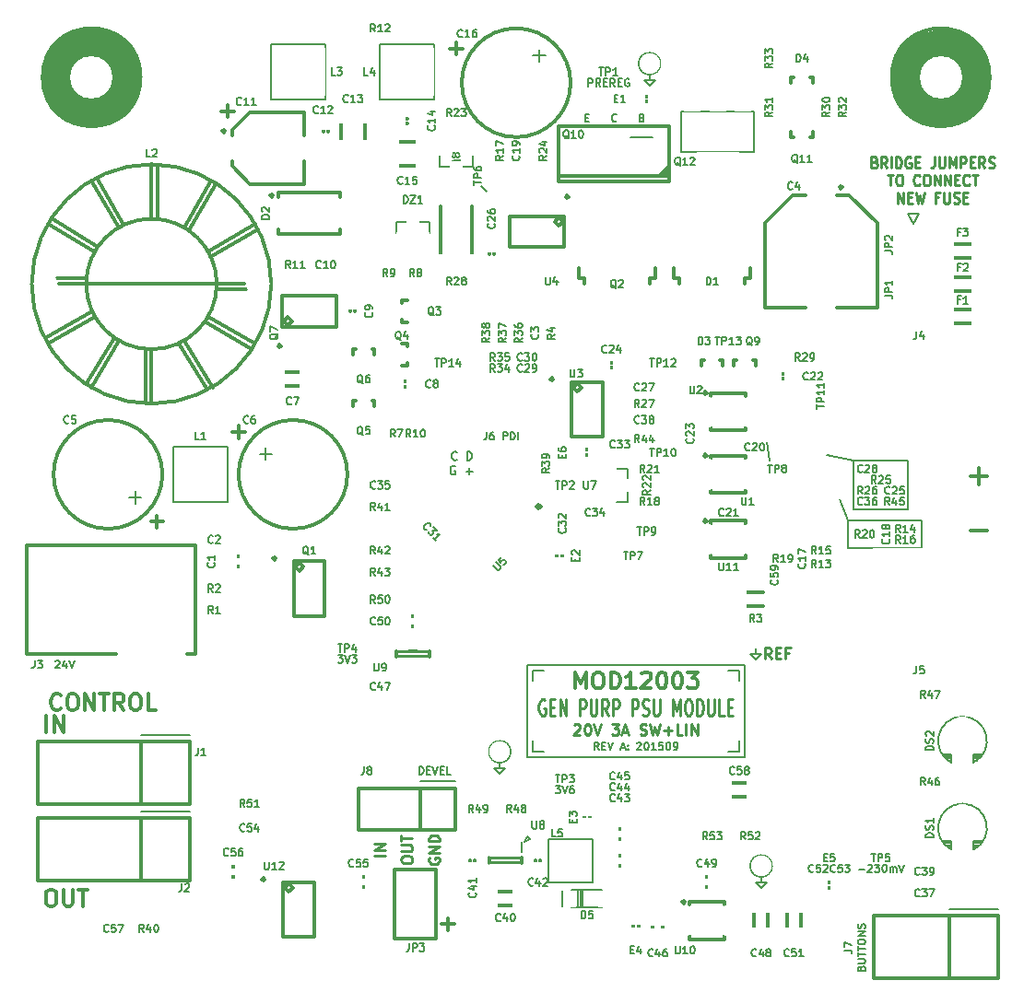
<source format=gto>
G04 #@! TF.FileFunction,Legend,Top*
%FSLAX46Y46*%
G04 Gerber Fmt 4.6, Leading zero omitted, Abs format (unit mm)*
G04 Created by KiCad (PCBNEW (2015-09-14 BZR 5783, Git e27fa50)-product) date Sat 19 Sep 2015 09:51:44 PM EDT*
%MOMM*%
G01*
G04 APERTURE LIST*
%ADD10C,0.100000*%
%ADD11C,0.200000*%
%ADD12C,0.250000*%
%ADD13C,0.175000*%
%ADD14C,0.300000*%
%ADD15C,0.375000*%
%ADD16C,0.225000*%
%ADD17C,0.350000*%
%ADD18C,0.150000*%
%ADD19C,0.254000*%
%ADD20R,1.850000X2.850000*%
%ADD21R,7.350000X7.350000*%
%ADD22C,0.600000*%
%ADD23R,1.750000X1.200000*%
%ADD24R,1.750000X1.900000*%
%ADD25R,3.400000X1.150000*%
%ADD26C,3.900000*%
%ADD27O,12.400000X4.400000*%
%ADD28R,1.600000X1.600000*%
%ADD29C,1.600000*%
%ADD30C,1.700000*%
%ADD31R,1.450000X2.200000*%
%ADD32C,1.900000*%
%ADD33C,2.398980*%
%ADD34R,2.398980X2.398980*%
%ADD35O,2.686000X1.924000*%
%ADD36R,2.400000X4.900000*%
%ADD37O,2.400000X5.400000*%
%ADD38O,5.900000X2.400000*%
%ADD39R,15.400000X10.400000*%
%ADD40C,2.150000*%
%ADD41R,3.550000X2.000000*%
%ADD42R,2.600000X2.550000*%
%ADD43R,1.500000X2.500000*%
%ADD44R,3.900000X2.500000*%
%ADD45C,9.400000*%
%ADD46C,1.400000*%
%ADD47R,1.924000X1.924000*%
%ADD48C,1.924000*%
%ADD49R,1.900000X4.400000*%
%ADD50R,2.500000X4.500000*%
%ADD51R,1.400000X3.100000*%
%ADD52R,1.300000X1.600000*%
%ADD53C,0.900000*%
%ADD54R,1.924000X2.686000*%
%ADD55O,1.924000X2.686000*%
%ADD56R,1.000000X1.050000*%
%ADD57R,1.050000X1.000000*%
%ADD58R,1.000000X1.000000*%
%ADD59R,1.550000X1.850000*%
%ADD60R,1.850000X1.550000*%
%ADD61O,1.000000X1.950000*%
%ADD62O,1.950000X1.000000*%
%ADD63R,1.300000X1.350000*%
%ADD64R,1.350000X1.300000*%
%ADD65R,1.000000X1.500000*%
%ADD66R,1.600000X2.200000*%
%ADD67R,2.200000X1.600000*%
%ADD68R,1.350000X1.400000*%
%ADD69R,1.400000X1.350000*%
%ADD70O,1.800000X0.850000*%
%ADD71R,1.050000X1.250000*%
%ADD72R,1.250000X1.050000*%
%ADD73R,1.700000X1.300000*%
%ADD74R,1.700000X1.200000*%
%ADD75R,1.300000X1.700000*%
%ADD76R,1.200000X1.700000*%
%ADD77R,3.800000X1.650000*%
%ADD78R,1.550000X3.100000*%
%ADD79R,3.100000X1.550000*%
G04 APERTURE END LIST*
D10*
D11*
X65500000Y-60500000D02*
X65500000Y-61500000D01*
X64500000Y-60500000D02*
X65500000Y-60500000D01*
X65500000Y-68000000D02*
X65500000Y-67000000D01*
X64500000Y-68000000D02*
X65500000Y-68000000D01*
X46500000Y-68000000D02*
X47500000Y-68000000D01*
X46500000Y-67000000D02*
X46500000Y-68000000D01*
X46500000Y-60500000D02*
X46500000Y-61500000D01*
X47500000Y-60500000D02*
X46500000Y-60500000D01*
X66000000Y-60000000D02*
X46000000Y-60000000D01*
X66000000Y-68500000D02*
X66000000Y-60000000D01*
X46000000Y-68500000D02*
X66000000Y-68500000D01*
X46000000Y-60000000D02*
X46000000Y-68500000D01*
D12*
X50309524Y-65547619D02*
X50357143Y-65500000D01*
X50452381Y-65452381D01*
X50690477Y-65452381D01*
X50785715Y-65500000D01*
X50833334Y-65547619D01*
X50880953Y-65642857D01*
X50880953Y-65738095D01*
X50833334Y-65880952D01*
X50261905Y-66452381D01*
X50880953Y-66452381D01*
X51500000Y-65452381D02*
X51595239Y-65452381D01*
X51690477Y-65500000D01*
X51738096Y-65547619D01*
X51785715Y-65642857D01*
X51833334Y-65833333D01*
X51833334Y-66071429D01*
X51785715Y-66261905D01*
X51738096Y-66357143D01*
X51690477Y-66404762D01*
X51595239Y-66452381D01*
X51500000Y-66452381D01*
X51404762Y-66404762D01*
X51357143Y-66357143D01*
X51309524Y-66261905D01*
X51261905Y-66071429D01*
X51261905Y-65833333D01*
X51309524Y-65642857D01*
X51357143Y-65547619D01*
X51404762Y-65500000D01*
X51500000Y-65452381D01*
X52119048Y-65452381D02*
X52452381Y-66452381D01*
X52785715Y-65452381D01*
X53785715Y-65452381D02*
X54404763Y-65452381D01*
X54071429Y-65833333D01*
X54214287Y-65833333D01*
X54309525Y-65880952D01*
X54357144Y-65928571D01*
X54404763Y-66023810D01*
X54404763Y-66261905D01*
X54357144Y-66357143D01*
X54309525Y-66404762D01*
X54214287Y-66452381D01*
X53928572Y-66452381D01*
X53833334Y-66404762D01*
X53785715Y-66357143D01*
X54785715Y-66166667D02*
X55261906Y-66166667D01*
X54690477Y-66452381D02*
X55023810Y-65452381D01*
X55357144Y-66452381D01*
X56404763Y-66404762D02*
X56547620Y-66452381D01*
X56785716Y-66452381D01*
X56880954Y-66404762D01*
X56928573Y-66357143D01*
X56976192Y-66261905D01*
X56976192Y-66166667D01*
X56928573Y-66071429D01*
X56880954Y-66023810D01*
X56785716Y-65976190D01*
X56595239Y-65928571D01*
X56500001Y-65880952D01*
X56452382Y-65833333D01*
X56404763Y-65738095D01*
X56404763Y-65642857D01*
X56452382Y-65547619D01*
X56500001Y-65500000D01*
X56595239Y-65452381D01*
X56833335Y-65452381D01*
X56976192Y-65500000D01*
X57309525Y-65452381D02*
X57547620Y-66452381D01*
X57738097Y-65738095D01*
X57928573Y-66452381D01*
X58166668Y-65452381D01*
X58547620Y-66071429D02*
X59309525Y-66071429D01*
X58928573Y-66452381D02*
X58928573Y-65690476D01*
X60261906Y-66452381D02*
X59785715Y-66452381D01*
X59785715Y-65452381D01*
X60595239Y-66452381D02*
X60595239Y-65452381D01*
X61071429Y-66452381D02*
X61071429Y-65452381D01*
X61642858Y-66452381D01*
X61642858Y-65452381D01*
D11*
X39542857Y-41125714D02*
X39504762Y-41163810D01*
X39390476Y-41201905D01*
X39314286Y-41201905D01*
X39200000Y-41163810D01*
X39123809Y-41087619D01*
X39085714Y-41011429D01*
X39047619Y-40859048D01*
X39047619Y-40744762D01*
X39085714Y-40592381D01*
X39123809Y-40516190D01*
X39200000Y-40440000D01*
X39314286Y-40401905D01*
X39390476Y-40401905D01*
X39504762Y-40440000D01*
X39542857Y-40478095D01*
X40495238Y-41201905D02*
X40495238Y-40401905D01*
X40685714Y-40401905D01*
X40800000Y-40440000D01*
X40876191Y-40516190D01*
X40914286Y-40592381D01*
X40952381Y-40744762D01*
X40952381Y-40859048D01*
X40914286Y-41011429D01*
X40876191Y-41087619D01*
X40800000Y-41163810D01*
X40685714Y-41201905D01*
X40495238Y-41201905D01*
X39409524Y-41760000D02*
X39333333Y-41721905D01*
X39219048Y-41721905D01*
X39104762Y-41760000D01*
X39028571Y-41836190D01*
X38990476Y-41912381D01*
X38952381Y-42064762D01*
X38952381Y-42179048D01*
X38990476Y-42331429D01*
X39028571Y-42407619D01*
X39104762Y-42483810D01*
X39219048Y-42521905D01*
X39295238Y-42521905D01*
X39409524Y-42483810D01*
X39447619Y-42445714D01*
X39447619Y-42179048D01*
X39295238Y-42179048D01*
X40400000Y-42217143D02*
X41009524Y-42217143D01*
X40704762Y-42521905D02*
X40704762Y-41912381D01*
X68000000Y-39500000D02*
X68250000Y-41250000D01*
X82250000Y-49250000D02*
X75500000Y-49250000D01*
X73500000Y-40750000D02*
X76000000Y-41250000D01*
X81000000Y-41250000D02*
X76000000Y-41250000D01*
X81000000Y-45750000D02*
X81000000Y-41250000D01*
X76000000Y-45750000D02*
X81000000Y-45750000D01*
X76000000Y-41250000D02*
X76000000Y-45750000D01*
X75500000Y-46750000D02*
X74750000Y-44750000D01*
X75500000Y-49000000D02*
X75500000Y-49250000D01*
X75500000Y-46750000D02*
X75500000Y-49000000D01*
X82250000Y-46750000D02*
X75500000Y-46750000D01*
X82250000Y-46750000D02*
X82250000Y-49250000D01*
X41750000Y-16000000D02*
X42250000Y-16500000D01*
D13*
X52600000Y-67816667D02*
X52366666Y-67483333D01*
X52200000Y-67816667D02*
X52200000Y-67116667D01*
X52466666Y-67116667D01*
X52533333Y-67150000D01*
X52566666Y-67183333D01*
X52600000Y-67250000D01*
X52600000Y-67350000D01*
X52566666Y-67416667D01*
X52533333Y-67450000D01*
X52466666Y-67483333D01*
X52200000Y-67483333D01*
X52900000Y-67450000D02*
X53133333Y-67450000D01*
X53233333Y-67816667D02*
X52900000Y-67816667D01*
X52900000Y-67116667D01*
X53233333Y-67116667D01*
X53433333Y-67116667D02*
X53666666Y-67816667D01*
X53899999Y-67116667D01*
X54633332Y-67616667D02*
X54966666Y-67616667D01*
X54566666Y-67816667D02*
X54799999Y-67116667D01*
X55033332Y-67816667D01*
X55266666Y-67750000D02*
X55299999Y-67783333D01*
X55266666Y-67816667D01*
X55233332Y-67783333D01*
X55266666Y-67750000D01*
X55266666Y-67816667D01*
X55266666Y-67383333D02*
X55299999Y-67416667D01*
X55266666Y-67450000D01*
X55233332Y-67416667D01*
X55266666Y-67383333D01*
X55266666Y-67450000D01*
X56099998Y-67183333D02*
X56133332Y-67150000D01*
X56199998Y-67116667D01*
X56366665Y-67116667D01*
X56433332Y-67150000D01*
X56466665Y-67183333D01*
X56499998Y-67250000D01*
X56499998Y-67316667D01*
X56466665Y-67416667D01*
X56066665Y-67816667D01*
X56499998Y-67816667D01*
X56933332Y-67116667D02*
X56999999Y-67116667D01*
X57066665Y-67150000D01*
X57099999Y-67183333D01*
X57133332Y-67250000D01*
X57166665Y-67383333D01*
X57166665Y-67550000D01*
X57133332Y-67683333D01*
X57099999Y-67750000D01*
X57066665Y-67783333D01*
X56999999Y-67816667D01*
X56933332Y-67816667D01*
X56866665Y-67783333D01*
X56833332Y-67750000D01*
X56799999Y-67683333D01*
X56766665Y-67550000D01*
X56766665Y-67383333D01*
X56799999Y-67250000D01*
X56833332Y-67183333D01*
X56866665Y-67150000D01*
X56933332Y-67116667D01*
X57833332Y-67816667D02*
X57433332Y-67816667D01*
X57633332Y-67816667D02*
X57633332Y-67116667D01*
X57566666Y-67216667D01*
X57499999Y-67283333D01*
X57433332Y-67316667D01*
X58466666Y-67116667D02*
X58133333Y-67116667D01*
X58099999Y-67450000D01*
X58133333Y-67416667D01*
X58199999Y-67383333D01*
X58366666Y-67383333D01*
X58433333Y-67416667D01*
X58466666Y-67450000D01*
X58499999Y-67516667D01*
X58499999Y-67683333D01*
X58466666Y-67750000D01*
X58433333Y-67783333D01*
X58366666Y-67816667D01*
X58199999Y-67816667D01*
X58133333Y-67783333D01*
X58099999Y-67750000D01*
X58933333Y-67116667D02*
X59000000Y-67116667D01*
X59066666Y-67150000D01*
X59100000Y-67183333D01*
X59133333Y-67250000D01*
X59166666Y-67383333D01*
X59166666Y-67550000D01*
X59133333Y-67683333D01*
X59100000Y-67750000D01*
X59066666Y-67783333D01*
X59000000Y-67816667D01*
X58933333Y-67816667D01*
X58866666Y-67783333D01*
X58833333Y-67750000D01*
X58800000Y-67683333D01*
X58766666Y-67550000D01*
X58766666Y-67383333D01*
X58800000Y-67250000D01*
X58833333Y-67183333D01*
X58866666Y-67150000D01*
X58933333Y-67116667D01*
X59500000Y-67816667D02*
X59633333Y-67816667D01*
X59700000Y-67783333D01*
X59733333Y-67750000D01*
X59800000Y-67650000D01*
X59833333Y-67516667D01*
X59833333Y-67250000D01*
X59800000Y-67183333D01*
X59766667Y-67150000D01*
X59700000Y-67116667D01*
X59566667Y-67116667D01*
X59500000Y-67150000D01*
X59466667Y-67183333D01*
X59433333Y-67250000D01*
X59433333Y-67416667D01*
X59466667Y-67483333D01*
X59500000Y-67516667D01*
X59566667Y-67550000D01*
X59700000Y-67550000D01*
X59766667Y-67516667D01*
X59800000Y-67483333D01*
X59833333Y-67416667D01*
D12*
X68428572Y-59452381D02*
X68095238Y-58976190D01*
X67857143Y-59452381D02*
X67857143Y-58452381D01*
X68238096Y-58452381D01*
X68333334Y-58500000D01*
X68380953Y-58547619D01*
X68428572Y-58642857D01*
X68428572Y-58785714D01*
X68380953Y-58880952D01*
X68333334Y-58928571D01*
X68238096Y-58976190D01*
X67857143Y-58976190D01*
X68857143Y-58928571D02*
X69190477Y-58928571D01*
X69333334Y-59452381D02*
X68857143Y-59452381D01*
X68857143Y-58452381D01*
X69333334Y-58452381D01*
X70095239Y-58928571D02*
X69761905Y-58928571D01*
X69761905Y-59452381D02*
X69761905Y-58452381D01*
X70238096Y-58452381D01*
D11*
X67000000Y-59500000D02*
X66500000Y-59000000D01*
X67000000Y-58500000D02*
X67000000Y-59000000D01*
X67500000Y-59000000D02*
X67000000Y-59500000D01*
X66500000Y-59000000D02*
X67500000Y-59000000D01*
D12*
X34452381Y-78000000D02*
X34452381Y-77809523D01*
X34500000Y-77714285D01*
X34595238Y-77619047D01*
X34785714Y-77571428D01*
X35119048Y-77571428D01*
X35309524Y-77619047D01*
X35404762Y-77714285D01*
X35452381Y-77809523D01*
X35452381Y-78000000D01*
X35404762Y-78095238D01*
X35309524Y-78190476D01*
X35119048Y-78238095D01*
X34785714Y-78238095D01*
X34595238Y-78190476D01*
X34500000Y-78095238D01*
X34452381Y-78000000D01*
X34452381Y-77142857D02*
X35261905Y-77142857D01*
X35357143Y-77095238D01*
X35404762Y-77047619D01*
X35452381Y-76952381D01*
X35452381Y-76761904D01*
X35404762Y-76666666D01*
X35357143Y-76619047D01*
X35261905Y-76571428D01*
X34452381Y-76571428D01*
X34452381Y-76238095D02*
X34452381Y-75666666D01*
X35452381Y-75952381D02*
X34452381Y-75952381D01*
X37000000Y-77761904D02*
X36952381Y-77857142D01*
X36952381Y-77999999D01*
X37000000Y-78142857D01*
X37095238Y-78238095D01*
X37190476Y-78285714D01*
X37380952Y-78333333D01*
X37523810Y-78333333D01*
X37714286Y-78285714D01*
X37809524Y-78238095D01*
X37904762Y-78142857D01*
X37952381Y-77999999D01*
X37952381Y-77904761D01*
X37904762Y-77761904D01*
X37857143Y-77714285D01*
X37523810Y-77714285D01*
X37523810Y-77904761D01*
X37952381Y-77285714D02*
X36952381Y-77285714D01*
X37952381Y-76714285D01*
X36952381Y-76714285D01*
X37952381Y-76238095D02*
X36952381Y-76238095D01*
X36952381Y-76000000D01*
X37000000Y-75857142D01*
X37095238Y-75761904D01*
X37190476Y-75714285D01*
X37380952Y-75666666D01*
X37523810Y-75666666D01*
X37714286Y-75714285D01*
X37809524Y-75761904D01*
X37904762Y-75857142D01*
X37952381Y-76000000D01*
X37952381Y-76238095D01*
X32952381Y-77523809D02*
X31952381Y-77523809D01*
X32952381Y-77047619D02*
X31952381Y-77047619D01*
X32952381Y-76476190D01*
X31952381Y-76476190D01*
D11*
X44500000Y-68000000D02*
G75*
G03X44500000Y-68000000I-1000000J0D01*
G01*
X44000000Y-69500000D02*
X43500000Y-70000000D01*
X43500000Y-69000000D02*
X43500000Y-69500000D01*
X43000000Y-69500000D02*
X44000000Y-69500000D01*
X43500000Y-70000000D02*
X43000000Y-69500000D01*
D14*
X38178572Y-83857143D02*
X39321429Y-83857143D01*
X38750000Y-84428571D02*
X38750000Y-83285714D01*
X38928572Y-3357143D02*
X40071429Y-3357143D01*
X39500000Y-3928571D02*
X39500000Y-2785714D01*
X17928572Y-9107143D02*
X19071429Y-9107143D01*
X18500000Y-9678571D02*
X18500000Y-8535714D01*
X18928572Y-38607143D02*
X20071429Y-38607143D01*
X19500000Y-39178571D02*
X19500000Y-38035714D01*
X11428572Y-46857143D02*
X12571429Y-46857143D01*
X12000000Y-47428571D02*
X12000000Y-46285714D01*
X86738095Y-47642857D02*
X88261905Y-47642857D01*
X86738095Y-42642857D02*
X88261905Y-42642857D01*
X87500000Y-43404762D02*
X87500000Y-41880952D01*
D12*
X47642857Y-63250000D02*
X47547619Y-63178571D01*
X47404762Y-63178571D01*
X47261904Y-63250000D01*
X47166666Y-63392857D01*
X47119047Y-63535714D01*
X47071428Y-63821429D01*
X47071428Y-64035714D01*
X47119047Y-64321429D01*
X47166666Y-64464286D01*
X47261904Y-64607143D01*
X47404762Y-64678571D01*
X47500000Y-64678571D01*
X47642857Y-64607143D01*
X47690476Y-64535714D01*
X47690476Y-64035714D01*
X47500000Y-64035714D01*
X48119047Y-63892857D02*
X48452381Y-63892857D01*
X48595238Y-64678571D02*
X48119047Y-64678571D01*
X48119047Y-63178571D01*
X48595238Y-63178571D01*
X49023809Y-64678571D02*
X49023809Y-63178571D01*
X49595238Y-64678571D01*
X49595238Y-63178571D01*
X50833333Y-64678571D02*
X50833333Y-63178571D01*
X51214286Y-63178571D01*
X51309524Y-63250000D01*
X51357143Y-63321429D01*
X51404762Y-63464286D01*
X51404762Y-63678571D01*
X51357143Y-63821429D01*
X51309524Y-63892857D01*
X51214286Y-63964286D01*
X50833333Y-63964286D01*
X51833333Y-63178571D02*
X51833333Y-64392857D01*
X51880952Y-64535714D01*
X51928571Y-64607143D01*
X52023809Y-64678571D01*
X52214286Y-64678571D01*
X52309524Y-64607143D01*
X52357143Y-64535714D01*
X52404762Y-64392857D01*
X52404762Y-63178571D01*
X53452381Y-64678571D02*
X53119047Y-63964286D01*
X52880952Y-64678571D02*
X52880952Y-63178571D01*
X53261905Y-63178571D01*
X53357143Y-63250000D01*
X53404762Y-63321429D01*
X53452381Y-63464286D01*
X53452381Y-63678571D01*
X53404762Y-63821429D01*
X53357143Y-63892857D01*
X53261905Y-63964286D01*
X52880952Y-63964286D01*
X53880952Y-64678571D02*
X53880952Y-63178571D01*
X54261905Y-63178571D01*
X54357143Y-63250000D01*
X54404762Y-63321429D01*
X54452381Y-63464286D01*
X54452381Y-63678571D01*
X54404762Y-63821429D01*
X54357143Y-63892857D01*
X54261905Y-63964286D01*
X53880952Y-63964286D01*
X55642857Y-64678571D02*
X55642857Y-63178571D01*
X56023810Y-63178571D01*
X56119048Y-63250000D01*
X56166667Y-63321429D01*
X56214286Y-63464286D01*
X56214286Y-63678571D01*
X56166667Y-63821429D01*
X56119048Y-63892857D01*
X56023810Y-63964286D01*
X55642857Y-63964286D01*
X56595238Y-64607143D02*
X56738095Y-64678571D01*
X56976191Y-64678571D01*
X57071429Y-64607143D01*
X57119048Y-64535714D01*
X57166667Y-64392857D01*
X57166667Y-64250000D01*
X57119048Y-64107143D01*
X57071429Y-64035714D01*
X56976191Y-63964286D01*
X56785714Y-63892857D01*
X56690476Y-63821429D01*
X56642857Y-63750000D01*
X56595238Y-63607143D01*
X56595238Y-63464286D01*
X56642857Y-63321429D01*
X56690476Y-63250000D01*
X56785714Y-63178571D01*
X57023810Y-63178571D01*
X57166667Y-63250000D01*
X57595238Y-63178571D02*
X57595238Y-64392857D01*
X57642857Y-64535714D01*
X57690476Y-64607143D01*
X57785714Y-64678571D01*
X57976191Y-64678571D01*
X58071429Y-64607143D01*
X58119048Y-64535714D01*
X58166667Y-64392857D01*
X58166667Y-63178571D01*
X59404762Y-64678571D02*
X59404762Y-63178571D01*
X59738096Y-64250000D01*
X60071429Y-63178571D01*
X60071429Y-64678571D01*
X60738095Y-63178571D02*
X60928572Y-63178571D01*
X61023810Y-63250000D01*
X61119048Y-63392857D01*
X61166667Y-63678571D01*
X61166667Y-64178571D01*
X61119048Y-64464286D01*
X61023810Y-64607143D01*
X60928572Y-64678571D01*
X60738095Y-64678571D01*
X60642857Y-64607143D01*
X60547619Y-64464286D01*
X60500000Y-64178571D01*
X60500000Y-63678571D01*
X60547619Y-63392857D01*
X60642857Y-63250000D01*
X60738095Y-63178571D01*
X61595238Y-64678571D02*
X61595238Y-63178571D01*
X61833333Y-63178571D01*
X61976191Y-63250000D01*
X62071429Y-63392857D01*
X62119048Y-63535714D01*
X62166667Y-63821429D01*
X62166667Y-64035714D01*
X62119048Y-64321429D01*
X62071429Y-64464286D01*
X61976191Y-64607143D01*
X61833333Y-64678571D01*
X61595238Y-64678571D01*
X62595238Y-63178571D02*
X62595238Y-64392857D01*
X62642857Y-64535714D01*
X62690476Y-64607143D01*
X62785714Y-64678571D01*
X62976191Y-64678571D01*
X63071429Y-64607143D01*
X63119048Y-64535714D01*
X63166667Y-64392857D01*
X63166667Y-63178571D01*
X64119048Y-64678571D02*
X63642857Y-64678571D01*
X63642857Y-63178571D01*
X64452381Y-63892857D02*
X64785715Y-63892857D01*
X64928572Y-64678571D02*
X64452381Y-64678571D01*
X64452381Y-63178571D01*
X64928572Y-63178571D01*
D15*
X50392858Y-62178571D02*
X50392858Y-60678571D01*
X50892858Y-61750000D01*
X51392858Y-60678571D01*
X51392858Y-62178571D01*
X52392858Y-60678571D02*
X52678572Y-60678571D01*
X52821430Y-60750000D01*
X52964287Y-60892857D01*
X53035715Y-61178571D01*
X53035715Y-61678571D01*
X52964287Y-61964286D01*
X52821430Y-62107143D01*
X52678572Y-62178571D01*
X52392858Y-62178571D01*
X52250001Y-62107143D01*
X52107144Y-61964286D01*
X52035715Y-61678571D01*
X52035715Y-61178571D01*
X52107144Y-60892857D01*
X52250001Y-60750000D01*
X52392858Y-60678571D01*
X53678573Y-62178571D02*
X53678573Y-60678571D01*
X54035716Y-60678571D01*
X54250001Y-60750000D01*
X54392859Y-60892857D01*
X54464287Y-61035714D01*
X54535716Y-61321429D01*
X54535716Y-61535714D01*
X54464287Y-61821429D01*
X54392859Y-61964286D01*
X54250001Y-62107143D01*
X54035716Y-62178571D01*
X53678573Y-62178571D01*
X55964287Y-62178571D02*
X55107144Y-62178571D01*
X55535716Y-62178571D02*
X55535716Y-60678571D01*
X55392859Y-60892857D01*
X55250001Y-61035714D01*
X55107144Y-61107143D01*
X56535715Y-60821429D02*
X56607144Y-60750000D01*
X56750001Y-60678571D01*
X57107144Y-60678571D01*
X57250001Y-60750000D01*
X57321430Y-60821429D01*
X57392858Y-60964286D01*
X57392858Y-61107143D01*
X57321430Y-61321429D01*
X56464287Y-62178571D01*
X57392858Y-62178571D01*
X58321429Y-60678571D02*
X58464286Y-60678571D01*
X58607143Y-60750000D01*
X58678572Y-60821429D01*
X58750001Y-60964286D01*
X58821429Y-61250000D01*
X58821429Y-61607143D01*
X58750001Y-61892857D01*
X58678572Y-62035714D01*
X58607143Y-62107143D01*
X58464286Y-62178571D01*
X58321429Y-62178571D01*
X58178572Y-62107143D01*
X58107143Y-62035714D01*
X58035715Y-61892857D01*
X57964286Y-61607143D01*
X57964286Y-61250000D01*
X58035715Y-60964286D01*
X58107143Y-60821429D01*
X58178572Y-60750000D01*
X58321429Y-60678571D01*
X59750000Y-60678571D02*
X59892857Y-60678571D01*
X60035714Y-60750000D01*
X60107143Y-60821429D01*
X60178572Y-60964286D01*
X60250000Y-61250000D01*
X60250000Y-61607143D01*
X60178572Y-61892857D01*
X60107143Y-62035714D01*
X60035714Y-62107143D01*
X59892857Y-62178571D01*
X59750000Y-62178571D01*
X59607143Y-62107143D01*
X59535714Y-62035714D01*
X59464286Y-61892857D01*
X59392857Y-61607143D01*
X59392857Y-61250000D01*
X59464286Y-60964286D01*
X59535714Y-60821429D01*
X59607143Y-60750000D01*
X59750000Y-60678571D01*
X60750000Y-60678571D02*
X61678571Y-60678571D01*
X61178571Y-61250000D01*
X61392857Y-61250000D01*
X61535714Y-61321429D01*
X61607143Y-61392857D01*
X61678571Y-61535714D01*
X61678571Y-61892857D01*
X61607143Y-62035714D01*
X61535714Y-62107143D01*
X61392857Y-62178571D01*
X60964285Y-62178571D01*
X60821428Y-62107143D01*
X60750000Y-62035714D01*
D11*
X58250000Y-4750000D02*
G75*
G03X58250000Y-4750000I-1000000J0D01*
G01*
X57750000Y-6250000D02*
X57250000Y-6750000D01*
X57250000Y-6750000D02*
X56750000Y-6250000D01*
X57250000Y-5750000D02*
X57250000Y-6250000D01*
X56750000Y-6250000D02*
X57750000Y-6250000D01*
X68500000Y-78500000D02*
G75*
G03X68500000Y-78500000I-1000000J0D01*
G01*
X67500000Y-80500000D02*
X67000000Y-80000000D01*
X68000000Y-80000000D02*
X67500000Y-80500000D01*
X67000000Y-80000000D02*
X68000000Y-80000000D01*
X67500000Y-79500000D02*
X67500000Y-80000000D01*
X46250000Y-76000000D02*
X46000000Y-75750000D01*
X46000000Y-75750000D02*
X45750000Y-76250000D01*
X45750000Y-76250000D02*
X46250000Y-76000000D01*
X82000000Y-18500000D02*
X81000000Y-18500000D01*
X81500000Y-19500000D02*
X82000000Y-18500000D01*
X81000000Y-18500000D02*
X81500000Y-19500000D01*
D14*
X2142857Y-80678571D02*
X2428571Y-80678571D01*
X2571429Y-80750000D01*
X2714286Y-80892857D01*
X2785714Y-81178571D01*
X2785714Y-81678571D01*
X2714286Y-81964286D01*
X2571429Y-82107143D01*
X2428571Y-82178571D01*
X2142857Y-82178571D01*
X2000000Y-82107143D01*
X1857143Y-81964286D01*
X1785714Y-81678571D01*
X1785714Y-81178571D01*
X1857143Y-80892857D01*
X2000000Y-80750000D01*
X2142857Y-80678571D01*
X3428572Y-80678571D02*
X3428572Y-81892857D01*
X3500000Y-82035714D01*
X3571429Y-82107143D01*
X3714286Y-82178571D01*
X4000000Y-82178571D01*
X4142858Y-82107143D01*
X4214286Y-82035714D01*
X4285715Y-81892857D01*
X4285715Y-80678571D01*
X4785715Y-80678571D02*
X5642858Y-80678571D01*
X5214287Y-82178571D02*
X5214287Y-80678571D01*
X1857143Y-66178571D02*
X1857143Y-64678571D01*
X2571429Y-66178571D02*
X2571429Y-64678571D01*
X3428572Y-66178571D01*
X3428572Y-64678571D01*
X3178571Y-64035714D02*
X3107142Y-64107143D01*
X2892856Y-64178571D01*
X2749999Y-64178571D01*
X2535714Y-64107143D01*
X2392856Y-63964286D01*
X2321428Y-63821429D01*
X2249999Y-63535714D01*
X2249999Y-63321429D01*
X2321428Y-63035714D01*
X2392856Y-62892857D01*
X2535714Y-62750000D01*
X2749999Y-62678571D01*
X2892856Y-62678571D01*
X3107142Y-62750000D01*
X3178571Y-62821429D01*
X4107142Y-62678571D02*
X4392856Y-62678571D01*
X4535714Y-62750000D01*
X4678571Y-62892857D01*
X4749999Y-63178571D01*
X4749999Y-63678571D01*
X4678571Y-63964286D01*
X4535714Y-64107143D01*
X4392856Y-64178571D01*
X4107142Y-64178571D01*
X3964285Y-64107143D01*
X3821428Y-63964286D01*
X3749999Y-63678571D01*
X3749999Y-63178571D01*
X3821428Y-62892857D01*
X3964285Y-62750000D01*
X4107142Y-62678571D01*
X5392857Y-64178571D02*
X5392857Y-62678571D01*
X6250000Y-64178571D01*
X6250000Y-62678571D01*
X6750000Y-62678571D02*
X7607143Y-62678571D01*
X7178572Y-64178571D02*
X7178572Y-62678571D01*
X8964286Y-64178571D02*
X8464286Y-63464286D01*
X8107143Y-64178571D02*
X8107143Y-62678571D01*
X8678571Y-62678571D01*
X8821429Y-62750000D01*
X8892857Y-62821429D01*
X8964286Y-62964286D01*
X8964286Y-63178571D01*
X8892857Y-63321429D01*
X8821429Y-63392857D01*
X8678571Y-63464286D01*
X8107143Y-63464286D01*
X9892857Y-62678571D02*
X10178571Y-62678571D01*
X10321429Y-62750000D01*
X10464286Y-62892857D01*
X10535714Y-63178571D01*
X10535714Y-63678571D01*
X10464286Y-63964286D01*
X10321429Y-64107143D01*
X10178571Y-64178571D01*
X9892857Y-64178571D01*
X9750000Y-64107143D01*
X9607143Y-63964286D01*
X9535714Y-63678571D01*
X9535714Y-63178571D01*
X9607143Y-62892857D01*
X9750000Y-62750000D01*
X9892857Y-62678571D01*
X11892858Y-64178571D02*
X11178572Y-64178571D01*
X11178572Y-62678571D01*
D16*
X77935715Y-13803571D02*
X78064286Y-13851190D01*
X78107143Y-13898810D01*
X78150000Y-13994048D01*
X78150000Y-14136905D01*
X78107143Y-14232143D01*
X78064286Y-14279762D01*
X77978572Y-14327381D01*
X77635715Y-14327381D01*
X77635715Y-13327381D01*
X77935715Y-13327381D01*
X78021429Y-13375000D01*
X78064286Y-13422619D01*
X78107143Y-13517857D01*
X78107143Y-13613095D01*
X78064286Y-13708333D01*
X78021429Y-13755952D01*
X77935715Y-13803571D01*
X77635715Y-13803571D01*
X79050000Y-14327381D02*
X78750000Y-13851190D01*
X78535715Y-14327381D02*
X78535715Y-13327381D01*
X78878572Y-13327381D01*
X78964286Y-13375000D01*
X79007143Y-13422619D01*
X79050000Y-13517857D01*
X79050000Y-13660714D01*
X79007143Y-13755952D01*
X78964286Y-13803571D01*
X78878572Y-13851190D01*
X78535715Y-13851190D01*
X79435715Y-14327381D02*
X79435715Y-13327381D01*
X79864286Y-14327381D02*
X79864286Y-13327381D01*
X80078571Y-13327381D01*
X80207143Y-13375000D01*
X80292857Y-13470238D01*
X80335714Y-13565476D01*
X80378571Y-13755952D01*
X80378571Y-13898810D01*
X80335714Y-14089286D01*
X80292857Y-14184524D01*
X80207143Y-14279762D01*
X80078571Y-14327381D01*
X79864286Y-14327381D01*
X81235714Y-13375000D02*
X81150000Y-13327381D01*
X81021429Y-13327381D01*
X80892857Y-13375000D01*
X80807143Y-13470238D01*
X80764286Y-13565476D01*
X80721429Y-13755952D01*
X80721429Y-13898810D01*
X80764286Y-14089286D01*
X80807143Y-14184524D01*
X80892857Y-14279762D01*
X81021429Y-14327381D01*
X81107143Y-14327381D01*
X81235714Y-14279762D01*
X81278571Y-14232143D01*
X81278571Y-13898810D01*
X81107143Y-13898810D01*
X81664286Y-13803571D02*
X81964286Y-13803571D01*
X82092857Y-14327381D02*
X81664286Y-14327381D01*
X81664286Y-13327381D01*
X82092857Y-13327381D01*
X83421429Y-13327381D02*
X83421429Y-14041667D01*
X83378571Y-14184524D01*
X83292857Y-14279762D01*
X83164286Y-14327381D01*
X83078571Y-14327381D01*
X83850000Y-13327381D02*
X83850000Y-14136905D01*
X83892857Y-14232143D01*
X83935714Y-14279762D01*
X84021428Y-14327381D01*
X84192857Y-14327381D01*
X84278571Y-14279762D01*
X84321428Y-14232143D01*
X84364285Y-14136905D01*
X84364285Y-13327381D01*
X84792857Y-14327381D02*
X84792857Y-13327381D01*
X85092857Y-14041667D01*
X85392857Y-13327381D01*
X85392857Y-14327381D01*
X85821428Y-14327381D02*
X85821428Y-13327381D01*
X86164285Y-13327381D01*
X86249999Y-13375000D01*
X86292856Y-13422619D01*
X86335713Y-13517857D01*
X86335713Y-13660714D01*
X86292856Y-13755952D01*
X86249999Y-13803571D01*
X86164285Y-13851190D01*
X85821428Y-13851190D01*
X86721428Y-13803571D02*
X87021428Y-13803571D01*
X87149999Y-14327381D02*
X86721428Y-14327381D01*
X86721428Y-13327381D01*
X87149999Y-13327381D01*
X88049999Y-14327381D02*
X87749999Y-13851190D01*
X87535714Y-14327381D02*
X87535714Y-13327381D01*
X87878571Y-13327381D01*
X87964285Y-13375000D01*
X88007142Y-13422619D01*
X88049999Y-13517857D01*
X88049999Y-13660714D01*
X88007142Y-13755952D01*
X87964285Y-13803571D01*
X87878571Y-13851190D01*
X87535714Y-13851190D01*
X88392857Y-14279762D02*
X88521428Y-14327381D01*
X88735714Y-14327381D01*
X88821428Y-14279762D01*
X88864285Y-14232143D01*
X88907142Y-14136905D01*
X88907142Y-14041667D01*
X88864285Y-13946429D01*
X88821428Y-13898810D01*
X88735714Y-13851190D01*
X88564285Y-13803571D01*
X88478571Y-13755952D01*
X88435714Y-13708333D01*
X88392857Y-13613095D01*
X88392857Y-13517857D01*
X88435714Y-13422619D01*
X88478571Y-13375000D01*
X88564285Y-13327381D01*
X88778571Y-13327381D01*
X88907142Y-13375000D01*
X79114286Y-14952381D02*
X79628572Y-14952381D01*
X79371429Y-15952381D02*
X79371429Y-14952381D01*
X80100000Y-14952381D02*
X80271429Y-14952381D01*
X80357143Y-15000000D01*
X80442857Y-15095238D01*
X80485715Y-15285714D01*
X80485715Y-15619048D01*
X80442857Y-15809524D01*
X80357143Y-15904762D01*
X80271429Y-15952381D01*
X80100000Y-15952381D01*
X80014286Y-15904762D01*
X79928572Y-15809524D01*
X79885715Y-15619048D01*
X79885715Y-15285714D01*
X79928572Y-15095238D01*
X80014286Y-15000000D01*
X80100000Y-14952381D01*
X82071428Y-15857143D02*
X82028571Y-15904762D01*
X81900000Y-15952381D01*
X81814286Y-15952381D01*
X81685714Y-15904762D01*
X81600000Y-15809524D01*
X81557143Y-15714286D01*
X81514286Y-15523810D01*
X81514286Y-15380952D01*
X81557143Y-15190476D01*
X81600000Y-15095238D01*
X81685714Y-15000000D01*
X81814286Y-14952381D01*
X81900000Y-14952381D01*
X82028571Y-15000000D01*
X82071428Y-15047619D01*
X82628571Y-14952381D02*
X82800000Y-14952381D01*
X82885714Y-15000000D01*
X82971428Y-15095238D01*
X83014286Y-15285714D01*
X83014286Y-15619048D01*
X82971428Y-15809524D01*
X82885714Y-15904762D01*
X82800000Y-15952381D01*
X82628571Y-15952381D01*
X82542857Y-15904762D01*
X82457143Y-15809524D01*
X82414286Y-15619048D01*
X82414286Y-15285714D01*
X82457143Y-15095238D01*
X82542857Y-15000000D01*
X82628571Y-14952381D01*
X83400000Y-15952381D02*
X83400000Y-14952381D01*
X83914285Y-15952381D01*
X83914285Y-14952381D01*
X84342857Y-15952381D02*
X84342857Y-14952381D01*
X84857142Y-15952381D01*
X84857142Y-14952381D01*
X85285714Y-15428571D02*
X85585714Y-15428571D01*
X85714285Y-15952381D02*
X85285714Y-15952381D01*
X85285714Y-14952381D01*
X85714285Y-14952381D01*
X86614285Y-15857143D02*
X86571428Y-15904762D01*
X86442857Y-15952381D01*
X86357143Y-15952381D01*
X86228571Y-15904762D01*
X86142857Y-15809524D01*
X86100000Y-15714286D01*
X86057143Y-15523810D01*
X86057143Y-15380952D01*
X86100000Y-15190476D01*
X86142857Y-15095238D01*
X86228571Y-15000000D01*
X86357143Y-14952381D01*
X86442857Y-14952381D01*
X86571428Y-15000000D01*
X86614285Y-15047619D01*
X86871428Y-14952381D02*
X87385714Y-14952381D01*
X87128571Y-15952381D02*
X87128571Y-14952381D01*
X80035715Y-17577381D02*
X80035715Y-16577381D01*
X80550000Y-17577381D01*
X80550000Y-16577381D01*
X80978572Y-17053571D02*
X81278572Y-17053571D01*
X81407143Y-17577381D02*
X80978572Y-17577381D01*
X80978572Y-16577381D01*
X81407143Y-16577381D01*
X81707143Y-16577381D02*
X81921429Y-17577381D01*
X82092858Y-16863095D01*
X82264286Y-17577381D01*
X82478572Y-16577381D01*
X83807143Y-17053571D02*
X83507143Y-17053571D01*
X83507143Y-17577381D02*
X83507143Y-16577381D01*
X83935714Y-16577381D01*
X84278572Y-16577381D02*
X84278572Y-17386905D01*
X84321429Y-17482143D01*
X84364286Y-17529762D01*
X84450000Y-17577381D01*
X84621429Y-17577381D01*
X84707143Y-17529762D01*
X84750000Y-17482143D01*
X84792857Y-17386905D01*
X84792857Y-16577381D01*
X85178572Y-17529762D02*
X85307143Y-17577381D01*
X85521429Y-17577381D01*
X85607143Y-17529762D01*
X85650000Y-17482143D01*
X85692857Y-17386905D01*
X85692857Y-17291667D01*
X85650000Y-17196429D01*
X85607143Y-17148810D01*
X85521429Y-17101190D01*
X85350000Y-17053571D01*
X85264286Y-17005952D01*
X85221429Y-16958333D01*
X85178572Y-16863095D01*
X85178572Y-16767857D01*
X85221429Y-16672619D01*
X85264286Y-16625000D01*
X85350000Y-16577381D01*
X85564286Y-16577381D01*
X85692857Y-16625000D01*
X86078572Y-17053571D02*
X86378572Y-17053571D01*
X86507143Y-17577381D02*
X86078572Y-17577381D01*
X86078572Y-16577381D01*
X86507143Y-16577381D01*
D13*
X56550000Y-9700000D02*
X56650000Y-9733333D01*
X56683333Y-9766667D01*
X56716667Y-9833333D01*
X56716667Y-9933333D01*
X56683333Y-10000000D01*
X56650000Y-10033333D01*
X56583333Y-10066667D01*
X56316667Y-10066667D01*
X56316667Y-9366667D01*
X56550000Y-9366667D01*
X56616667Y-9400000D01*
X56650000Y-9433333D01*
X56683333Y-9500000D01*
X56683333Y-9566667D01*
X56650000Y-9633333D01*
X56616667Y-9666667D01*
X56550000Y-9700000D01*
X56316667Y-9700000D01*
X54216667Y-10000000D02*
X54183333Y-10033333D01*
X54083333Y-10066667D01*
X54016667Y-10066667D01*
X53916667Y-10033333D01*
X53850000Y-9966667D01*
X53816667Y-9900000D01*
X53783333Y-9766667D01*
X53783333Y-9666667D01*
X53816667Y-9533333D01*
X53850000Y-9466667D01*
X53916667Y-9400000D01*
X54016667Y-9366667D01*
X54083333Y-9366667D01*
X54183333Y-9400000D01*
X54216667Y-9433333D01*
X51350001Y-9700000D02*
X51583334Y-9700000D01*
X51683334Y-10066667D02*
X51350001Y-10066667D01*
X51350001Y-9366667D01*
X51683334Y-9366667D01*
D17*
X66500000Y-23500000D02*
X66500000Y-24500000D01*
X66500000Y-24500000D02*
X66000000Y-24500000D01*
X66000000Y-24500000D02*
X66000000Y-25000000D01*
X59500000Y-24500000D02*
X60000000Y-24500000D01*
X60000000Y-24500000D02*
X60000000Y-25000000D01*
X59500000Y-23500000D02*
X59500000Y-24500000D01*
X57762500Y-23500000D02*
X57762500Y-24500000D01*
X57762500Y-24500000D02*
X57262500Y-24500000D01*
X57262500Y-24500000D02*
X57262500Y-25000000D01*
X50762500Y-24500000D02*
X51262500Y-24500000D01*
X51262500Y-24500000D02*
X51262500Y-25000000D01*
X50762500Y-23500000D02*
X50762500Y-24500000D01*
X47247666Y-45444365D02*
X47070889Y-45267588D01*
X47070889Y-45621142D02*
X47247666Y-45444365D01*
X46894113Y-45444365D02*
X47070889Y-45621142D01*
X47070889Y-45267588D02*
X46894113Y-45444365D01*
X88500000Y-6000000D02*
G75*
G03X88500000Y-6000000I-4500000J0D01*
G01*
X10500000Y-6000000D02*
G75*
G03X10500000Y-6000000I-4500000J0D01*
G01*
X67721000Y-53354000D02*
X66279000Y-53354000D01*
X66279000Y-53354000D02*
X67721000Y-53354000D01*
X67721000Y-54646000D02*
X66279000Y-54646000D01*
X66279000Y-54646000D02*
X67721000Y-54646000D01*
D18*
X57500000Y-11500000D02*
X55500000Y-11500000D01*
D17*
X59029200Y-14117600D02*
X58165600Y-14981200D01*
X58572000Y-15032000D02*
X59080000Y-14524000D01*
X59080000Y-15032000D02*
X48920000Y-15032000D01*
X59080000Y-15540000D02*
X59080000Y-10460000D01*
X59080000Y-10460000D02*
X48920000Y-10460000D01*
X48920000Y-10460000D02*
X48920000Y-15540000D01*
X48920000Y-15540000D02*
X59080000Y-15540000D01*
X33845000Y-85175000D02*
X33845000Y-78825000D01*
X33845000Y-78825000D02*
X37655000Y-78825000D01*
X37655000Y-78825000D02*
X37655000Y-85175000D01*
X37655000Y-85175000D02*
X33845000Y-85175000D01*
X15500000Y-59000000D02*
X14750000Y-59000000D01*
X0Y-59000000D02*
X8250000Y-59000000D01*
X15500000Y-59000000D02*
X15500000Y-49000000D01*
X15500000Y-49000000D02*
X0Y-49000000D01*
X0Y-49000000D02*
X0Y-59000000D01*
X17500000Y-25500000D02*
X20200000Y-25500000D01*
X16400000Y-28450000D02*
X20700000Y-30950000D01*
X14050000Y-30450000D02*
X16600000Y-34700000D01*
X10950000Y-31000000D02*
X10950000Y-35950000D01*
X8050000Y-29950000D02*
X5550000Y-34150000D01*
X6050000Y-27500000D02*
X1750000Y-29950000D01*
X5450000Y-24500000D02*
X2850000Y-24500000D01*
X6600000Y-21550000D02*
X2300000Y-19000000D01*
X8950000Y-19550000D02*
X6450000Y-15250000D01*
X12050000Y-18950000D02*
X12050000Y-14100000D01*
X14950000Y-20050000D02*
X17400000Y-15800000D01*
X16900000Y-22500000D02*
X21300000Y-20000000D01*
X16700000Y-28000000D02*
X20900000Y-30400000D01*
X14500000Y-30200000D02*
X17100000Y-34500000D01*
X11500000Y-31000000D02*
X11500000Y-36000000D01*
X8500000Y-30200000D02*
X6000000Y-34500000D01*
X6300000Y-28000000D02*
X2000000Y-30500000D01*
X2000000Y-19500000D02*
X6200000Y-22000000D01*
X6000000Y-15500000D02*
X8500000Y-19800000D01*
X11500000Y-14000000D02*
X11500000Y-19000000D01*
X17000000Y-15500000D02*
X14500000Y-19800000D01*
X21000000Y-19500000D02*
X16700000Y-22000000D01*
X3000000Y-25000000D02*
X20000000Y-25000000D01*
X17500000Y-25000000D02*
G75*
G03X17500000Y-25000000I-6000000J0D01*
G01*
X22500000Y-25000000D02*
G75*
G03X22500000Y-25000000I-11000000J0D01*
G01*
X25500000Y-11319000D02*
X25500000Y-9200000D01*
X25500000Y-9200000D02*
X20550000Y-9200000D01*
X20550000Y-9200000D02*
X18900000Y-10850000D01*
X18900000Y-10850000D02*
X18900000Y-11319000D01*
X25500000Y-13681000D02*
X25500000Y-15800000D01*
X25500000Y-15800000D02*
X20550000Y-15800000D01*
X20550000Y-15800000D02*
X18900000Y-14150000D01*
X18900000Y-14150000D02*
X18900000Y-13681000D01*
X18011000Y-10938000D02*
X18138000Y-10811000D01*
X18138000Y-10811000D02*
X18265000Y-10938000D01*
X18265000Y-10938000D02*
X18138000Y-11065000D01*
X18138000Y-11065000D02*
X18011000Y-10938000D01*
X23173000Y-17044000D02*
X23173000Y-16563000D01*
X23173000Y-16563000D02*
X28827000Y-16563000D01*
X28827000Y-16563000D02*
X28827000Y-17044000D01*
X23173000Y-19956000D02*
X23173000Y-20437000D01*
X23173000Y-20437000D02*
X28827000Y-20437000D01*
X28827000Y-20437000D02*
X28827000Y-19956000D01*
X22411000Y-16878900D02*
X22538000Y-16751900D01*
X22538000Y-16751900D02*
X22665000Y-16878900D01*
X22665000Y-16878900D02*
X22538000Y-17005900D01*
X22538000Y-17005900D02*
X22411000Y-16878900D01*
D18*
X66850000Y-9150000D02*
X66850000Y-12850000D01*
X66850000Y-12850000D02*
X60150000Y-12850000D01*
X60150000Y-12850000D02*
X60150000Y-9150000D01*
X60150000Y-9150000D02*
X66850000Y-9150000D01*
D17*
X86721000Y-27354000D02*
X85279000Y-27354000D01*
X85279000Y-27354000D02*
X86721000Y-27354000D01*
X86721000Y-28646000D02*
X85279000Y-28646000D01*
X85279000Y-28646000D02*
X86721000Y-28646000D01*
X12500000Y-42500000D02*
G75*
G03X12500000Y-42500000I-5000000J0D01*
G01*
D11*
X13500000Y-45000000D02*
X13500000Y-40000000D01*
X13500000Y-40000000D02*
X18500000Y-40000000D01*
X18500000Y-40000000D02*
X18500000Y-45000000D01*
X18500000Y-45000000D02*
X13500000Y-45000000D01*
X22500000Y-8000000D02*
X22500000Y-3000000D01*
X22500000Y-3000000D02*
X27500000Y-3000000D01*
X27500000Y-3000000D02*
X27500000Y-8000000D01*
X27500000Y-8000000D02*
X22500000Y-8000000D01*
X32500000Y-8000000D02*
X32500000Y-3000000D01*
X32500000Y-3000000D02*
X37500000Y-3000000D01*
X37500000Y-3000000D02*
X37500000Y-8000000D01*
X37500000Y-8000000D02*
X32500000Y-8000000D01*
D17*
X74431000Y-27150000D02*
X78150000Y-27150000D01*
X78150000Y-27150000D02*
X78150000Y-19425000D01*
X78150000Y-19425000D02*
X75575000Y-16850000D01*
X75575000Y-16850000D02*
X74431000Y-16850000D01*
X71569000Y-27150000D02*
X67850000Y-27150000D01*
X67850000Y-27150000D02*
X67850000Y-19425000D01*
X67850000Y-19425000D02*
X70425000Y-16850000D01*
X70425000Y-16850000D02*
X71569000Y-16850000D01*
X74812000Y-15961000D02*
X74939000Y-16088000D01*
X74939000Y-16088000D02*
X74812000Y-16215000D01*
X74812000Y-16215000D02*
X74685000Y-16088000D01*
X74685000Y-16088000D02*
X74812000Y-15961000D01*
X86721000Y-24354000D02*
X85279000Y-24354000D01*
X85279000Y-24354000D02*
X86721000Y-24354000D01*
X86721000Y-25646000D02*
X85279000Y-25646000D01*
X85279000Y-25646000D02*
X86721000Y-25646000D01*
X86721000Y-21354000D02*
X85279000Y-21354000D01*
X85279000Y-21354000D02*
X86721000Y-21354000D01*
X86721000Y-22646000D02*
X85279000Y-22646000D01*
X85279000Y-22646000D02*
X86721000Y-22646000D01*
D18*
X52000000Y-76000000D02*
X52000000Y-80000000D01*
X52000000Y-80000000D02*
X48000000Y-80000000D01*
X48000000Y-80000000D02*
X48000000Y-76000000D01*
X48000000Y-76000000D02*
X52000000Y-76000000D01*
X49250000Y-80750000D02*
X49250000Y-82250000D01*
X52900000Y-82300000D02*
X50100000Y-82300000D01*
X51100000Y-80700000D02*
X51100000Y-82300000D01*
X50900000Y-82300000D02*
X50900000Y-80700000D01*
X50700000Y-80700000D02*
X50700000Y-82300000D01*
X50100000Y-80700000D02*
X52900000Y-80700000D01*
X87000000Y-68400000D02*
X87000000Y-68200000D01*
X87000000Y-68200000D02*
X87800000Y-68200000D01*
X87000000Y-68600000D02*
X87000000Y-68400000D01*
X87000000Y-68400000D02*
X87700000Y-68400000D01*
X87000000Y-68800000D02*
X87000000Y-68600000D01*
X87000000Y-68600000D02*
X87500000Y-68600000D01*
X87000000Y-69000000D02*
X87000000Y-68800000D01*
X87000000Y-68800000D02*
X87300000Y-68800000D01*
X85000000Y-68400000D02*
X85000000Y-68200000D01*
X85000000Y-68200000D02*
X84200000Y-68200000D01*
X85000000Y-68600000D02*
X85000000Y-68400000D01*
X85000000Y-68400000D02*
X84300000Y-68400000D01*
X85000000Y-68800000D02*
X85000000Y-68600000D01*
X85000000Y-68600000D02*
X84500000Y-68600000D01*
X85000000Y-69000000D02*
X85000000Y-68800000D01*
X85000000Y-68800000D02*
X84700000Y-68800000D01*
X86998949Y-69000525D02*
G75*
G03X85000000Y-69000000I-998949J2000525D01*
G01*
X87000000Y-76400000D02*
X87000000Y-76200000D01*
X87000000Y-76200000D02*
X87800000Y-76200000D01*
X87000000Y-76600000D02*
X87000000Y-76400000D01*
X87000000Y-76400000D02*
X87700000Y-76400000D01*
X87000000Y-76800000D02*
X87000000Y-76600000D01*
X87000000Y-76600000D02*
X87500000Y-76600000D01*
X87000000Y-77000000D02*
X87000000Y-76800000D01*
X87000000Y-76800000D02*
X87300000Y-76800000D01*
X85000000Y-76400000D02*
X85000000Y-76200000D01*
X85000000Y-76200000D02*
X84200000Y-76200000D01*
X85000000Y-76600000D02*
X85000000Y-76400000D01*
X85000000Y-76400000D02*
X84300000Y-76400000D01*
X85000000Y-76800000D02*
X85000000Y-76600000D01*
X85000000Y-76600000D02*
X84500000Y-76600000D01*
X85000000Y-77000000D02*
X85000000Y-76800000D01*
X85000000Y-76800000D02*
X84700000Y-76800000D01*
X86998949Y-77000525D02*
G75*
G03X85000000Y-77000000I-998949J2000525D01*
G01*
D17*
X89255000Y-88810000D02*
X77825000Y-88810000D01*
X77825000Y-88810000D02*
X77825000Y-83095000D01*
X77825000Y-83095000D02*
X89255000Y-83095000D01*
X89255000Y-83095000D02*
X89255000Y-88810000D01*
X84810000Y-88810000D02*
X84810000Y-83095000D01*
D18*
X89255000Y-82460000D02*
X84810000Y-82460000D01*
D17*
X50000000Y-6500000D02*
G75*
G03X50000000Y-6500000I-5000000J0D01*
G01*
X14985000Y-72810000D02*
X1015000Y-72810000D01*
X1015000Y-72810000D02*
X1015000Y-67095000D01*
X1015000Y-67095000D02*
X14985000Y-67095000D01*
X14985000Y-67095000D02*
X14985000Y-72810000D01*
X10540000Y-72810000D02*
X10540000Y-67095000D01*
D18*
X14985000Y-66460000D02*
X10540000Y-66460000D01*
D17*
X14985000Y-79810000D02*
X1015000Y-79810000D01*
X1015000Y-79810000D02*
X1015000Y-74095000D01*
X1015000Y-74095000D02*
X14985000Y-74095000D01*
X14985000Y-74095000D02*
X14985000Y-79810000D01*
X10540000Y-79810000D02*
X10540000Y-74095000D01*
D18*
X14985000Y-73460000D02*
X10540000Y-73460000D01*
D17*
X39405000Y-75155000D02*
X30515000Y-75155000D01*
X30515000Y-75155000D02*
X30515000Y-71345000D01*
X30515000Y-71345000D02*
X39405000Y-71345000D01*
X39405000Y-71345000D02*
X39405000Y-75155000D01*
X36230000Y-75155000D02*
X36230000Y-71345000D01*
D18*
X39405000Y-70710000D02*
X36230000Y-70710000D01*
D17*
X29500000Y-42500000D02*
G75*
G03X29500000Y-42500000I-5000000J0D01*
G01*
X19071000Y-78529000D02*
X18929000Y-78529000D01*
X18929000Y-78529000D02*
X19071000Y-78529000D01*
X19071000Y-79471000D02*
X18929000Y-79471000D01*
X18929000Y-79471000D02*
X19071000Y-79471000D01*
X30929000Y-80471000D02*
X31071000Y-80471000D01*
X31071000Y-80471000D02*
X30929000Y-80471000D01*
X30929000Y-79529000D02*
X31071000Y-79529000D01*
X31071000Y-79529000D02*
X30929000Y-79529000D01*
X35429000Y-56471000D02*
X35571000Y-56471000D01*
X35571000Y-56471000D02*
X35429000Y-56471000D01*
X35429000Y-55529000D02*
X35571000Y-55529000D01*
X35571000Y-55529000D02*
X35429000Y-55529000D01*
X54429000Y-76071000D02*
X54571000Y-76071000D01*
X54571000Y-76071000D02*
X54429000Y-76071000D01*
X54429000Y-75129000D02*
X54571000Y-75129000D01*
X54571000Y-75129000D02*
X54429000Y-75129000D01*
X54429000Y-78471000D02*
X54571000Y-78471000D01*
X54571000Y-78471000D02*
X54429000Y-78471000D01*
X54429000Y-77529000D02*
X54571000Y-77529000D01*
X54571000Y-77529000D02*
X54429000Y-77529000D01*
X62571000Y-79529000D02*
X62429000Y-79529000D01*
X62429000Y-79529000D02*
X62571000Y-79529000D01*
X62571000Y-80471000D02*
X62429000Y-80471000D01*
X62429000Y-80471000D02*
X62571000Y-80471000D01*
X58471000Y-84171000D02*
X58471000Y-84029000D01*
X58471000Y-84029000D02*
X58471000Y-84171000D01*
X57529000Y-84171000D02*
X57529000Y-84029000D01*
X57529000Y-84029000D02*
X57529000Y-84171000D01*
X19571000Y-50029000D02*
X19429000Y-50029000D01*
X19429000Y-50029000D02*
X19571000Y-50029000D01*
X19571000Y-50971000D02*
X19429000Y-50971000D01*
X19429000Y-50971000D02*
X19571000Y-50971000D01*
X23500000Y-26083000D02*
X23500000Y-28917000D01*
X23500000Y-28917000D02*
X28500000Y-28917000D01*
X28500000Y-28917000D02*
X28500000Y-26083000D01*
X28500000Y-26083000D02*
X23500000Y-26083000D01*
X23241000Y-30848000D02*
X23114000Y-30721000D01*
X23114000Y-30721000D02*
X23241000Y-30594000D01*
X23241000Y-30594000D02*
X23368000Y-30721000D01*
X23368000Y-30721000D02*
X23241000Y-30848000D01*
X24008000Y-28790000D02*
X23627000Y-28409000D01*
X23627000Y-28409000D02*
X24008000Y-28028000D01*
X24008000Y-28028000D02*
X24389000Y-28409000D01*
X24389000Y-28409000D02*
X24008000Y-28790000D01*
X27417000Y-50500000D02*
X24583000Y-50500000D01*
X24583000Y-50500000D02*
X24583000Y-55500000D01*
X24583000Y-55500000D02*
X27417000Y-55500000D01*
X27417000Y-55500000D02*
X27417000Y-50500000D01*
X22652000Y-50241000D02*
X22779000Y-50114000D01*
X22779000Y-50114000D02*
X22906000Y-50241000D01*
X22906000Y-50241000D02*
X22779000Y-50368000D01*
X22779000Y-50368000D02*
X22652000Y-50241000D01*
X24710000Y-51008000D02*
X25091000Y-50627000D01*
X25091000Y-50627000D02*
X25472000Y-51008000D01*
X25472000Y-51008000D02*
X25091000Y-51389000D01*
X25091000Y-51389000D02*
X24710000Y-51008000D01*
X49405000Y-21617000D02*
X49405000Y-18783000D01*
X49405000Y-18783000D02*
X44405000Y-18783000D01*
X44405000Y-18783000D02*
X44405000Y-21617000D01*
X44405000Y-21617000D02*
X49405000Y-21617000D01*
X49664000Y-16852000D02*
X49791000Y-16979000D01*
X49791000Y-16979000D02*
X49664000Y-17106000D01*
X49664000Y-17106000D02*
X49537000Y-16979000D01*
X49537000Y-16979000D02*
X49664000Y-16852000D01*
X48897000Y-18910000D02*
X49278000Y-19291000D01*
X49278000Y-19291000D02*
X48897000Y-19672000D01*
X48897000Y-19672000D02*
X48516000Y-19291000D01*
X48516000Y-19291000D02*
X48897000Y-18910000D01*
X26417000Y-80000000D02*
X23583000Y-80000000D01*
X23583000Y-80000000D02*
X23583000Y-85000000D01*
X23583000Y-85000000D02*
X26417000Y-85000000D01*
X26417000Y-85000000D02*
X26417000Y-80000000D01*
X21652000Y-79741000D02*
X21779000Y-79614000D01*
X21779000Y-79614000D02*
X21906000Y-79741000D01*
X21906000Y-79741000D02*
X21779000Y-79868000D01*
X21779000Y-79868000D02*
X21652000Y-79741000D01*
X23710000Y-80508000D02*
X24091000Y-80127000D01*
X24091000Y-80127000D02*
X24472000Y-80508000D01*
X24472000Y-80508000D02*
X24091000Y-80889000D01*
X24091000Y-80889000D02*
X23710000Y-80508000D01*
X52917000Y-34000000D02*
X50083000Y-34000000D01*
X50083000Y-34000000D02*
X50083000Y-39000000D01*
X50083000Y-39000000D02*
X52917000Y-39000000D01*
X52917000Y-39000000D02*
X52917000Y-34000000D01*
X48152000Y-33741000D02*
X48279000Y-33614000D01*
X48279000Y-33614000D02*
X48406000Y-33741000D01*
X48406000Y-33741000D02*
X48279000Y-33868000D01*
X48279000Y-33868000D02*
X48152000Y-33741000D01*
X50210000Y-34508000D02*
X50591000Y-34127000D01*
X50591000Y-34127000D02*
X50972000Y-34508000D01*
X50972000Y-34508000D02*
X50591000Y-34889000D01*
X50591000Y-34889000D02*
X50210000Y-34508000D01*
X34754000Y-34421000D02*
X34846000Y-34421000D01*
X34846000Y-34421000D02*
X34754000Y-34421000D01*
X34754000Y-33979000D02*
X34846000Y-33979000D01*
X34846000Y-33979000D02*
X34754000Y-33979000D01*
X53704000Y-32721000D02*
X53796000Y-32721000D01*
X53796000Y-32721000D02*
X53704000Y-32721000D01*
X53704000Y-32279000D02*
X53796000Y-32279000D01*
X53796000Y-32279000D02*
X53704000Y-32279000D01*
X42529000Y-22204000D02*
X42529000Y-22296000D01*
X42529000Y-22296000D02*
X42529000Y-22204000D01*
X42971000Y-22204000D02*
X42971000Y-22296000D01*
X42971000Y-22296000D02*
X42971000Y-22204000D01*
X69546000Y-33279000D02*
X69454000Y-33279000D01*
X69454000Y-33279000D02*
X69546000Y-33279000D01*
X69546000Y-33721000D02*
X69454000Y-33721000D01*
X69454000Y-33721000D02*
X69546000Y-33721000D01*
X29779000Y-27454000D02*
X29779000Y-27546000D01*
X29779000Y-27546000D02*
X29779000Y-27454000D01*
X30221000Y-27454000D02*
X30221000Y-27546000D01*
X30221000Y-27546000D02*
X30221000Y-27454000D01*
X41221000Y-78046000D02*
X41221000Y-77954000D01*
X41221000Y-77954000D02*
X41221000Y-78046000D01*
X40779000Y-78046000D02*
X40779000Y-77954000D01*
X40779000Y-77954000D02*
X40779000Y-78046000D01*
X46779000Y-77954000D02*
X46779000Y-78046000D01*
X46779000Y-78046000D02*
X46779000Y-77954000D01*
X47221000Y-77954000D02*
X47221000Y-78046000D01*
X47221000Y-78046000D02*
X47221000Y-77954000D01*
X34954000Y-10221000D02*
X35046000Y-10221000D01*
X35046000Y-10221000D02*
X34954000Y-10221000D01*
X34954000Y-9779000D02*
X35046000Y-9779000D01*
X35046000Y-9779000D02*
X34954000Y-9779000D01*
X27721000Y-11046000D02*
X27721000Y-10954000D01*
X27721000Y-10954000D02*
X27721000Y-11046000D01*
X27279000Y-11046000D02*
X27279000Y-10954000D01*
X27279000Y-10954000D02*
X27279000Y-11046000D01*
D18*
X45500000Y-77250000D02*
X45500000Y-76250000D01*
D17*
X45500000Y-77750000D02*
X45500000Y-78250000D01*
X45500000Y-78250000D02*
X42500000Y-78250000D01*
X42500000Y-78250000D02*
X42500000Y-77750000D01*
X42500000Y-77750000D02*
X45500000Y-77750000D01*
X66096000Y-70854000D02*
X64904000Y-70854000D01*
X64904000Y-70854000D02*
X66096000Y-70854000D01*
X66096000Y-72146000D02*
X64904000Y-72146000D01*
X64904000Y-72146000D02*
X66096000Y-72146000D01*
X23854000Y-34396000D02*
X25046000Y-34396000D01*
X25046000Y-34396000D02*
X23854000Y-34396000D01*
X23854000Y-33104000D02*
X25046000Y-33104000D01*
X25046000Y-33104000D02*
X23854000Y-33104000D01*
X43404000Y-82146000D02*
X44596000Y-82146000D01*
X44596000Y-82146000D02*
X43404000Y-82146000D01*
X43404000Y-80854000D02*
X44596000Y-80854000D01*
X44596000Y-80854000D02*
X43404000Y-80854000D01*
X69854000Y-82904000D02*
X69854000Y-84096000D01*
X69854000Y-84096000D02*
X69854000Y-82904000D01*
X71146000Y-82904000D02*
X71146000Y-84096000D01*
X71146000Y-84096000D02*
X71146000Y-82904000D01*
X66854000Y-82904000D02*
X66854000Y-84096000D01*
X66854000Y-84096000D02*
X66854000Y-82904000D01*
X68146000Y-82904000D02*
X68146000Y-84096000D01*
X68146000Y-84096000D02*
X68146000Y-82904000D01*
X51429000Y-40746000D02*
X51571000Y-40746000D01*
X51571000Y-40746000D02*
X51429000Y-40746000D01*
X51429000Y-40254000D02*
X51571000Y-40254000D01*
X51571000Y-40254000D02*
X51429000Y-40254000D01*
X56929000Y-8246000D02*
X57071000Y-8246000D01*
X57071000Y-8246000D02*
X56929000Y-8246000D01*
X56929000Y-7754000D02*
X57071000Y-7754000D01*
X57071000Y-7754000D02*
X56929000Y-7754000D01*
X49246000Y-50071000D02*
X49246000Y-49929000D01*
X49246000Y-49929000D02*
X49246000Y-50071000D01*
X48754000Y-50071000D02*
X48754000Y-49929000D01*
X48754000Y-49929000D02*
X48754000Y-50071000D01*
X51746000Y-74071000D02*
X51746000Y-73929000D01*
X51746000Y-73929000D02*
X51746000Y-74071000D01*
X51254000Y-74071000D02*
X51254000Y-73929000D01*
X51254000Y-73929000D02*
X51254000Y-74071000D01*
X73679000Y-80496000D02*
X73821000Y-80496000D01*
X73821000Y-80496000D02*
X73679000Y-80496000D01*
X73679000Y-80004000D02*
X73821000Y-80004000D01*
X73821000Y-80004000D02*
X73679000Y-80004000D01*
X55754000Y-83929000D02*
X55754000Y-84071000D01*
X55754000Y-84071000D02*
X55754000Y-83929000D01*
X56246000Y-83929000D02*
X56246000Y-84071000D01*
X56246000Y-84071000D02*
X56246000Y-83929000D01*
X62900000Y-47046000D02*
X62900000Y-46773000D01*
X62900000Y-46773000D02*
X66100000Y-46773000D01*
X66100000Y-46773000D02*
X66100000Y-47046000D01*
X62900000Y-49954000D02*
X62900000Y-50227000D01*
X62900000Y-50227000D02*
X66100000Y-50227000D01*
X66100000Y-50227000D02*
X66100000Y-49954000D01*
X62265000Y-46792000D02*
X62392000Y-46665000D01*
X62392000Y-46665000D02*
X62519000Y-46792000D01*
X62519000Y-46792000D02*
X62392000Y-46919000D01*
X62392000Y-46919000D02*
X62265000Y-46792000D01*
X62900000Y-35296000D02*
X62900000Y-35023000D01*
X62900000Y-35023000D02*
X66100000Y-35023000D01*
X66100000Y-35023000D02*
X66100000Y-35296000D01*
X62900000Y-38204000D02*
X62900000Y-38477000D01*
X62900000Y-38477000D02*
X66100000Y-38477000D01*
X66100000Y-38477000D02*
X66100000Y-38204000D01*
X62265000Y-35042000D02*
X62392000Y-34915000D01*
X62392000Y-34915000D02*
X62519000Y-35042000D01*
X62519000Y-35042000D02*
X62392000Y-35169000D01*
X62392000Y-35169000D02*
X62265000Y-35042000D01*
X62900000Y-41046000D02*
X62900000Y-40773000D01*
X62900000Y-40773000D02*
X66100000Y-40773000D01*
X66100000Y-40773000D02*
X66100000Y-41046000D01*
X62900000Y-43954000D02*
X62900000Y-44227000D01*
X62900000Y-44227000D02*
X66100000Y-44227000D01*
X66100000Y-44227000D02*
X66100000Y-43954000D01*
X62265000Y-40792000D02*
X62392000Y-40665000D01*
X62392000Y-40665000D02*
X62519000Y-40792000D01*
X62519000Y-40792000D02*
X62392000Y-40919000D01*
X62392000Y-40919000D02*
X62265000Y-40792000D01*
X60900000Y-82046000D02*
X60900000Y-81773000D01*
X60900000Y-81773000D02*
X64100000Y-81773000D01*
X64100000Y-81773000D02*
X64100000Y-82046000D01*
X60900000Y-84954000D02*
X60900000Y-85227000D01*
X60900000Y-85227000D02*
X64100000Y-85227000D01*
X64100000Y-85227000D02*
X64100000Y-84954000D01*
X60265000Y-81792000D02*
X60392000Y-81665000D01*
X60392000Y-81665000D02*
X60519000Y-81792000D01*
X60519000Y-81792000D02*
X60392000Y-81919000D01*
X60392000Y-81919000D02*
X60265000Y-81792000D01*
X34000000Y-59250000D02*
X34000000Y-58750000D01*
X34000000Y-58750000D02*
X37000000Y-58750000D01*
X37000000Y-58750000D02*
X37000000Y-59250000D01*
X37000000Y-59250000D02*
X34000000Y-59250000D01*
X31750000Y-31000000D02*
X32000000Y-31000000D01*
X32000000Y-31000000D02*
X32000000Y-31500000D01*
X30000000Y-31500000D02*
X30000000Y-31000000D01*
X30000000Y-31000000D02*
X30250000Y-31000000D01*
X31750000Y-35750000D02*
X32000000Y-35750000D01*
X32000000Y-35750000D02*
X32000000Y-36250000D01*
X30000000Y-36250000D02*
X30000000Y-35750000D01*
X30000000Y-35750000D02*
X30250000Y-35750000D01*
X35000000Y-32250000D02*
X35000000Y-32500000D01*
X35000000Y-32500000D02*
X34500000Y-32500000D01*
X34500000Y-30500000D02*
X35000000Y-30500000D01*
X35000000Y-30500000D02*
X35000000Y-30750000D01*
X34500000Y-26750000D02*
X34500000Y-26500000D01*
X34500000Y-26500000D02*
X35000000Y-26500000D01*
X35000000Y-28500000D02*
X34500000Y-28500000D01*
X34500000Y-28500000D02*
X34500000Y-28250000D01*
X70500000Y-11500000D02*
X70250000Y-11500000D01*
X70250000Y-11500000D02*
X70250000Y-11000000D01*
X72250000Y-11000000D02*
X72250000Y-11500000D01*
X72250000Y-11500000D02*
X72000000Y-11500000D01*
X63750000Y-32000000D02*
X64000000Y-32000000D01*
X64000000Y-32000000D02*
X64000000Y-32500000D01*
X62000000Y-32500000D02*
X62000000Y-32000000D01*
X62000000Y-32000000D02*
X62250000Y-32000000D01*
X66750000Y-32000000D02*
X67000000Y-32000000D01*
X67000000Y-32000000D02*
X67000000Y-32500000D01*
X65000000Y-32500000D02*
X65000000Y-32000000D01*
X65000000Y-32000000D02*
X65250000Y-32000000D01*
X72000000Y-6000000D02*
X72250000Y-6000000D01*
X72250000Y-6000000D02*
X72250000Y-6500000D01*
X70250000Y-6500000D02*
X70250000Y-6000000D01*
X70250000Y-6000000D02*
X70500000Y-6000000D01*
D18*
X55200000Y-44100000D02*
X55200000Y-45000000D01*
X55200000Y-45000000D02*
X54200000Y-45000000D01*
X54200000Y-42000000D02*
X55200000Y-42000000D01*
X55200000Y-42000000D02*
X55200000Y-42900000D01*
X38900000Y-14200000D02*
X38000000Y-14200000D01*
X38000000Y-14200000D02*
X38000000Y-13200000D01*
X41000000Y-13200000D02*
X41000000Y-14200000D01*
X41000000Y-14200000D02*
X40100000Y-14200000D01*
X36100000Y-19300000D02*
X37000000Y-19300000D01*
X37000000Y-19300000D02*
X37000000Y-20300000D01*
X34000000Y-20300000D02*
X34000000Y-19300000D01*
X34000000Y-19300000D02*
X34900000Y-19300000D01*
D17*
X40946000Y-22171000D02*
X40946000Y-17829000D01*
X40946000Y-17829000D02*
X40946000Y-22171000D01*
X38054000Y-22171000D02*
X38054000Y-17829000D01*
X38054000Y-17829000D02*
X38054000Y-22171000D01*
X35671000Y-11904000D02*
X34329000Y-11904000D01*
X34329000Y-11904000D02*
X35671000Y-11904000D01*
X35671000Y-14096000D02*
X34329000Y-14096000D01*
X34329000Y-14096000D02*
X35671000Y-14096000D01*
X28904000Y-10329000D02*
X28904000Y-11671000D01*
X28904000Y-11671000D02*
X28904000Y-10329000D01*
X31096000Y-10329000D02*
X31096000Y-11671000D01*
X31096000Y-11671000D02*
X31096000Y-10329000D01*
D18*
X62483334Y-25066667D02*
X62483334Y-24366667D01*
X62650000Y-24366667D01*
X62750000Y-24400000D01*
X62816667Y-24466667D01*
X62850000Y-24533333D01*
X62883334Y-24666667D01*
X62883334Y-24766667D01*
X62850000Y-24900000D01*
X62816667Y-24966667D01*
X62750000Y-25033333D01*
X62650000Y-25066667D01*
X62483334Y-25066667D01*
X63550000Y-25066667D02*
X63150000Y-25066667D01*
X63350000Y-25066667D02*
X63350000Y-24366667D01*
X63283334Y-24466667D01*
X63216667Y-24533333D01*
X63150000Y-24566667D01*
X54183333Y-25383333D02*
X54116667Y-25350000D01*
X54050000Y-25283333D01*
X53950000Y-25183333D01*
X53883333Y-25150000D01*
X53816667Y-25150000D01*
X53850000Y-25316667D02*
X53783333Y-25283333D01*
X53716667Y-25216667D01*
X53683333Y-25083333D01*
X53683333Y-24850000D01*
X53716667Y-24716667D01*
X53783333Y-24650000D01*
X53850000Y-24616667D01*
X53983333Y-24616667D01*
X54050000Y-24650000D01*
X54116667Y-24716667D01*
X54150000Y-24850000D01*
X54150000Y-25083333D01*
X54116667Y-25216667D01*
X54050000Y-25283333D01*
X53983333Y-25316667D01*
X53850000Y-25316667D01*
X54416666Y-24683333D02*
X54450000Y-24650000D01*
X54516666Y-24616667D01*
X54683333Y-24616667D01*
X54750000Y-24650000D01*
X54783333Y-24683333D01*
X54816666Y-24750000D01*
X54816666Y-24816667D01*
X54783333Y-24916667D01*
X54383333Y-25316667D01*
X54816666Y-25316667D01*
X42851819Y-50856065D02*
X43252513Y-51256758D01*
X43323223Y-51280329D01*
X43370363Y-51280329D01*
X43441075Y-51256759D01*
X43535355Y-51162478D01*
X43558925Y-51091767D01*
X43558925Y-51044627D01*
X43535355Y-50973916D01*
X43134662Y-50573222D01*
X43606066Y-50101818D02*
X43370364Y-50337520D01*
X43582495Y-50596793D01*
X43582496Y-50549652D01*
X43606065Y-50478942D01*
X43723917Y-50361090D01*
X43794628Y-50337520D01*
X43841768Y-50337520D01*
X43912479Y-50361091D01*
X44030329Y-50478942D01*
X44053900Y-50549652D01*
X44053900Y-50596792D01*
X44030330Y-50667504D01*
X43912479Y-50785355D01*
X43841768Y-50808924D01*
X43794627Y-50808925D01*
X78866667Y-21958333D02*
X79366667Y-21958333D01*
X79466667Y-21991667D01*
X79533333Y-22058333D01*
X79566667Y-22158333D01*
X79566667Y-22225000D01*
X79566667Y-21625000D02*
X78866667Y-21625000D01*
X78866667Y-21358334D01*
X78900000Y-21291667D01*
X78933333Y-21258334D01*
X79000000Y-21225000D01*
X79100000Y-21225000D01*
X79166667Y-21258334D01*
X79200000Y-21291667D01*
X79233333Y-21358334D01*
X79233333Y-21625000D01*
X78933333Y-20958334D02*
X78900000Y-20925000D01*
X78866667Y-20858334D01*
X78866667Y-20691667D01*
X78900000Y-20625000D01*
X78933333Y-20591667D01*
X79000000Y-20558334D01*
X79066667Y-20558334D01*
X79166667Y-20591667D01*
X79566667Y-20991667D01*
X79566667Y-20558334D01*
X78866667Y-26083333D02*
X79366667Y-26083333D01*
X79466667Y-26116667D01*
X79533333Y-26183333D01*
X79566667Y-26283333D01*
X79566667Y-26350000D01*
X79566667Y-25750000D02*
X78866667Y-25750000D01*
X78866667Y-25483334D01*
X78900000Y-25416667D01*
X78933333Y-25383334D01*
X79000000Y-25350000D01*
X79100000Y-25350000D01*
X79166667Y-25383334D01*
X79200000Y-25416667D01*
X79233333Y-25483334D01*
X79233333Y-25750000D01*
X79566667Y-24683334D02*
X79566667Y-25083334D01*
X79566667Y-24883334D02*
X78866667Y-24883334D01*
X78966667Y-24950000D01*
X79033333Y-25016667D01*
X79066667Y-25083334D01*
X42266667Y-38616667D02*
X42266667Y-39116667D01*
X42233333Y-39216667D01*
X42166667Y-39283333D01*
X42066667Y-39316667D01*
X42000000Y-39316667D01*
X42900000Y-38616667D02*
X42766666Y-38616667D01*
X42700000Y-38650000D01*
X42666666Y-38683333D01*
X42600000Y-38783333D01*
X42566666Y-38916667D01*
X42566666Y-39183333D01*
X42600000Y-39250000D01*
X42633333Y-39283333D01*
X42700000Y-39316667D01*
X42833333Y-39316667D01*
X42900000Y-39283333D01*
X42933333Y-39250000D01*
X42966666Y-39183333D01*
X42966666Y-39016667D01*
X42933333Y-38950000D01*
X42900000Y-38916667D01*
X42833333Y-38883333D01*
X42700000Y-38883333D01*
X42633333Y-38916667D01*
X42600000Y-38950000D01*
X42566666Y-39016667D01*
X43800001Y-39316667D02*
X43800001Y-38616667D01*
X44066667Y-38616667D01*
X44133334Y-38650000D01*
X44166667Y-38683333D01*
X44200001Y-38750000D01*
X44200001Y-38850000D01*
X44166667Y-38916667D01*
X44133334Y-38950000D01*
X44066667Y-38983333D01*
X43800001Y-38983333D01*
X44500001Y-39316667D02*
X44500001Y-38616667D01*
X44666667Y-38616667D01*
X44766667Y-38650000D01*
X44833334Y-38716667D01*
X44866667Y-38783333D01*
X44900001Y-38916667D01*
X44900001Y-39016667D01*
X44866667Y-39150000D01*
X44833334Y-39216667D01*
X44766667Y-39283333D01*
X44666667Y-39316667D01*
X44500001Y-39316667D01*
X45200001Y-39316667D02*
X45200001Y-38616667D01*
X66883334Y-56066667D02*
X66650000Y-55733333D01*
X66483334Y-56066667D02*
X66483334Y-55366667D01*
X66750000Y-55366667D01*
X66816667Y-55400000D01*
X66850000Y-55433333D01*
X66883334Y-55500000D01*
X66883334Y-55600000D01*
X66850000Y-55666667D01*
X66816667Y-55700000D01*
X66750000Y-55733333D01*
X66483334Y-55733333D01*
X67116667Y-55366667D02*
X67550000Y-55366667D01*
X67316667Y-55633333D01*
X67416667Y-55633333D01*
X67483334Y-55666667D01*
X67516667Y-55700000D01*
X67550000Y-55766667D01*
X67550000Y-55933333D01*
X67516667Y-56000000D01*
X67483334Y-56033333D01*
X67416667Y-56066667D01*
X67216667Y-56066667D01*
X67150000Y-56033333D01*
X67116667Y-56000000D01*
X49850000Y-11633333D02*
X49783334Y-11600000D01*
X49716667Y-11533333D01*
X49616667Y-11433333D01*
X49550000Y-11400000D01*
X49483334Y-11400000D01*
X49516667Y-11566667D02*
X49450000Y-11533333D01*
X49383334Y-11466667D01*
X49350000Y-11333333D01*
X49350000Y-11100000D01*
X49383334Y-10966667D01*
X49450000Y-10900000D01*
X49516667Y-10866667D01*
X49650000Y-10866667D01*
X49716667Y-10900000D01*
X49783334Y-10966667D01*
X49816667Y-11100000D01*
X49816667Y-11333333D01*
X49783334Y-11466667D01*
X49716667Y-11533333D01*
X49650000Y-11566667D01*
X49516667Y-11566667D01*
X50483333Y-11566667D02*
X50083333Y-11566667D01*
X50283333Y-11566667D02*
X50283333Y-10866667D01*
X50216667Y-10966667D01*
X50150000Y-11033333D01*
X50083333Y-11066667D01*
X50916667Y-10866667D02*
X50983334Y-10866667D01*
X51050000Y-10900000D01*
X51083334Y-10933333D01*
X51116667Y-11000000D01*
X51150000Y-11133333D01*
X51150000Y-11300000D01*
X51116667Y-11433333D01*
X51083334Y-11500000D01*
X51050000Y-11533333D01*
X50983334Y-11566667D01*
X50916667Y-11566667D01*
X50850000Y-11533333D01*
X50816667Y-11500000D01*
X50783334Y-11433333D01*
X50750000Y-11300000D01*
X50750000Y-11133333D01*
X50783334Y-11000000D01*
X50816667Y-10933333D01*
X50850000Y-10900000D01*
X50916667Y-10866667D01*
X35166667Y-85616667D02*
X35166667Y-86116667D01*
X35133333Y-86216667D01*
X35066667Y-86283333D01*
X34966667Y-86316667D01*
X34900000Y-86316667D01*
X35500000Y-86316667D02*
X35500000Y-85616667D01*
X35766666Y-85616667D01*
X35833333Y-85650000D01*
X35866666Y-85683333D01*
X35900000Y-85750000D01*
X35900000Y-85850000D01*
X35866666Y-85916667D01*
X35833333Y-85950000D01*
X35766666Y-85983333D01*
X35500000Y-85983333D01*
X36133333Y-85616667D02*
X36566666Y-85616667D01*
X36333333Y-85883333D01*
X36433333Y-85883333D01*
X36500000Y-85916667D01*
X36533333Y-85950000D01*
X36566666Y-86016667D01*
X36566666Y-86183333D01*
X36533333Y-86250000D01*
X36500000Y-86283333D01*
X36433333Y-86316667D01*
X36233333Y-86316667D01*
X36166666Y-86283333D01*
X36133333Y-86250000D01*
X766667Y-59616667D02*
X766667Y-60116667D01*
X733333Y-60216667D01*
X666667Y-60283333D01*
X566667Y-60316667D01*
X500000Y-60316667D01*
X1033333Y-59616667D02*
X1466666Y-59616667D01*
X1233333Y-59883333D01*
X1333333Y-59883333D01*
X1400000Y-59916667D01*
X1433333Y-59950000D01*
X1466666Y-60016667D01*
X1466666Y-60183333D01*
X1433333Y-60250000D01*
X1400000Y-60283333D01*
X1333333Y-60316667D01*
X1133333Y-60316667D01*
X1066666Y-60283333D01*
X1033333Y-60250000D01*
X2666666Y-59683333D02*
X2700000Y-59650000D01*
X2766666Y-59616667D01*
X2933333Y-59616667D01*
X3000000Y-59650000D01*
X3033333Y-59683333D01*
X3066666Y-59750000D01*
X3066666Y-59816667D01*
X3033333Y-59916667D01*
X2633333Y-60316667D01*
X3066666Y-60316667D01*
X3666667Y-59850000D02*
X3666667Y-60316667D01*
X3500000Y-59583333D02*
X3333333Y-60083333D01*
X3766667Y-60083333D01*
X3933334Y-59616667D02*
X4166667Y-60316667D01*
X4400000Y-59616667D01*
X81766667Y-60116667D02*
X81766667Y-60616667D01*
X81733333Y-60716667D01*
X81666667Y-60783333D01*
X81566667Y-60816667D01*
X81500000Y-60816667D01*
X82433333Y-60116667D02*
X82100000Y-60116667D01*
X82066666Y-60450000D01*
X82100000Y-60416667D01*
X82166666Y-60383333D01*
X82333333Y-60383333D01*
X82400000Y-60416667D01*
X82433333Y-60450000D01*
X82466666Y-60516667D01*
X82466666Y-60683333D01*
X82433333Y-60750000D01*
X82400000Y-60783333D01*
X82333333Y-60816667D01*
X82166666Y-60816667D01*
X82100000Y-60783333D01*
X82066666Y-60750000D01*
X81766667Y-29366667D02*
X81766667Y-29866667D01*
X81733333Y-29966667D01*
X81666667Y-30033333D01*
X81566667Y-30066667D01*
X81500000Y-30066667D01*
X82400000Y-29600000D02*
X82400000Y-30066667D01*
X82233333Y-29333333D02*
X82066666Y-29833333D01*
X82500000Y-29833333D01*
X11383333Y-13316667D02*
X11050000Y-13316667D01*
X11050000Y-12616667D01*
X11583333Y-12683333D02*
X11616667Y-12650000D01*
X11683333Y-12616667D01*
X11850000Y-12616667D01*
X11916667Y-12650000D01*
X11950000Y-12683333D01*
X11983333Y-12750000D01*
X11983333Y-12816667D01*
X11950000Y-12916667D01*
X11550000Y-13316667D01*
X11983333Y-13316667D01*
X19750000Y-8500000D02*
X19716666Y-8533333D01*
X19616666Y-8566667D01*
X19550000Y-8566667D01*
X19450000Y-8533333D01*
X19383333Y-8466667D01*
X19350000Y-8400000D01*
X19316666Y-8266667D01*
X19316666Y-8166667D01*
X19350000Y-8033333D01*
X19383333Y-7966667D01*
X19450000Y-7900000D01*
X19550000Y-7866667D01*
X19616666Y-7866667D01*
X19716666Y-7900000D01*
X19750000Y-7933333D01*
X20416666Y-8566667D02*
X20016666Y-8566667D01*
X20216666Y-8566667D02*
X20216666Y-7866667D01*
X20150000Y-7966667D01*
X20083333Y-8033333D01*
X20016666Y-8066667D01*
X21083333Y-8566667D02*
X20683333Y-8566667D01*
X20883333Y-8566667D02*
X20883333Y-7866667D01*
X20816667Y-7966667D01*
X20750000Y-8033333D01*
X20683333Y-8066667D01*
X22316667Y-19016666D02*
X21616667Y-19016666D01*
X21616667Y-18850000D01*
X21650000Y-18750000D01*
X21716667Y-18683333D01*
X21783333Y-18650000D01*
X21916667Y-18616666D01*
X22016667Y-18616666D01*
X22150000Y-18650000D01*
X22216667Y-18683333D01*
X22283333Y-18750000D01*
X22316667Y-18850000D01*
X22316667Y-19016666D01*
X21683333Y-18350000D02*
X21650000Y-18316666D01*
X21616667Y-18250000D01*
X21616667Y-18083333D01*
X21650000Y-18016666D01*
X21683333Y-17983333D01*
X21750000Y-17950000D01*
X21816667Y-17950000D01*
X21916667Y-17983333D01*
X22316667Y-18383333D01*
X22316667Y-17950000D01*
X60100000Y-14133333D02*
X60033334Y-14100000D01*
X59966667Y-14033333D01*
X59866667Y-13933333D01*
X59800000Y-13900000D01*
X59733334Y-13900000D01*
X59766667Y-14066667D02*
X59700000Y-14033333D01*
X59633334Y-13966667D01*
X59600000Y-13833333D01*
X59600000Y-13600000D01*
X59633334Y-13466667D01*
X59700000Y-13400000D01*
X59766667Y-13366667D01*
X59900000Y-13366667D01*
X59966667Y-13400000D01*
X60033334Y-13466667D01*
X60066667Y-13600000D01*
X60066667Y-13833333D01*
X60033334Y-13966667D01*
X59966667Y-14033333D01*
X59900000Y-14066667D01*
X59766667Y-14066667D01*
X60733333Y-14066667D02*
X60333333Y-14066667D01*
X60533333Y-14066667D02*
X60533333Y-13366667D01*
X60466667Y-13466667D01*
X60400000Y-13533333D01*
X60333333Y-13566667D01*
X61000000Y-13433333D02*
X61033334Y-13400000D01*
X61100000Y-13366667D01*
X61266667Y-13366667D01*
X61333334Y-13400000D01*
X61366667Y-13433333D01*
X61400000Y-13500000D01*
X61400000Y-13566667D01*
X61366667Y-13666667D01*
X60966667Y-14066667D01*
X61400000Y-14066667D01*
X85766667Y-26450000D02*
X85533334Y-26450000D01*
X85533334Y-26816667D02*
X85533334Y-26116667D01*
X85866667Y-26116667D01*
X86500000Y-26816667D02*
X86100000Y-26816667D01*
X86300000Y-26816667D02*
X86300000Y-26116667D01*
X86233334Y-26216667D01*
X86166667Y-26283333D01*
X86100000Y-26316667D01*
X3883334Y-37750000D02*
X3850000Y-37783333D01*
X3750000Y-37816667D01*
X3683334Y-37816667D01*
X3583334Y-37783333D01*
X3516667Y-37716667D01*
X3483334Y-37650000D01*
X3450000Y-37516667D01*
X3450000Y-37416667D01*
X3483334Y-37283333D01*
X3516667Y-37216667D01*
X3583334Y-37150000D01*
X3683334Y-37116667D01*
X3750000Y-37116667D01*
X3850000Y-37150000D01*
X3883334Y-37183333D01*
X4516667Y-37116667D02*
X4183334Y-37116667D01*
X4150000Y-37450000D01*
X4183334Y-37416667D01*
X4250000Y-37383333D01*
X4416667Y-37383333D01*
X4483334Y-37416667D01*
X4516667Y-37450000D01*
X4550000Y-37516667D01*
X4550000Y-37683333D01*
X4516667Y-37750000D01*
X4483334Y-37783333D01*
X4416667Y-37816667D01*
X4250000Y-37816667D01*
X4183334Y-37783333D01*
X4150000Y-37750000D01*
X9428572Y-44607143D02*
X10571429Y-44607143D01*
X10000000Y-45178571D02*
X10000000Y-44035714D01*
X15883333Y-39316667D02*
X15550000Y-39316667D01*
X15550000Y-38616667D01*
X16483333Y-39316667D02*
X16083333Y-39316667D01*
X16283333Y-39316667D02*
X16283333Y-38616667D01*
X16216667Y-38716667D01*
X16150000Y-38783333D01*
X16083333Y-38816667D01*
X28383333Y-5816667D02*
X28050000Y-5816667D01*
X28050000Y-5116667D01*
X28550000Y-5116667D02*
X28983333Y-5116667D01*
X28750000Y-5383333D01*
X28850000Y-5383333D01*
X28916667Y-5416667D01*
X28950000Y-5450000D01*
X28983333Y-5516667D01*
X28983333Y-5683333D01*
X28950000Y-5750000D01*
X28916667Y-5783333D01*
X28850000Y-5816667D01*
X28650000Y-5816667D01*
X28583333Y-5783333D01*
X28550000Y-5750000D01*
X31383333Y-5816667D02*
X31050000Y-5816667D01*
X31050000Y-5116667D01*
X31916667Y-5350000D02*
X31916667Y-5816667D01*
X31750000Y-5083333D02*
X31583333Y-5583333D01*
X32016667Y-5583333D01*
X70383334Y-16250000D02*
X70350000Y-16283333D01*
X70250000Y-16316667D01*
X70183334Y-16316667D01*
X70083334Y-16283333D01*
X70016667Y-16216667D01*
X69983334Y-16150000D01*
X69950000Y-16016667D01*
X69950000Y-15916667D01*
X69983334Y-15783333D01*
X70016667Y-15716667D01*
X70083334Y-15650000D01*
X70183334Y-15616667D01*
X70250000Y-15616667D01*
X70350000Y-15650000D01*
X70383334Y-15683333D01*
X70983334Y-15850000D02*
X70983334Y-16316667D01*
X70816667Y-15583333D02*
X70650000Y-16083333D01*
X71083334Y-16083333D01*
X85766667Y-23450000D02*
X85533334Y-23450000D01*
X85533334Y-23816667D02*
X85533334Y-23116667D01*
X85866667Y-23116667D01*
X86100000Y-23183333D02*
X86133334Y-23150000D01*
X86200000Y-23116667D01*
X86366667Y-23116667D01*
X86433334Y-23150000D01*
X86466667Y-23183333D01*
X86500000Y-23250000D01*
X86500000Y-23316667D01*
X86466667Y-23416667D01*
X86066667Y-23816667D01*
X86500000Y-23816667D01*
X85766667Y-20200000D02*
X85533334Y-20200000D01*
X85533334Y-20566667D02*
X85533334Y-19866667D01*
X85866667Y-19866667D01*
X86066667Y-19866667D02*
X86500000Y-19866667D01*
X86266667Y-20133333D01*
X86366667Y-20133333D01*
X86433334Y-20166667D01*
X86466667Y-20200000D01*
X86500000Y-20266667D01*
X86500000Y-20433333D01*
X86466667Y-20500000D01*
X86433334Y-20533333D01*
X86366667Y-20566667D01*
X86166667Y-20566667D01*
X86100000Y-20533333D01*
X86066667Y-20500000D01*
X48633333Y-75816667D02*
X48300000Y-75816667D01*
X48300000Y-75116667D01*
X49200000Y-75116667D02*
X48866667Y-75116667D01*
X48833333Y-75450000D01*
X48866667Y-75416667D01*
X48933333Y-75383333D01*
X49100000Y-75383333D01*
X49166667Y-75416667D01*
X49200000Y-75450000D01*
X49233333Y-75516667D01*
X49233333Y-75683333D01*
X49200000Y-75750000D01*
X49166667Y-75783333D01*
X49100000Y-75816667D01*
X48933333Y-75816667D01*
X48866667Y-75783333D01*
X48833333Y-75750000D01*
X50983334Y-83316667D02*
X50983334Y-82616667D01*
X51150000Y-82616667D01*
X51250000Y-82650000D01*
X51316667Y-82716667D01*
X51350000Y-82783333D01*
X51383334Y-82916667D01*
X51383334Y-83016667D01*
X51350000Y-83150000D01*
X51316667Y-83216667D01*
X51250000Y-83283333D01*
X51150000Y-83316667D01*
X50983334Y-83316667D01*
X52016667Y-82616667D02*
X51683334Y-82616667D01*
X51650000Y-82950000D01*
X51683334Y-82916667D01*
X51750000Y-82883333D01*
X51916667Y-82883333D01*
X51983334Y-82916667D01*
X52016667Y-82950000D01*
X52050000Y-83016667D01*
X52050000Y-83183333D01*
X52016667Y-83250000D01*
X51983334Y-83283333D01*
X51916667Y-83316667D01*
X51750000Y-83316667D01*
X51683334Y-83283333D01*
X51650000Y-83250000D01*
X48616667Y-43116667D02*
X49016667Y-43116667D01*
X48816667Y-43816667D02*
X48816667Y-43116667D01*
X49250000Y-43816667D02*
X49250000Y-43116667D01*
X49516666Y-43116667D01*
X49583333Y-43150000D01*
X49616666Y-43183333D01*
X49650000Y-43250000D01*
X49650000Y-43350000D01*
X49616666Y-43416667D01*
X49583333Y-43450000D01*
X49516666Y-43483333D01*
X49250000Y-43483333D01*
X49916666Y-43183333D02*
X49950000Y-43150000D01*
X50016666Y-43116667D01*
X50183333Y-43116667D01*
X50250000Y-43150000D01*
X50283333Y-43183333D01*
X50316666Y-43250000D01*
X50316666Y-43316667D01*
X50283333Y-43416667D01*
X49883333Y-43816667D01*
X50316666Y-43816667D01*
X48616667Y-70116667D02*
X49016667Y-70116667D01*
X48816667Y-70816667D02*
X48816667Y-70116667D01*
X49250000Y-70816667D02*
X49250000Y-70116667D01*
X49516666Y-70116667D01*
X49583333Y-70150000D01*
X49616666Y-70183333D01*
X49650000Y-70250000D01*
X49650000Y-70350000D01*
X49616666Y-70416667D01*
X49583333Y-70450000D01*
X49516666Y-70483333D01*
X49250000Y-70483333D01*
X49883333Y-70116667D02*
X50316666Y-70116667D01*
X50083333Y-70383333D01*
X50183333Y-70383333D01*
X50250000Y-70416667D01*
X50283333Y-70450000D01*
X50316666Y-70516667D01*
X50316666Y-70683333D01*
X50283333Y-70750000D01*
X50250000Y-70783333D01*
X50183333Y-70816667D01*
X49983333Y-70816667D01*
X49916666Y-70783333D01*
X49883333Y-70750000D01*
X48633333Y-71116667D02*
X49066666Y-71116667D01*
X48833333Y-71383333D01*
X48933333Y-71383333D01*
X49000000Y-71416667D01*
X49033333Y-71450000D01*
X49066666Y-71516667D01*
X49066666Y-71683333D01*
X49033333Y-71750000D01*
X49000000Y-71783333D01*
X48933333Y-71816667D01*
X48733333Y-71816667D01*
X48666666Y-71783333D01*
X48633333Y-71750000D01*
X49266667Y-71116667D02*
X49500000Y-71816667D01*
X49733333Y-71116667D01*
X50266667Y-71116667D02*
X50133333Y-71116667D01*
X50066667Y-71150000D01*
X50033333Y-71183333D01*
X49966667Y-71283333D01*
X49933333Y-71416667D01*
X49933333Y-71683333D01*
X49966667Y-71750000D01*
X50000000Y-71783333D01*
X50066667Y-71816667D01*
X50200000Y-71816667D01*
X50266667Y-71783333D01*
X50300000Y-71750000D01*
X50333333Y-71683333D01*
X50333333Y-71516667D01*
X50300000Y-71450000D01*
X50266667Y-71416667D01*
X50200000Y-71383333D01*
X50066667Y-71383333D01*
X50000000Y-71416667D01*
X49966667Y-71450000D01*
X49933333Y-71516667D01*
X28616667Y-58116667D02*
X29016667Y-58116667D01*
X28816667Y-58816667D02*
X28816667Y-58116667D01*
X29250000Y-58816667D02*
X29250000Y-58116667D01*
X29516666Y-58116667D01*
X29583333Y-58150000D01*
X29616666Y-58183333D01*
X29650000Y-58250000D01*
X29650000Y-58350000D01*
X29616666Y-58416667D01*
X29583333Y-58450000D01*
X29516666Y-58483333D01*
X29250000Y-58483333D01*
X30250000Y-58350000D02*
X30250000Y-58816667D01*
X30083333Y-58083333D02*
X29916666Y-58583333D01*
X30350000Y-58583333D01*
X28633333Y-59116667D02*
X29066666Y-59116667D01*
X28833333Y-59383333D01*
X28933333Y-59383333D01*
X29000000Y-59416667D01*
X29033333Y-59450000D01*
X29066666Y-59516667D01*
X29066666Y-59683333D01*
X29033333Y-59750000D01*
X29000000Y-59783333D01*
X28933333Y-59816667D01*
X28733333Y-59816667D01*
X28666666Y-59783333D01*
X28633333Y-59750000D01*
X29266667Y-59116667D02*
X29500000Y-59816667D01*
X29733333Y-59116667D01*
X29900000Y-59116667D02*
X30333333Y-59116667D01*
X30100000Y-59383333D01*
X30200000Y-59383333D01*
X30266667Y-59416667D01*
X30300000Y-59450000D01*
X30333333Y-59516667D01*
X30333333Y-59683333D01*
X30300000Y-59750000D01*
X30266667Y-59783333D01*
X30200000Y-59816667D01*
X30000000Y-59816667D01*
X29933333Y-59783333D01*
X29900000Y-59750000D01*
X77616667Y-77366667D02*
X78016667Y-77366667D01*
X77816667Y-78066667D02*
X77816667Y-77366667D01*
X78250000Y-78066667D02*
X78250000Y-77366667D01*
X78516666Y-77366667D01*
X78583333Y-77400000D01*
X78616666Y-77433333D01*
X78650000Y-77500000D01*
X78650000Y-77600000D01*
X78616666Y-77666667D01*
X78583333Y-77700000D01*
X78516666Y-77733333D01*
X78250000Y-77733333D01*
X79283333Y-77366667D02*
X78950000Y-77366667D01*
X78916666Y-77700000D01*
X78950000Y-77666667D01*
X79016666Y-77633333D01*
X79183333Y-77633333D01*
X79250000Y-77666667D01*
X79283333Y-77700000D01*
X79316666Y-77766667D01*
X79316666Y-77933333D01*
X79283333Y-78000000D01*
X79250000Y-78033333D01*
X79183333Y-78066667D01*
X79016666Y-78066667D01*
X78950000Y-78033333D01*
X78916666Y-78000000D01*
X76466667Y-78800000D02*
X77000000Y-78800000D01*
X77300000Y-78433333D02*
X77333334Y-78400000D01*
X77400000Y-78366667D01*
X77566667Y-78366667D01*
X77633334Y-78400000D01*
X77666667Y-78433333D01*
X77700000Y-78500000D01*
X77700000Y-78566667D01*
X77666667Y-78666667D01*
X77266667Y-79066667D01*
X77700000Y-79066667D01*
X77933334Y-78366667D02*
X78366667Y-78366667D01*
X78133334Y-78633333D01*
X78233334Y-78633333D01*
X78300001Y-78666667D01*
X78333334Y-78700000D01*
X78366667Y-78766667D01*
X78366667Y-78933333D01*
X78333334Y-79000000D01*
X78300001Y-79033333D01*
X78233334Y-79066667D01*
X78033334Y-79066667D01*
X77966667Y-79033333D01*
X77933334Y-79000000D01*
X78800001Y-78366667D02*
X78866668Y-78366667D01*
X78933334Y-78400000D01*
X78966668Y-78433333D01*
X79000001Y-78500000D01*
X79033334Y-78633333D01*
X79033334Y-78800000D01*
X79000001Y-78933333D01*
X78966668Y-79000000D01*
X78933334Y-79033333D01*
X78866668Y-79066667D01*
X78800001Y-79066667D01*
X78733334Y-79033333D01*
X78700001Y-79000000D01*
X78666668Y-78933333D01*
X78633334Y-78800000D01*
X78633334Y-78633333D01*
X78666668Y-78500000D01*
X78700001Y-78433333D01*
X78733334Y-78400000D01*
X78800001Y-78366667D01*
X79333335Y-79066667D02*
X79333335Y-78600000D01*
X79333335Y-78666667D02*
X79366668Y-78633333D01*
X79433335Y-78600000D01*
X79533335Y-78600000D01*
X79600001Y-78633333D01*
X79633335Y-78700000D01*
X79633335Y-79066667D01*
X79633335Y-78700000D02*
X79666668Y-78633333D01*
X79733335Y-78600000D01*
X79833335Y-78600000D01*
X79900001Y-78633333D01*
X79933335Y-78700000D01*
X79933335Y-79066667D01*
X80166668Y-78366667D02*
X80400001Y-79066667D01*
X80633334Y-78366667D01*
X83316667Y-67850000D02*
X82616667Y-67850000D01*
X82616667Y-67683334D01*
X82650000Y-67583334D01*
X82716667Y-67516667D01*
X82783333Y-67483334D01*
X82916667Y-67450000D01*
X83016667Y-67450000D01*
X83150000Y-67483334D01*
X83216667Y-67516667D01*
X83283333Y-67583334D01*
X83316667Y-67683334D01*
X83316667Y-67850000D01*
X83283333Y-67183334D02*
X83316667Y-67083334D01*
X83316667Y-66916667D01*
X83283333Y-66850000D01*
X83250000Y-66816667D01*
X83183333Y-66783334D01*
X83116667Y-66783334D01*
X83050000Y-66816667D01*
X83016667Y-66850000D01*
X82983333Y-66916667D01*
X82950000Y-67050000D01*
X82916667Y-67116667D01*
X82883333Y-67150000D01*
X82816667Y-67183334D01*
X82750000Y-67183334D01*
X82683333Y-67150000D01*
X82650000Y-67116667D01*
X82616667Y-67050000D01*
X82616667Y-66883334D01*
X82650000Y-66783334D01*
X82683333Y-66516667D02*
X82650000Y-66483333D01*
X82616667Y-66416667D01*
X82616667Y-66250000D01*
X82650000Y-66183333D01*
X82683333Y-66150000D01*
X82750000Y-66116667D01*
X82816667Y-66116667D01*
X82916667Y-66150000D01*
X83316667Y-66550000D01*
X83316667Y-66116667D01*
X83316667Y-75850000D02*
X82616667Y-75850000D01*
X82616667Y-75683334D01*
X82650000Y-75583334D01*
X82716667Y-75516667D01*
X82783333Y-75483334D01*
X82916667Y-75450000D01*
X83016667Y-75450000D01*
X83150000Y-75483334D01*
X83216667Y-75516667D01*
X83283333Y-75583334D01*
X83316667Y-75683334D01*
X83316667Y-75850000D01*
X83283333Y-75183334D02*
X83316667Y-75083334D01*
X83316667Y-74916667D01*
X83283333Y-74850000D01*
X83250000Y-74816667D01*
X83183333Y-74783334D01*
X83116667Y-74783334D01*
X83050000Y-74816667D01*
X83016667Y-74850000D01*
X82983333Y-74916667D01*
X82950000Y-75050000D01*
X82916667Y-75116667D01*
X82883333Y-75150000D01*
X82816667Y-75183334D01*
X82750000Y-75183334D01*
X82683333Y-75150000D01*
X82650000Y-75116667D01*
X82616667Y-75050000D01*
X82616667Y-74883334D01*
X82650000Y-74783334D01*
X83316667Y-74116667D02*
X83316667Y-74516667D01*
X83316667Y-74316667D02*
X82616667Y-74316667D01*
X82716667Y-74383333D01*
X82783333Y-74450000D01*
X82816667Y-74516667D01*
X75116667Y-86233333D02*
X75616667Y-86233333D01*
X75716667Y-86266667D01*
X75783333Y-86333333D01*
X75816667Y-86433333D01*
X75816667Y-86500000D01*
X75116667Y-85966667D02*
X75116667Y-85500000D01*
X75816667Y-85800000D01*
X76700000Y-87916666D02*
X76733333Y-87816666D01*
X76766667Y-87783333D01*
X76833333Y-87749999D01*
X76933333Y-87749999D01*
X77000000Y-87783333D01*
X77033333Y-87816666D01*
X77066667Y-87883333D01*
X77066667Y-88149999D01*
X76366667Y-88149999D01*
X76366667Y-87916666D01*
X76400000Y-87849999D01*
X76433333Y-87816666D01*
X76500000Y-87783333D01*
X76566667Y-87783333D01*
X76633333Y-87816666D01*
X76666667Y-87849999D01*
X76700000Y-87916666D01*
X76700000Y-88149999D01*
X76366667Y-87449999D02*
X76933333Y-87449999D01*
X77000000Y-87416666D01*
X77033333Y-87383333D01*
X77066667Y-87316666D01*
X77066667Y-87183333D01*
X77033333Y-87116666D01*
X77000000Y-87083333D01*
X76933333Y-87049999D01*
X76366667Y-87049999D01*
X76366667Y-86816666D02*
X76366667Y-86416666D01*
X77066667Y-86616666D02*
X76366667Y-86616666D01*
X76366667Y-86283333D02*
X76366667Y-85883333D01*
X77066667Y-86083333D02*
X76366667Y-86083333D01*
X76366667Y-85516667D02*
X76366667Y-85383334D01*
X76400000Y-85316667D01*
X76466667Y-85250000D01*
X76600000Y-85216667D01*
X76833333Y-85216667D01*
X76966667Y-85250000D01*
X77033333Y-85316667D01*
X77066667Y-85383334D01*
X77066667Y-85516667D01*
X77033333Y-85583334D01*
X76966667Y-85650000D01*
X76833333Y-85683334D01*
X76600000Y-85683334D01*
X76466667Y-85650000D01*
X76400000Y-85583334D01*
X76366667Y-85516667D01*
X77066667Y-84916667D02*
X76366667Y-84916667D01*
X77066667Y-84516667D01*
X76366667Y-84516667D01*
X77033333Y-84216668D02*
X77066667Y-84116668D01*
X77066667Y-83950001D01*
X77033333Y-83883334D01*
X77000000Y-83850001D01*
X76933333Y-83816668D01*
X76866667Y-83816668D01*
X76800000Y-83850001D01*
X76766667Y-83883334D01*
X76733333Y-83950001D01*
X76700000Y-84083334D01*
X76666667Y-84150001D01*
X76633333Y-84183334D01*
X76566667Y-84216668D01*
X76500000Y-84216668D01*
X76433333Y-84183334D01*
X76400000Y-84150001D01*
X76366667Y-84083334D01*
X76366667Y-83916668D01*
X76400000Y-83816668D01*
X52616667Y-5116667D02*
X53016667Y-5116667D01*
X52816667Y-5816667D02*
X52816667Y-5116667D01*
X53250000Y-5816667D02*
X53250000Y-5116667D01*
X53516666Y-5116667D01*
X53583333Y-5150000D01*
X53616666Y-5183333D01*
X53650000Y-5250000D01*
X53650000Y-5350000D01*
X53616666Y-5416667D01*
X53583333Y-5450000D01*
X53516666Y-5483333D01*
X53250000Y-5483333D01*
X54316666Y-5816667D02*
X53916666Y-5816667D01*
X54116666Y-5816667D02*
X54116666Y-5116667D01*
X54050000Y-5216667D01*
X53983333Y-5283333D01*
X53916666Y-5316667D01*
X51633334Y-6816667D02*
X51633334Y-6116667D01*
X51900000Y-6116667D01*
X51966667Y-6150000D01*
X52000000Y-6183333D01*
X52033334Y-6250000D01*
X52033334Y-6350000D01*
X52000000Y-6416667D01*
X51966667Y-6450000D01*
X51900000Y-6483333D01*
X51633334Y-6483333D01*
X52733334Y-6816667D02*
X52500000Y-6483333D01*
X52333334Y-6816667D02*
X52333334Y-6116667D01*
X52600000Y-6116667D01*
X52666667Y-6150000D01*
X52700000Y-6183333D01*
X52733334Y-6250000D01*
X52733334Y-6350000D01*
X52700000Y-6416667D01*
X52666667Y-6450000D01*
X52600000Y-6483333D01*
X52333334Y-6483333D01*
X53033334Y-6450000D02*
X53266667Y-6450000D01*
X53366667Y-6816667D02*
X53033334Y-6816667D01*
X53033334Y-6116667D01*
X53366667Y-6116667D01*
X54066667Y-6816667D02*
X53833333Y-6483333D01*
X53666667Y-6816667D02*
X53666667Y-6116667D01*
X53933333Y-6116667D01*
X54000000Y-6150000D01*
X54033333Y-6183333D01*
X54066667Y-6250000D01*
X54066667Y-6350000D01*
X54033333Y-6416667D01*
X54000000Y-6450000D01*
X53933333Y-6483333D01*
X53666667Y-6483333D01*
X54366667Y-6450000D02*
X54600000Y-6450000D01*
X54700000Y-6816667D02*
X54366667Y-6816667D01*
X54366667Y-6116667D01*
X54700000Y-6116667D01*
X55366666Y-6150000D02*
X55300000Y-6116667D01*
X55200000Y-6116667D01*
X55100000Y-6150000D01*
X55033333Y-6216667D01*
X55000000Y-6283333D01*
X54966666Y-6416667D01*
X54966666Y-6516667D01*
X55000000Y-6650000D01*
X55033333Y-6716667D01*
X55100000Y-6783333D01*
X55200000Y-6816667D01*
X55266666Y-6816667D01*
X55366666Y-6783333D01*
X55400000Y-6750000D01*
X55400000Y-6516667D01*
X55266666Y-6516667D01*
X40050000Y-2250000D02*
X40016666Y-2283333D01*
X39916666Y-2316667D01*
X39850000Y-2316667D01*
X39750000Y-2283333D01*
X39683333Y-2216667D01*
X39650000Y-2150000D01*
X39616666Y-2016667D01*
X39616666Y-1916667D01*
X39650000Y-1783333D01*
X39683333Y-1716667D01*
X39750000Y-1650000D01*
X39850000Y-1616667D01*
X39916666Y-1616667D01*
X40016666Y-1650000D01*
X40050000Y-1683333D01*
X40716666Y-2316667D02*
X40316666Y-2316667D01*
X40516666Y-2316667D02*
X40516666Y-1616667D01*
X40450000Y-1716667D01*
X40383333Y-1783333D01*
X40316666Y-1816667D01*
X41316667Y-1616667D02*
X41183333Y-1616667D01*
X41116667Y-1650000D01*
X41083333Y-1683333D01*
X41016667Y-1783333D01*
X40983333Y-1916667D01*
X40983333Y-2183333D01*
X41016667Y-2250000D01*
X41050000Y-2283333D01*
X41116667Y-2316667D01*
X41250000Y-2316667D01*
X41316667Y-2283333D01*
X41350000Y-2250000D01*
X41383333Y-2183333D01*
X41383333Y-2016667D01*
X41350000Y-1950000D01*
X41316667Y-1916667D01*
X41250000Y-1883333D01*
X41116667Y-1883333D01*
X41050000Y-1916667D01*
X41016667Y-1950000D01*
X40983333Y-2016667D01*
X47107143Y-4571428D02*
X47107143Y-3428571D01*
X47678571Y-4000000D02*
X46535714Y-4000000D01*
X15766667Y-67616667D02*
X15766667Y-68116667D01*
X15733333Y-68216667D01*
X15666667Y-68283333D01*
X15566667Y-68316667D01*
X15500000Y-68316667D01*
X16466666Y-68316667D02*
X16066666Y-68316667D01*
X16266666Y-68316667D02*
X16266666Y-67616667D01*
X16200000Y-67716667D01*
X16133333Y-67783333D01*
X16066666Y-67816667D01*
X14266667Y-80116667D02*
X14266667Y-80616667D01*
X14233333Y-80716667D01*
X14166667Y-80783333D01*
X14066667Y-80816667D01*
X14000000Y-80816667D01*
X14566666Y-80183333D02*
X14600000Y-80150000D01*
X14666666Y-80116667D01*
X14833333Y-80116667D01*
X14900000Y-80150000D01*
X14933333Y-80183333D01*
X14966666Y-80250000D01*
X14966666Y-80316667D01*
X14933333Y-80416667D01*
X14533333Y-80816667D01*
X14966666Y-80816667D01*
X31016667Y-69366667D02*
X31016667Y-69866667D01*
X30983333Y-69966667D01*
X30916667Y-70033333D01*
X30816667Y-70066667D01*
X30750000Y-70066667D01*
X31450000Y-69666667D02*
X31383333Y-69633333D01*
X31350000Y-69600000D01*
X31316666Y-69533333D01*
X31316666Y-69500000D01*
X31350000Y-69433333D01*
X31383333Y-69400000D01*
X31450000Y-69366667D01*
X31583333Y-69366667D01*
X31650000Y-69400000D01*
X31683333Y-69433333D01*
X31716666Y-69500000D01*
X31716666Y-69533333D01*
X31683333Y-69600000D01*
X31650000Y-69633333D01*
X31583333Y-69666667D01*
X31450000Y-69666667D01*
X31383333Y-69700000D01*
X31350000Y-69733333D01*
X31316666Y-69800000D01*
X31316666Y-69933333D01*
X31350000Y-70000000D01*
X31383333Y-70033333D01*
X31450000Y-70066667D01*
X31583333Y-70066667D01*
X31650000Y-70033333D01*
X31683333Y-70000000D01*
X31716666Y-69933333D01*
X31716666Y-69800000D01*
X31683333Y-69733333D01*
X31650000Y-69700000D01*
X31583333Y-69666667D01*
X36100001Y-70066667D02*
X36100001Y-69366667D01*
X36266667Y-69366667D01*
X36366667Y-69400000D01*
X36433334Y-69466667D01*
X36466667Y-69533333D01*
X36500001Y-69666667D01*
X36500001Y-69766667D01*
X36466667Y-69900000D01*
X36433334Y-69966667D01*
X36366667Y-70033333D01*
X36266667Y-70066667D01*
X36100001Y-70066667D01*
X36800001Y-69700000D02*
X37033334Y-69700000D01*
X37133334Y-70066667D02*
X36800001Y-70066667D01*
X36800001Y-69366667D01*
X37133334Y-69366667D01*
X37333334Y-69366667D02*
X37566667Y-70066667D01*
X37800000Y-69366667D01*
X38033334Y-69700000D02*
X38266667Y-69700000D01*
X38366667Y-70066667D02*
X38033334Y-70066667D01*
X38033334Y-69366667D01*
X38366667Y-69366667D01*
X39000000Y-70066667D02*
X38666667Y-70066667D01*
X38666667Y-69366667D01*
X20383334Y-37750000D02*
X20350000Y-37783333D01*
X20250000Y-37816667D01*
X20183334Y-37816667D01*
X20083334Y-37783333D01*
X20016667Y-37716667D01*
X19983334Y-37650000D01*
X19950000Y-37516667D01*
X19950000Y-37416667D01*
X19983334Y-37283333D01*
X20016667Y-37216667D01*
X20083334Y-37150000D01*
X20183334Y-37116667D01*
X20250000Y-37116667D01*
X20350000Y-37150000D01*
X20383334Y-37183333D01*
X20983334Y-37116667D02*
X20850000Y-37116667D01*
X20783334Y-37150000D01*
X20750000Y-37183333D01*
X20683334Y-37283333D01*
X20650000Y-37416667D01*
X20650000Y-37683333D01*
X20683334Y-37750000D01*
X20716667Y-37783333D01*
X20783334Y-37816667D01*
X20916667Y-37816667D01*
X20983334Y-37783333D01*
X21016667Y-37750000D01*
X21050000Y-37683333D01*
X21050000Y-37516667D01*
X21016667Y-37450000D01*
X20983334Y-37416667D01*
X20916667Y-37383333D01*
X20783334Y-37383333D01*
X20716667Y-37416667D01*
X20683334Y-37450000D01*
X20650000Y-37516667D01*
X21428572Y-40607143D02*
X22571429Y-40607143D01*
X22000000Y-41178571D02*
X22000000Y-40035714D01*
X41116667Y-15883333D02*
X41116667Y-15483333D01*
X41816667Y-15683333D02*
X41116667Y-15683333D01*
X41816667Y-15250000D02*
X41116667Y-15250000D01*
X41116667Y-14983334D01*
X41150000Y-14916667D01*
X41183333Y-14883334D01*
X41250000Y-14850000D01*
X41350000Y-14850000D01*
X41416667Y-14883334D01*
X41450000Y-14916667D01*
X41483333Y-14983334D01*
X41483333Y-15250000D01*
X41116667Y-14250000D02*
X41116667Y-14383334D01*
X41150000Y-14450000D01*
X41183333Y-14483334D01*
X41283333Y-14550000D01*
X41416667Y-14583334D01*
X41683333Y-14583334D01*
X41750000Y-14550000D01*
X41783333Y-14516667D01*
X41816667Y-14450000D01*
X41816667Y-14316667D01*
X41783333Y-14250000D01*
X41750000Y-14216667D01*
X41683333Y-14183334D01*
X41516667Y-14183334D01*
X41450000Y-14216667D01*
X41416667Y-14250000D01*
X41383333Y-14316667D01*
X41383333Y-14450000D01*
X41416667Y-14516667D01*
X41450000Y-14550000D01*
X41516667Y-14583334D01*
X54866667Y-49616667D02*
X55266667Y-49616667D01*
X55066667Y-50316667D02*
X55066667Y-49616667D01*
X55500000Y-50316667D02*
X55500000Y-49616667D01*
X55766666Y-49616667D01*
X55833333Y-49650000D01*
X55866666Y-49683333D01*
X55900000Y-49750000D01*
X55900000Y-49850000D01*
X55866666Y-49916667D01*
X55833333Y-49950000D01*
X55766666Y-49983333D01*
X55500000Y-49983333D01*
X56133333Y-49616667D02*
X56600000Y-49616667D01*
X56300000Y-50316667D01*
X68116667Y-41616667D02*
X68516667Y-41616667D01*
X68316667Y-42316667D02*
X68316667Y-41616667D01*
X68750000Y-42316667D02*
X68750000Y-41616667D01*
X69016666Y-41616667D01*
X69083333Y-41650000D01*
X69116666Y-41683333D01*
X69150000Y-41750000D01*
X69150000Y-41850000D01*
X69116666Y-41916667D01*
X69083333Y-41950000D01*
X69016666Y-41983333D01*
X68750000Y-41983333D01*
X69550000Y-41916667D02*
X69483333Y-41883333D01*
X69450000Y-41850000D01*
X69416666Y-41783333D01*
X69416666Y-41750000D01*
X69450000Y-41683333D01*
X69483333Y-41650000D01*
X69550000Y-41616667D01*
X69683333Y-41616667D01*
X69750000Y-41650000D01*
X69783333Y-41683333D01*
X69816666Y-41750000D01*
X69816666Y-41783333D01*
X69783333Y-41850000D01*
X69750000Y-41883333D01*
X69683333Y-41916667D01*
X69550000Y-41916667D01*
X69483333Y-41950000D01*
X69450000Y-41983333D01*
X69416666Y-42050000D01*
X69416666Y-42183333D01*
X69450000Y-42250000D01*
X69483333Y-42283333D01*
X69550000Y-42316667D01*
X69683333Y-42316667D01*
X69750000Y-42283333D01*
X69783333Y-42250000D01*
X69816666Y-42183333D01*
X69816666Y-42050000D01*
X69783333Y-41983333D01*
X69750000Y-41950000D01*
X69683333Y-41916667D01*
X56116667Y-47366667D02*
X56516667Y-47366667D01*
X56316667Y-48066667D02*
X56316667Y-47366667D01*
X56750000Y-48066667D02*
X56750000Y-47366667D01*
X57016666Y-47366667D01*
X57083333Y-47400000D01*
X57116666Y-47433333D01*
X57150000Y-47500000D01*
X57150000Y-47600000D01*
X57116666Y-47666667D01*
X57083333Y-47700000D01*
X57016666Y-47733333D01*
X56750000Y-47733333D01*
X57483333Y-48066667D02*
X57616666Y-48066667D01*
X57683333Y-48033333D01*
X57716666Y-48000000D01*
X57783333Y-47900000D01*
X57816666Y-47766667D01*
X57816666Y-47500000D01*
X57783333Y-47433333D01*
X57750000Y-47400000D01*
X57683333Y-47366667D01*
X57550000Y-47366667D01*
X57483333Y-47400000D01*
X57450000Y-47433333D01*
X57416666Y-47500000D01*
X57416666Y-47666667D01*
X57450000Y-47733333D01*
X57483333Y-47766667D01*
X57550000Y-47800000D01*
X57683333Y-47800000D01*
X57750000Y-47766667D01*
X57783333Y-47733333D01*
X57816666Y-47666667D01*
X57283334Y-40116667D02*
X57683334Y-40116667D01*
X57483334Y-40816667D02*
X57483334Y-40116667D01*
X57916667Y-40816667D02*
X57916667Y-40116667D01*
X58183333Y-40116667D01*
X58250000Y-40150000D01*
X58283333Y-40183333D01*
X58316667Y-40250000D01*
X58316667Y-40350000D01*
X58283333Y-40416667D01*
X58250000Y-40450000D01*
X58183333Y-40483333D01*
X57916667Y-40483333D01*
X58983333Y-40816667D02*
X58583333Y-40816667D01*
X58783333Y-40816667D02*
X58783333Y-40116667D01*
X58716667Y-40216667D01*
X58650000Y-40283333D01*
X58583333Y-40316667D01*
X59416667Y-40116667D02*
X59483334Y-40116667D01*
X59550000Y-40150000D01*
X59583334Y-40183333D01*
X59616667Y-40250000D01*
X59650000Y-40383333D01*
X59650000Y-40550000D01*
X59616667Y-40683333D01*
X59583334Y-40750000D01*
X59550000Y-40783333D01*
X59483334Y-40816667D01*
X59416667Y-40816667D01*
X59350000Y-40783333D01*
X59316667Y-40750000D01*
X59283334Y-40683333D01*
X59250000Y-40550000D01*
X59250000Y-40383333D01*
X59283334Y-40250000D01*
X59316667Y-40183333D01*
X59350000Y-40150000D01*
X59416667Y-40116667D01*
X72616667Y-36466666D02*
X72616667Y-36066666D01*
X73316667Y-36266666D02*
X72616667Y-36266666D01*
X73316667Y-35833333D02*
X72616667Y-35833333D01*
X72616667Y-35566667D01*
X72650000Y-35500000D01*
X72683333Y-35466667D01*
X72750000Y-35433333D01*
X72850000Y-35433333D01*
X72916667Y-35466667D01*
X72950000Y-35500000D01*
X72983333Y-35566667D01*
X72983333Y-35833333D01*
X73316667Y-34766667D02*
X73316667Y-35166667D01*
X73316667Y-34966667D02*
X72616667Y-34966667D01*
X72716667Y-35033333D01*
X72783333Y-35100000D01*
X72816667Y-35166667D01*
X73316667Y-34100000D02*
X73316667Y-34500000D01*
X73316667Y-34300000D02*
X72616667Y-34300000D01*
X72716667Y-34366666D01*
X72783333Y-34433333D01*
X72816667Y-34500000D01*
X57283334Y-31866667D02*
X57683334Y-31866667D01*
X57483334Y-32566667D02*
X57483334Y-31866667D01*
X57916667Y-32566667D02*
X57916667Y-31866667D01*
X58183333Y-31866667D01*
X58250000Y-31900000D01*
X58283333Y-31933333D01*
X58316667Y-32000000D01*
X58316667Y-32100000D01*
X58283333Y-32166667D01*
X58250000Y-32200000D01*
X58183333Y-32233333D01*
X57916667Y-32233333D01*
X58983333Y-32566667D02*
X58583333Y-32566667D01*
X58783333Y-32566667D02*
X58783333Y-31866667D01*
X58716667Y-31966667D01*
X58650000Y-32033333D01*
X58583333Y-32066667D01*
X59250000Y-31933333D02*
X59283334Y-31900000D01*
X59350000Y-31866667D01*
X59516667Y-31866667D01*
X59583334Y-31900000D01*
X59616667Y-31933333D01*
X59650000Y-32000000D01*
X59650000Y-32066667D01*
X59616667Y-32166667D01*
X59216667Y-32566667D01*
X59650000Y-32566667D01*
X63283334Y-29866667D02*
X63683334Y-29866667D01*
X63483334Y-30566667D02*
X63483334Y-29866667D01*
X63916667Y-30566667D02*
X63916667Y-29866667D01*
X64183333Y-29866667D01*
X64250000Y-29900000D01*
X64283333Y-29933333D01*
X64316667Y-30000000D01*
X64316667Y-30100000D01*
X64283333Y-30166667D01*
X64250000Y-30200000D01*
X64183333Y-30233333D01*
X63916667Y-30233333D01*
X64983333Y-30566667D02*
X64583333Y-30566667D01*
X64783333Y-30566667D02*
X64783333Y-29866667D01*
X64716667Y-29966667D01*
X64650000Y-30033333D01*
X64583333Y-30066667D01*
X65216667Y-29866667D02*
X65650000Y-29866667D01*
X65416667Y-30133333D01*
X65516667Y-30133333D01*
X65583334Y-30166667D01*
X65616667Y-30200000D01*
X65650000Y-30266667D01*
X65650000Y-30433333D01*
X65616667Y-30500000D01*
X65583334Y-30533333D01*
X65516667Y-30566667D01*
X65316667Y-30566667D01*
X65250000Y-30533333D01*
X65216667Y-30500000D01*
X37533334Y-31866667D02*
X37933334Y-31866667D01*
X37733334Y-32566667D02*
X37733334Y-31866667D01*
X38166667Y-32566667D02*
X38166667Y-31866667D01*
X38433333Y-31866667D01*
X38500000Y-31900000D01*
X38533333Y-31933333D01*
X38566667Y-32000000D01*
X38566667Y-32100000D01*
X38533333Y-32166667D01*
X38500000Y-32200000D01*
X38433333Y-32233333D01*
X38166667Y-32233333D01*
X39233333Y-32566667D02*
X38833333Y-32566667D01*
X39033333Y-32566667D02*
X39033333Y-31866667D01*
X38966667Y-31966667D01*
X38900000Y-32033333D01*
X38833333Y-32066667D01*
X39833334Y-32100000D02*
X39833334Y-32566667D01*
X39666667Y-31833333D02*
X39500000Y-32333333D01*
X39933334Y-32333333D01*
X69000000Y-52200000D02*
X69033333Y-52233334D01*
X69066667Y-52333334D01*
X69066667Y-52400000D01*
X69033333Y-52500000D01*
X68966667Y-52566667D01*
X68900000Y-52600000D01*
X68766667Y-52633334D01*
X68666667Y-52633334D01*
X68533333Y-52600000D01*
X68466667Y-52566667D01*
X68400000Y-52500000D01*
X68366667Y-52400000D01*
X68366667Y-52333334D01*
X68400000Y-52233334D01*
X68433333Y-52200000D01*
X68366667Y-51566667D02*
X68366667Y-51900000D01*
X68700000Y-51933334D01*
X68666667Y-51900000D01*
X68633333Y-51833334D01*
X68633333Y-51666667D01*
X68666667Y-51600000D01*
X68700000Y-51566667D01*
X68766667Y-51533334D01*
X68933333Y-51533334D01*
X69000000Y-51566667D01*
X69033333Y-51600000D01*
X69066667Y-51666667D01*
X69066667Y-51833334D01*
X69033333Y-51900000D01*
X69000000Y-51933334D01*
X69066667Y-51200000D02*
X69066667Y-51066667D01*
X69033333Y-51000000D01*
X69000000Y-50966667D01*
X68900000Y-50900000D01*
X68766667Y-50866667D01*
X68500000Y-50866667D01*
X68433333Y-50900000D01*
X68400000Y-50933333D01*
X68366667Y-51000000D01*
X68366667Y-51133333D01*
X68400000Y-51200000D01*
X68433333Y-51233333D01*
X68500000Y-51266667D01*
X68666667Y-51266667D01*
X68733333Y-51233333D01*
X68766667Y-51200000D01*
X68800000Y-51133333D01*
X68800000Y-51000000D01*
X68766667Y-50933333D01*
X68733333Y-50900000D01*
X68666667Y-50866667D01*
X54050000Y-40000000D02*
X54016666Y-40033333D01*
X53916666Y-40066667D01*
X53850000Y-40066667D01*
X53750000Y-40033333D01*
X53683333Y-39966667D01*
X53650000Y-39900000D01*
X53616666Y-39766667D01*
X53616666Y-39666667D01*
X53650000Y-39533333D01*
X53683333Y-39466667D01*
X53750000Y-39400000D01*
X53850000Y-39366667D01*
X53916666Y-39366667D01*
X54016666Y-39400000D01*
X54050000Y-39433333D01*
X54283333Y-39366667D02*
X54716666Y-39366667D01*
X54483333Y-39633333D01*
X54583333Y-39633333D01*
X54650000Y-39666667D01*
X54683333Y-39700000D01*
X54716666Y-39766667D01*
X54716666Y-39933333D01*
X54683333Y-40000000D01*
X54650000Y-40033333D01*
X54583333Y-40066667D01*
X54383333Y-40066667D01*
X54316666Y-40033333D01*
X54283333Y-40000000D01*
X54950000Y-39366667D02*
X55383333Y-39366667D01*
X55150000Y-39633333D01*
X55250000Y-39633333D01*
X55316667Y-39666667D01*
X55350000Y-39700000D01*
X55383333Y-39766667D01*
X55383333Y-39933333D01*
X55350000Y-40000000D01*
X55316667Y-40033333D01*
X55250000Y-40066667D01*
X55050000Y-40066667D01*
X54983333Y-40033333D01*
X54950000Y-40000000D01*
X82050000Y-79250000D02*
X82016666Y-79283333D01*
X81916666Y-79316667D01*
X81850000Y-79316667D01*
X81750000Y-79283333D01*
X81683333Y-79216667D01*
X81650000Y-79150000D01*
X81616666Y-79016667D01*
X81616666Y-78916667D01*
X81650000Y-78783333D01*
X81683333Y-78716667D01*
X81750000Y-78650000D01*
X81850000Y-78616667D01*
X81916666Y-78616667D01*
X82016666Y-78650000D01*
X82050000Y-78683333D01*
X82283333Y-78616667D02*
X82716666Y-78616667D01*
X82483333Y-78883333D01*
X82583333Y-78883333D01*
X82650000Y-78916667D01*
X82683333Y-78950000D01*
X82716666Y-79016667D01*
X82716666Y-79183333D01*
X82683333Y-79250000D01*
X82650000Y-79283333D01*
X82583333Y-79316667D01*
X82383333Y-79316667D01*
X82316666Y-79283333D01*
X82283333Y-79250000D01*
X83050000Y-79316667D02*
X83183333Y-79316667D01*
X83250000Y-79283333D01*
X83283333Y-79250000D01*
X83350000Y-79150000D01*
X83383333Y-79016667D01*
X83383333Y-78750000D01*
X83350000Y-78683333D01*
X83316667Y-78650000D01*
X83250000Y-78616667D01*
X83116667Y-78616667D01*
X83050000Y-78650000D01*
X83016667Y-78683333D01*
X82983333Y-78750000D01*
X82983333Y-78916667D01*
X83016667Y-78983333D01*
X83050000Y-79016667D01*
X83116667Y-79050000D01*
X83250000Y-79050000D01*
X83316667Y-79016667D01*
X83350000Y-78983333D01*
X83383333Y-78916667D01*
X82050000Y-81250000D02*
X82016666Y-81283333D01*
X81916666Y-81316667D01*
X81850000Y-81316667D01*
X81750000Y-81283333D01*
X81683333Y-81216667D01*
X81650000Y-81150000D01*
X81616666Y-81016667D01*
X81616666Y-80916667D01*
X81650000Y-80783333D01*
X81683333Y-80716667D01*
X81750000Y-80650000D01*
X81850000Y-80616667D01*
X81916666Y-80616667D01*
X82016666Y-80650000D01*
X82050000Y-80683333D01*
X82283333Y-80616667D02*
X82716666Y-80616667D01*
X82483333Y-80883333D01*
X82583333Y-80883333D01*
X82650000Y-80916667D01*
X82683333Y-80950000D01*
X82716666Y-81016667D01*
X82716666Y-81183333D01*
X82683333Y-81250000D01*
X82650000Y-81283333D01*
X82583333Y-81316667D01*
X82383333Y-81316667D01*
X82316666Y-81283333D01*
X82283333Y-81250000D01*
X82950000Y-80616667D02*
X83416667Y-80616667D01*
X83116667Y-81316667D01*
X7550000Y-84500000D02*
X7516666Y-84533333D01*
X7416666Y-84566667D01*
X7350000Y-84566667D01*
X7250000Y-84533333D01*
X7183333Y-84466667D01*
X7150000Y-84400000D01*
X7116666Y-84266667D01*
X7116666Y-84166667D01*
X7150000Y-84033333D01*
X7183333Y-83966667D01*
X7250000Y-83900000D01*
X7350000Y-83866667D01*
X7416666Y-83866667D01*
X7516666Y-83900000D01*
X7550000Y-83933333D01*
X8183333Y-83866667D02*
X7850000Y-83866667D01*
X7816666Y-84200000D01*
X7850000Y-84166667D01*
X7916666Y-84133333D01*
X8083333Y-84133333D01*
X8150000Y-84166667D01*
X8183333Y-84200000D01*
X8216666Y-84266667D01*
X8216666Y-84433333D01*
X8183333Y-84500000D01*
X8150000Y-84533333D01*
X8083333Y-84566667D01*
X7916666Y-84566667D01*
X7850000Y-84533333D01*
X7816666Y-84500000D01*
X8450000Y-83866667D02*
X8916667Y-83866667D01*
X8616667Y-84566667D01*
X20050000Y-75250000D02*
X20016666Y-75283333D01*
X19916666Y-75316667D01*
X19850000Y-75316667D01*
X19750000Y-75283333D01*
X19683333Y-75216667D01*
X19650000Y-75150000D01*
X19616666Y-75016667D01*
X19616666Y-74916667D01*
X19650000Y-74783333D01*
X19683333Y-74716667D01*
X19750000Y-74650000D01*
X19850000Y-74616667D01*
X19916666Y-74616667D01*
X20016666Y-74650000D01*
X20050000Y-74683333D01*
X20683333Y-74616667D02*
X20350000Y-74616667D01*
X20316666Y-74950000D01*
X20350000Y-74916667D01*
X20416666Y-74883333D01*
X20583333Y-74883333D01*
X20650000Y-74916667D01*
X20683333Y-74950000D01*
X20716666Y-75016667D01*
X20716666Y-75183333D01*
X20683333Y-75250000D01*
X20650000Y-75283333D01*
X20583333Y-75316667D01*
X20416666Y-75316667D01*
X20350000Y-75283333D01*
X20316666Y-75250000D01*
X21316667Y-74850000D02*
X21316667Y-75316667D01*
X21150000Y-74583333D02*
X20983333Y-75083333D01*
X21416667Y-75083333D01*
X17133334Y-48750000D02*
X17100000Y-48783333D01*
X17000000Y-48816667D01*
X16933334Y-48816667D01*
X16833334Y-48783333D01*
X16766667Y-48716667D01*
X16733334Y-48650000D01*
X16700000Y-48516667D01*
X16700000Y-48416667D01*
X16733334Y-48283333D01*
X16766667Y-48216667D01*
X16833334Y-48150000D01*
X16933334Y-48116667D01*
X17000000Y-48116667D01*
X17100000Y-48150000D01*
X17133334Y-48183333D01*
X17400000Y-48183333D02*
X17433334Y-48150000D01*
X17500000Y-48116667D01*
X17666667Y-48116667D01*
X17733334Y-48150000D01*
X17766667Y-48183333D01*
X17800000Y-48250000D01*
X17800000Y-48316667D01*
X17766667Y-48416667D01*
X17366667Y-48816667D01*
X17800000Y-48816667D01*
X27050000Y-23500000D02*
X27016666Y-23533333D01*
X26916666Y-23566667D01*
X26850000Y-23566667D01*
X26750000Y-23533333D01*
X26683333Y-23466667D01*
X26650000Y-23400000D01*
X26616666Y-23266667D01*
X26616666Y-23166667D01*
X26650000Y-23033333D01*
X26683333Y-22966667D01*
X26750000Y-22900000D01*
X26850000Y-22866667D01*
X26916666Y-22866667D01*
X27016666Y-22900000D01*
X27050000Y-22933333D01*
X27716666Y-23566667D02*
X27316666Y-23566667D01*
X27516666Y-23566667D02*
X27516666Y-22866667D01*
X27450000Y-22966667D01*
X27383333Y-23033333D01*
X27316666Y-23066667D01*
X28150000Y-22866667D02*
X28216667Y-22866667D01*
X28283333Y-22900000D01*
X28316667Y-22933333D01*
X28350000Y-23000000D01*
X28383333Y-23133333D01*
X28383333Y-23300000D01*
X28350000Y-23433333D01*
X28316667Y-23500000D01*
X28283333Y-23533333D01*
X28216667Y-23566667D01*
X28150000Y-23566667D01*
X28083333Y-23533333D01*
X28050000Y-23500000D01*
X28016667Y-23433333D01*
X27983333Y-23300000D01*
X27983333Y-23133333D01*
X28016667Y-23000000D01*
X28050000Y-22933333D01*
X28083333Y-22900000D01*
X28150000Y-22866667D01*
X32050000Y-43750000D02*
X32016666Y-43783333D01*
X31916666Y-43816667D01*
X31850000Y-43816667D01*
X31750000Y-43783333D01*
X31683333Y-43716667D01*
X31650000Y-43650000D01*
X31616666Y-43516667D01*
X31616666Y-43416667D01*
X31650000Y-43283333D01*
X31683333Y-43216667D01*
X31750000Y-43150000D01*
X31850000Y-43116667D01*
X31916666Y-43116667D01*
X32016666Y-43150000D01*
X32050000Y-43183333D01*
X32283333Y-43116667D02*
X32716666Y-43116667D01*
X32483333Y-43383333D01*
X32583333Y-43383333D01*
X32650000Y-43416667D01*
X32683333Y-43450000D01*
X32716666Y-43516667D01*
X32716666Y-43683333D01*
X32683333Y-43750000D01*
X32650000Y-43783333D01*
X32583333Y-43816667D01*
X32383333Y-43816667D01*
X32316666Y-43783333D01*
X32283333Y-43750000D01*
X33350000Y-43116667D02*
X33016667Y-43116667D01*
X32983333Y-43450000D01*
X33016667Y-43416667D01*
X33083333Y-43383333D01*
X33250000Y-43383333D01*
X33316667Y-43416667D01*
X33350000Y-43450000D01*
X33383333Y-43516667D01*
X33383333Y-43683333D01*
X33350000Y-43750000D01*
X33316667Y-43783333D01*
X33250000Y-43816667D01*
X33083333Y-43816667D01*
X33016667Y-43783333D01*
X32983333Y-43750000D01*
X36755025Y-47608579D02*
X36707885Y-47608578D01*
X36613603Y-47561438D01*
X36566463Y-47514298D01*
X36519323Y-47420017D01*
X36519323Y-47325736D01*
X36542893Y-47255025D01*
X36613603Y-47137174D01*
X36684314Y-47066463D01*
X36802166Y-46995753D01*
X36872876Y-46972183D01*
X36967157Y-46972183D01*
X37061438Y-47019323D01*
X37108578Y-47066463D01*
X37155719Y-47160744D01*
X37155719Y-47207885D01*
X37367851Y-47325736D02*
X37674263Y-47632149D01*
X37320711Y-47655719D01*
X37391421Y-47726429D01*
X37414991Y-47797141D01*
X37414991Y-47844281D01*
X37391421Y-47914991D01*
X37273570Y-48032842D01*
X37202859Y-48056413D01*
X37155719Y-48056413D01*
X37085008Y-48032843D01*
X36943587Y-47891421D01*
X36920017Y-47820710D01*
X36920017Y-47773570D01*
X37650693Y-48598528D02*
X37367851Y-48315685D01*
X37509272Y-48457107D02*
X38004247Y-47962132D01*
X37886396Y-47985703D01*
X37792115Y-47985702D01*
X37721404Y-47962132D01*
X32050000Y-62250000D02*
X32016666Y-62283333D01*
X31916666Y-62316667D01*
X31850000Y-62316667D01*
X31750000Y-62283333D01*
X31683333Y-62216667D01*
X31650000Y-62150000D01*
X31616666Y-62016667D01*
X31616666Y-61916667D01*
X31650000Y-61783333D01*
X31683333Y-61716667D01*
X31750000Y-61650000D01*
X31850000Y-61616667D01*
X31916666Y-61616667D01*
X32016666Y-61650000D01*
X32050000Y-61683333D01*
X32650000Y-61850000D02*
X32650000Y-62316667D01*
X32483333Y-61583333D02*
X32316666Y-62083333D01*
X32750000Y-62083333D01*
X32950000Y-61616667D02*
X33416667Y-61616667D01*
X33116667Y-62316667D01*
X54050000Y-70500000D02*
X54016666Y-70533333D01*
X53916666Y-70566667D01*
X53850000Y-70566667D01*
X53750000Y-70533333D01*
X53683333Y-70466667D01*
X53650000Y-70400000D01*
X53616666Y-70266667D01*
X53616666Y-70166667D01*
X53650000Y-70033333D01*
X53683333Y-69966667D01*
X53750000Y-69900000D01*
X53850000Y-69866667D01*
X53916666Y-69866667D01*
X54016666Y-69900000D01*
X54050000Y-69933333D01*
X54650000Y-70100000D02*
X54650000Y-70566667D01*
X54483333Y-69833333D02*
X54316666Y-70333333D01*
X54750000Y-70333333D01*
X55350000Y-69866667D02*
X55016667Y-69866667D01*
X54983333Y-70200000D01*
X55016667Y-70166667D01*
X55083333Y-70133333D01*
X55250000Y-70133333D01*
X55316667Y-70166667D01*
X55350000Y-70200000D01*
X55383333Y-70266667D01*
X55383333Y-70433333D01*
X55350000Y-70500000D01*
X55316667Y-70533333D01*
X55250000Y-70566667D01*
X55083333Y-70566667D01*
X55016667Y-70533333D01*
X54983333Y-70500000D01*
X74300000Y-79000000D02*
X74266666Y-79033333D01*
X74166666Y-79066667D01*
X74100000Y-79066667D01*
X74000000Y-79033333D01*
X73933333Y-78966667D01*
X73900000Y-78900000D01*
X73866666Y-78766667D01*
X73866666Y-78666667D01*
X73900000Y-78533333D01*
X73933333Y-78466667D01*
X74000000Y-78400000D01*
X74100000Y-78366667D01*
X74166666Y-78366667D01*
X74266666Y-78400000D01*
X74300000Y-78433333D01*
X74933333Y-78366667D02*
X74600000Y-78366667D01*
X74566666Y-78700000D01*
X74600000Y-78666667D01*
X74666666Y-78633333D01*
X74833333Y-78633333D01*
X74900000Y-78666667D01*
X74933333Y-78700000D01*
X74966666Y-78766667D01*
X74966666Y-78933333D01*
X74933333Y-79000000D01*
X74900000Y-79033333D01*
X74833333Y-79066667D01*
X74666666Y-79066667D01*
X74600000Y-79033333D01*
X74566666Y-79000000D01*
X75200000Y-78366667D02*
X75633333Y-78366667D01*
X75400000Y-78633333D01*
X75500000Y-78633333D01*
X75566667Y-78666667D01*
X75600000Y-78700000D01*
X75633333Y-78766667D01*
X75633333Y-78933333D01*
X75600000Y-79000000D01*
X75566667Y-79033333D01*
X75500000Y-79066667D01*
X75300000Y-79066667D01*
X75233333Y-79033333D01*
X75200000Y-79000000D01*
X72300000Y-79000000D02*
X72266666Y-79033333D01*
X72166666Y-79066667D01*
X72100000Y-79066667D01*
X72000000Y-79033333D01*
X71933333Y-78966667D01*
X71900000Y-78900000D01*
X71866666Y-78766667D01*
X71866666Y-78666667D01*
X71900000Y-78533333D01*
X71933333Y-78466667D01*
X72000000Y-78400000D01*
X72100000Y-78366667D01*
X72166666Y-78366667D01*
X72266666Y-78400000D01*
X72300000Y-78433333D01*
X72933333Y-78366667D02*
X72600000Y-78366667D01*
X72566666Y-78700000D01*
X72600000Y-78666667D01*
X72666666Y-78633333D01*
X72833333Y-78633333D01*
X72900000Y-78666667D01*
X72933333Y-78700000D01*
X72966666Y-78766667D01*
X72966666Y-78933333D01*
X72933333Y-79000000D01*
X72900000Y-79033333D01*
X72833333Y-79066667D01*
X72666666Y-79066667D01*
X72600000Y-79033333D01*
X72566666Y-79000000D01*
X73233333Y-78433333D02*
X73266667Y-78400000D01*
X73333333Y-78366667D01*
X73500000Y-78366667D01*
X73566667Y-78400000D01*
X73600000Y-78433333D01*
X73633333Y-78500000D01*
X73633333Y-78566667D01*
X73600000Y-78666667D01*
X73200000Y-79066667D01*
X73633333Y-79066667D01*
X49500000Y-47450000D02*
X49533333Y-47483334D01*
X49566667Y-47583334D01*
X49566667Y-47650000D01*
X49533333Y-47750000D01*
X49466667Y-47816667D01*
X49400000Y-47850000D01*
X49266667Y-47883334D01*
X49166667Y-47883334D01*
X49033333Y-47850000D01*
X48966667Y-47816667D01*
X48900000Y-47750000D01*
X48866667Y-47650000D01*
X48866667Y-47583334D01*
X48900000Y-47483334D01*
X48933333Y-47450000D01*
X48866667Y-47216667D02*
X48866667Y-46783334D01*
X49133333Y-47016667D01*
X49133333Y-46916667D01*
X49166667Y-46850000D01*
X49200000Y-46816667D01*
X49266667Y-46783334D01*
X49433333Y-46783334D01*
X49500000Y-46816667D01*
X49533333Y-46850000D01*
X49566667Y-46916667D01*
X49566667Y-47116667D01*
X49533333Y-47183334D01*
X49500000Y-47216667D01*
X48933333Y-46516667D02*
X48900000Y-46483333D01*
X48866667Y-46416667D01*
X48866667Y-46250000D01*
X48900000Y-46183333D01*
X48933333Y-46150000D01*
X49000000Y-46116667D01*
X49066667Y-46116667D01*
X49166667Y-46150000D01*
X49566667Y-46550000D01*
X49566667Y-46116667D01*
X45550000Y-33000000D02*
X45516666Y-33033333D01*
X45416666Y-33066667D01*
X45350000Y-33066667D01*
X45250000Y-33033333D01*
X45183333Y-32966667D01*
X45150000Y-32900000D01*
X45116666Y-32766667D01*
X45116666Y-32666667D01*
X45150000Y-32533333D01*
X45183333Y-32466667D01*
X45250000Y-32400000D01*
X45350000Y-32366667D01*
X45416666Y-32366667D01*
X45516666Y-32400000D01*
X45550000Y-32433333D01*
X45816666Y-32433333D02*
X45850000Y-32400000D01*
X45916666Y-32366667D01*
X46083333Y-32366667D01*
X46150000Y-32400000D01*
X46183333Y-32433333D01*
X46216666Y-32500000D01*
X46216666Y-32566667D01*
X46183333Y-32666667D01*
X45783333Y-33066667D01*
X46216666Y-33066667D01*
X46550000Y-33066667D02*
X46683333Y-33066667D01*
X46750000Y-33033333D01*
X46783333Y-33000000D01*
X46850000Y-32900000D01*
X46883333Y-32766667D01*
X46883333Y-32500000D01*
X46850000Y-32433333D01*
X46816667Y-32400000D01*
X46750000Y-32366667D01*
X46616667Y-32366667D01*
X46550000Y-32400000D01*
X46516667Y-32433333D01*
X46483333Y-32500000D01*
X46483333Y-32666667D01*
X46516667Y-32733333D01*
X46550000Y-32766667D01*
X46616667Y-32800000D01*
X46750000Y-32800000D01*
X46816667Y-32766667D01*
X46850000Y-32733333D01*
X46883333Y-32666667D01*
X45550000Y-32000000D02*
X45516666Y-32033333D01*
X45416666Y-32066667D01*
X45350000Y-32066667D01*
X45250000Y-32033333D01*
X45183333Y-31966667D01*
X45150000Y-31900000D01*
X45116666Y-31766667D01*
X45116666Y-31666667D01*
X45150000Y-31533333D01*
X45183333Y-31466667D01*
X45250000Y-31400000D01*
X45350000Y-31366667D01*
X45416666Y-31366667D01*
X45516666Y-31400000D01*
X45550000Y-31433333D01*
X45783333Y-31366667D02*
X46216666Y-31366667D01*
X45983333Y-31633333D01*
X46083333Y-31633333D01*
X46150000Y-31666667D01*
X46183333Y-31700000D01*
X46216666Y-31766667D01*
X46216666Y-31933333D01*
X46183333Y-32000000D01*
X46150000Y-32033333D01*
X46083333Y-32066667D01*
X45883333Y-32066667D01*
X45816666Y-32033333D01*
X45783333Y-32000000D01*
X46650000Y-31366667D02*
X46716667Y-31366667D01*
X46783333Y-31400000D01*
X46816667Y-31433333D01*
X46850000Y-31500000D01*
X46883333Y-31633333D01*
X46883333Y-31800000D01*
X46850000Y-31933333D01*
X46816667Y-32000000D01*
X46783333Y-32033333D01*
X46716667Y-32066667D01*
X46650000Y-32066667D01*
X46583333Y-32033333D01*
X46550000Y-32000000D01*
X46516667Y-31933333D01*
X46483333Y-31800000D01*
X46483333Y-31633333D01*
X46516667Y-31500000D01*
X46550000Y-31433333D01*
X46583333Y-31400000D01*
X46650000Y-31366667D01*
X45250000Y-13200000D02*
X45283333Y-13233334D01*
X45316667Y-13333334D01*
X45316667Y-13400000D01*
X45283333Y-13500000D01*
X45216667Y-13566667D01*
X45150000Y-13600000D01*
X45016667Y-13633334D01*
X44916667Y-13633334D01*
X44783333Y-13600000D01*
X44716667Y-13566667D01*
X44650000Y-13500000D01*
X44616667Y-13400000D01*
X44616667Y-13333334D01*
X44650000Y-13233334D01*
X44683333Y-13200000D01*
X45316667Y-12533334D02*
X45316667Y-12933334D01*
X45316667Y-12733334D02*
X44616667Y-12733334D01*
X44716667Y-12800000D01*
X44783333Y-12866667D01*
X44816667Y-12933334D01*
X45316667Y-12200000D02*
X45316667Y-12066667D01*
X45283333Y-12000000D01*
X45250000Y-11966667D01*
X45150000Y-11900000D01*
X45016667Y-11866667D01*
X44750000Y-11866667D01*
X44683333Y-11900000D01*
X44650000Y-11933333D01*
X44616667Y-12000000D01*
X44616667Y-12133333D01*
X44650000Y-12200000D01*
X44683333Y-12233333D01*
X44750000Y-12266667D01*
X44916667Y-12266667D01*
X44983333Y-12233333D01*
X45016667Y-12200000D01*
X45050000Y-12133333D01*
X45050000Y-12000000D01*
X45016667Y-11933333D01*
X44983333Y-11900000D01*
X44916667Y-11866667D01*
X64050000Y-46250000D02*
X64016666Y-46283333D01*
X63916666Y-46316667D01*
X63850000Y-46316667D01*
X63750000Y-46283333D01*
X63683333Y-46216667D01*
X63650000Y-46150000D01*
X63616666Y-46016667D01*
X63616666Y-45916667D01*
X63650000Y-45783333D01*
X63683333Y-45716667D01*
X63750000Y-45650000D01*
X63850000Y-45616667D01*
X63916666Y-45616667D01*
X64016666Y-45650000D01*
X64050000Y-45683333D01*
X64316666Y-45683333D02*
X64350000Y-45650000D01*
X64416666Y-45616667D01*
X64583333Y-45616667D01*
X64650000Y-45650000D01*
X64683333Y-45683333D01*
X64716666Y-45750000D01*
X64716666Y-45816667D01*
X64683333Y-45916667D01*
X64283333Y-46316667D01*
X64716666Y-46316667D01*
X65383333Y-46316667D02*
X64983333Y-46316667D01*
X65183333Y-46316667D02*
X65183333Y-45616667D01*
X65116667Y-45716667D01*
X65050000Y-45783333D01*
X64983333Y-45816667D01*
X61250000Y-39200000D02*
X61283333Y-39233334D01*
X61316667Y-39333334D01*
X61316667Y-39400000D01*
X61283333Y-39500000D01*
X61216667Y-39566667D01*
X61150000Y-39600000D01*
X61016667Y-39633334D01*
X60916667Y-39633334D01*
X60783333Y-39600000D01*
X60716667Y-39566667D01*
X60650000Y-39500000D01*
X60616667Y-39400000D01*
X60616667Y-39333334D01*
X60650000Y-39233334D01*
X60683333Y-39200000D01*
X60683333Y-38933334D02*
X60650000Y-38900000D01*
X60616667Y-38833334D01*
X60616667Y-38666667D01*
X60650000Y-38600000D01*
X60683333Y-38566667D01*
X60750000Y-38533334D01*
X60816667Y-38533334D01*
X60916667Y-38566667D01*
X61316667Y-38966667D01*
X61316667Y-38533334D01*
X60616667Y-38300000D02*
X60616667Y-37866667D01*
X60883333Y-38100000D01*
X60883333Y-38000000D01*
X60916667Y-37933333D01*
X60950000Y-37900000D01*
X61016667Y-37866667D01*
X61183333Y-37866667D01*
X61250000Y-37900000D01*
X61283333Y-37933333D01*
X61316667Y-38000000D01*
X61316667Y-38200000D01*
X61283333Y-38266667D01*
X61250000Y-38300000D01*
X66450000Y-40250000D02*
X66416666Y-40283333D01*
X66316666Y-40316667D01*
X66250000Y-40316667D01*
X66150000Y-40283333D01*
X66083333Y-40216667D01*
X66050000Y-40150000D01*
X66016666Y-40016667D01*
X66016666Y-39916667D01*
X66050000Y-39783333D01*
X66083333Y-39716667D01*
X66150000Y-39650000D01*
X66250000Y-39616667D01*
X66316666Y-39616667D01*
X66416666Y-39650000D01*
X66450000Y-39683333D01*
X66716666Y-39683333D02*
X66750000Y-39650000D01*
X66816666Y-39616667D01*
X66983333Y-39616667D01*
X67050000Y-39650000D01*
X67083333Y-39683333D01*
X67116666Y-39750000D01*
X67116666Y-39816667D01*
X67083333Y-39916667D01*
X66683333Y-40316667D01*
X67116666Y-40316667D01*
X67550000Y-39616667D02*
X67616667Y-39616667D01*
X67683333Y-39650000D01*
X67716667Y-39683333D01*
X67750000Y-39750000D01*
X67783333Y-39883333D01*
X67783333Y-40050000D01*
X67750000Y-40183333D01*
X67716667Y-40250000D01*
X67683333Y-40283333D01*
X67616667Y-40316667D01*
X67550000Y-40316667D01*
X67483333Y-40283333D01*
X67450000Y-40250000D01*
X67416667Y-40183333D01*
X67383333Y-40050000D01*
X67383333Y-39883333D01*
X67416667Y-39750000D01*
X67450000Y-39683333D01*
X67483333Y-39650000D01*
X67550000Y-39616667D01*
X56300000Y-37750000D02*
X56266666Y-37783333D01*
X56166666Y-37816667D01*
X56100000Y-37816667D01*
X56000000Y-37783333D01*
X55933333Y-37716667D01*
X55900000Y-37650000D01*
X55866666Y-37516667D01*
X55866666Y-37416667D01*
X55900000Y-37283333D01*
X55933333Y-37216667D01*
X56000000Y-37150000D01*
X56100000Y-37116667D01*
X56166666Y-37116667D01*
X56266666Y-37150000D01*
X56300000Y-37183333D01*
X56533333Y-37116667D02*
X56966666Y-37116667D01*
X56733333Y-37383333D01*
X56833333Y-37383333D01*
X56900000Y-37416667D01*
X56933333Y-37450000D01*
X56966666Y-37516667D01*
X56966666Y-37683333D01*
X56933333Y-37750000D01*
X56900000Y-37783333D01*
X56833333Y-37816667D01*
X56633333Y-37816667D01*
X56566666Y-37783333D01*
X56533333Y-37750000D01*
X57366667Y-37416667D02*
X57300000Y-37383333D01*
X57266667Y-37350000D01*
X57233333Y-37283333D01*
X57233333Y-37250000D01*
X57266667Y-37183333D01*
X57300000Y-37150000D01*
X57366667Y-37116667D01*
X57500000Y-37116667D01*
X57566667Y-37150000D01*
X57600000Y-37183333D01*
X57633333Y-37250000D01*
X57633333Y-37283333D01*
X57600000Y-37350000D01*
X57566667Y-37383333D01*
X57500000Y-37416667D01*
X57366667Y-37416667D01*
X57300000Y-37450000D01*
X57266667Y-37483333D01*
X57233333Y-37550000D01*
X57233333Y-37683333D01*
X57266667Y-37750000D01*
X57300000Y-37783333D01*
X57366667Y-37816667D01*
X57500000Y-37816667D01*
X57566667Y-37783333D01*
X57600000Y-37750000D01*
X57633333Y-37683333D01*
X57633333Y-37550000D01*
X57600000Y-37483333D01*
X57566667Y-37450000D01*
X57500000Y-37416667D01*
X56300000Y-34750000D02*
X56266666Y-34783333D01*
X56166666Y-34816667D01*
X56100000Y-34816667D01*
X56000000Y-34783333D01*
X55933333Y-34716667D01*
X55900000Y-34650000D01*
X55866666Y-34516667D01*
X55866666Y-34416667D01*
X55900000Y-34283333D01*
X55933333Y-34216667D01*
X56000000Y-34150000D01*
X56100000Y-34116667D01*
X56166666Y-34116667D01*
X56266666Y-34150000D01*
X56300000Y-34183333D01*
X56566666Y-34183333D02*
X56600000Y-34150000D01*
X56666666Y-34116667D01*
X56833333Y-34116667D01*
X56900000Y-34150000D01*
X56933333Y-34183333D01*
X56966666Y-34250000D01*
X56966666Y-34316667D01*
X56933333Y-34416667D01*
X56533333Y-34816667D01*
X56966666Y-34816667D01*
X57200000Y-34116667D02*
X57666667Y-34116667D01*
X57366667Y-34816667D01*
X79250000Y-48450000D02*
X79283333Y-48483334D01*
X79316667Y-48583334D01*
X79316667Y-48650000D01*
X79283333Y-48750000D01*
X79216667Y-48816667D01*
X79150000Y-48850000D01*
X79016667Y-48883334D01*
X78916667Y-48883334D01*
X78783333Y-48850000D01*
X78716667Y-48816667D01*
X78650000Y-48750000D01*
X78616667Y-48650000D01*
X78616667Y-48583334D01*
X78650000Y-48483334D01*
X78683333Y-48450000D01*
X79316667Y-47783334D02*
X79316667Y-48183334D01*
X79316667Y-47983334D02*
X78616667Y-47983334D01*
X78716667Y-48050000D01*
X78783333Y-48116667D01*
X78816667Y-48183334D01*
X78916667Y-47383333D02*
X78883333Y-47450000D01*
X78850000Y-47483333D01*
X78783333Y-47516667D01*
X78750000Y-47516667D01*
X78683333Y-47483333D01*
X78650000Y-47450000D01*
X78616667Y-47383333D01*
X78616667Y-47250000D01*
X78650000Y-47183333D01*
X78683333Y-47150000D01*
X78750000Y-47116667D01*
X78783333Y-47116667D01*
X78850000Y-47150000D01*
X78883333Y-47183333D01*
X78916667Y-47250000D01*
X78916667Y-47383333D01*
X78950000Y-47450000D01*
X78983333Y-47483333D01*
X79050000Y-47516667D01*
X79183333Y-47516667D01*
X79250000Y-47483333D01*
X79283333Y-47450000D01*
X79316667Y-47383333D01*
X79316667Y-47250000D01*
X79283333Y-47183333D01*
X79250000Y-47150000D01*
X79183333Y-47116667D01*
X79050000Y-47116667D01*
X78983333Y-47150000D01*
X78950000Y-47183333D01*
X78916667Y-47250000D01*
X71500000Y-50700000D02*
X71533333Y-50733334D01*
X71566667Y-50833334D01*
X71566667Y-50900000D01*
X71533333Y-51000000D01*
X71466667Y-51066667D01*
X71400000Y-51100000D01*
X71266667Y-51133334D01*
X71166667Y-51133334D01*
X71033333Y-51100000D01*
X70966667Y-51066667D01*
X70900000Y-51000000D01*
X70866667Y-50900000D01*
X70866667Y-50833334D01*
X70900000Y-50733334D01*
X70933333Y-50700000D01*
X71566667Y-50033334D02*
X71566667Y-50433334D01*
X71566667Y-50233334D02*
X70866667Y-50233334D01*
X70966667Y-50300000D01*
X71033333Y-50366667D01*
X71066667Y-50433334D01*
X70866667Y-49800000D02*
X70866667Y-49333333D01*
X71566667Y-49633333D01*
X76800000Y-45250000D02*
X76766666Y-45283333D01*
X76666666Y-45316667D01*
X76600000Y-45316667D01*
X76500000Y-45283333D01*
X76433333Y-45216667D01*
X76400000Y-45150000D01*
X76366666Y-45016667D01*
X76366666Y-44916667D01*
X76400000Y-44783333D01*
X76433333Y-44716667D01*
X76500000Y-44650000D01*
X76600000Y-44616667D01*
X76666666Y-44616667D01*
X76766666Y-44650000D01*
X76800000Y-44683333D01*
X77033333Y-44616667D02*
X77466666Y-44616667D01*
X77233333Y-44883333D01*
X77333333Y-44883333D01*
X77400000Y-44916667D01*
X77433333Y-44950000D01*
X77466666Y-45016667D01*
X77466666Y-45183333D01*
X77433333Y-45250000D01*
X77400000Y-45283333D01*
X77333333Y-45316667D01*
X77133333Y-45316667D01*
X77066666Y-45283333D01*
X77033333Y-45250000D01*
X78066667Y-44616667D02*
X77933333Y-44616667D01*
X77866667Y-44650000D01*
X77833333Y-44683333D01*
X77766667Y-44783333D01*
X77733333Y-44916667D01*
X77733333Y-45183333D01*
X77766667Y-45250000D01*
X77800000Y-45283333D01*
X77866667Y-45316667D01*
X78000000Y-45316667D01*
X78066667Y-45283333D01*
X78100000Y-45250000D01*
X78133333Y-45183333D01*
X78133333Y-45016667D01*
X78100000Y-44950000D01*
X78066667Y-44916667D01*
X78000000Y-44883333D01*
X77866667Y-44883333D01*
X77800000Y-44916667D01*
X77766667Y-44950000D01*
X77733333Y-45016667D01*
X79300000Y-44250000D02*
X79266666Y-44283333D01*
X79166666Y-44316667D01*
X79100000Y-44316667D01*
X79000000Y-44283333D01*
X78933333Y-44216667D01*
X78900000Y-44150000D01*
X78866666Y-44016667D01*
X78866666Y-43916667D01*
X78900000Y-43783333D01*
X78933333Y-43716667D01*
X79000000Y-43650000D01*
X79100000Y-43616667D01*
X79166666Y-43616667D01*
X79266666Y-43650000D01*
X79300000Y-43683333D01*
X79566666Y-43683333D02*
X79600000Y-43650000D01*
X79666666Y-43616667D01*
X79833333Y-43616667D01*
X79900000Y-43650000D01*
X79933333Y-43683333D01*
X79966666Y-43750000D01*
X79966666Y-43816667D01*
X79933333Y-43916667D01*
X79533333Y-44316667D01*
X79966666Y-44316667D01*
X80600000Y-43616667D02*
X80266667Y-43616667D01*
X80233333Y-43950000D01*
X80266667Y-43916667D01*
X80333333Y-43883333D01*
X80500000Y-43883333D01*
X80566667Y-43916667D01*
X80600000Y-43950000D01*
X80633333Y-44016667D01*
X80633333Y-44183333D01*
X80600000Y-44250000D01*
X80566667Y-44283333D01*
X80500000Y-44316667D01*
X80333333Y-44316667D01*
X80266667Y-44283333D01*
X80233333Y-44250000D01*
X76800000Y-42250000D02*
X76766666Y-42283333D01*
X76666666Y-42316667D01*
X76600000Y-42316667D01*
X76500000Y-42283333D01*
X76433333Y-42216667D01*
X76400000Y-42150000D01*
X76366666Y-42016667D01*
X76366666Y-41916667D01*
X76400000Y-41783333D01*
X76433333Y-41716667D01*
X76500000Y-41650000D01*
X76600000Y-41616667D01*
X76666666Y-41616667D01*
X76766666Y-41650000D01*
X76800000Y-41683333D01*
X77066666Y-41683333D02*
X77100000Y-41650000D01*
X77166666Y-41616667D01*
X77333333Y-41616667D01*
X77400000Y-41650000D01*
X77433333Y-41683333D01*
X77466666Y-41750000D01*
X77466666Y-41816667D01*
X77433333Y-41916667D01*
X77033333Y-42316667D01*
X77466666Y-42316667D01*
X77866667Y-41916667D02*
X77800000Y-41883333D01*
X77766667Y-41850000D01*
X77733333Y-41783333D01*
X77733333Y-41750000D01*
X77766667Y-41683333D01*
X77800000Y-41650000D01*
X77866667Y-41616667D01*
X78000000Y-41616667D01*
X78066667Y-41650000D01*
X78100000Y-41683333D01*
X78133333Y-41750000D01*
X78133333Y-41783333D01*
X78100000Y-41850000D01*
X78066667Y-41883333D01*
X78000000Y-41916667D01*
X77866667Y-41916667D01*
X77800000Y-41950000D01*
X77766667Y-41983333D01*
X77733333Y-42050000D01*
X77733333Y-42183333D01*
X77766667Y-42250000D01*
X77800000Y-42283333D01*
X77866667Y-42316667D01*
X78000000Y-42316667D01*
X78066667Y-42283333D01*
X78100000Y-42250000D01*
X78133333Y-42183333D01*
X78133333Y-42050000D01*
X78100000Y-41983333D01*
X78066667Y-41950000D01*
X78000000Y-41916667D01*
X47000000Y-29616666D02*
X47033333Y-29650000D01*
X47066667Y-29750000D01*
X47066667Y-29816666D01*
X47033333Y-29916666D01*
X46966667Y-29983333D01*
X46900000Y-30016666D01*
X46766667Y-30050000D01*
X46666667Y-30050000D01*
X46533333Y-30016666D01*
X46466667Y-29983333D01*
X46400000Y-29916666D01*
X46366667Y-29816666D01*
X46366667Y-29750000D01*
X46400000Y-29650000D01*
X46433333Y-29616666D01*
X46366667Y-29383333D02*
X46366667Y-28950000D01*
X46633333Y-29183333D01*
X46633333Y-29083333D01*
X46666667Y-29016666D01*
X46700000Y-28983333D01*
X46766667Y-28950000D01*
X46933333Y-28950000D01*
X47000000Y-28983333D01*
X47033333Y-29016666D01*
X47066667Y-29083333D01*
X47066667Y-29283333D01*
X47033333Y-29350000D01*
X47000000Y-29383333D01*
X51800000Y-46250000D02*
X51766666Y-46283333D01*
X51666666Y-46316667D01*
X51600000Y-46316667D01*
X51500000Y-46283333D01*
X51433333Y-46216667D01*
X51400000Y-46150000D01*
X51366666Y-46016667D01*
X51366666Y-45916667D01*
X51400000Y-45783333D01*
X51433333Y-45716667D01*
X51500000Y-45650000D01*
X51600000Y-45616667D01*
X51666666Y-45616667D01*
X51766666Y-45650000D01*
X51800000Y-45683333D01*
X52033333Y-45616667D02*
X52466666Y-45616667D01*
X52233333Y-45883333D01*
X52333333Y-45883333D01*
X52400000Y-45916667D01*
X52433333Y-45950000D01*
X52466666Y-46016667D01*
X52466666Y-46183333D01*
X52433333Y-46250000D01*
X52400000Y-46283333D01*
X52333333Y-46316667D01*
X52133333Y-46316667D01*
X52066666Y-46283333D01*
X52033333Y-46250000D01*
X53066667Y-45850000D02*
X53066667Y-46316667D01*
X52900000Y-45583333D02*
X52733333Y-46083333D01*
X53166667Y-46083333D01*
X39050000Y-9566667D02*
X38816666Y-9233333D01*
X38650000Y-9566667D02*
X38650000Y-8866667D01*
X38916666Y-8866667D01*
X38983333Y-8900000D01*
X39016666Y-8933333D01*
X39050000Y-9000000D01*
X39050000Y-9100000D01*
X39016666Y-9166667D01*
X38983333Y-9200000D01*
X38916666Y-9233333D01*
X38650000Y-9233333D01*
X39316666Y-8933333D02*
X39350000Y-8900000D01*
X39416666Y-8866667D01*
X39583333Y-8866667D01*
X39650000Y-8900000D01*
X39683333Y-8933333D01*
X39716666Y-9000000D01*
X39716666Y-9066667D01*
X39683333Y-9166667D01*
X39283333Y-9566667D01*
X39716666Y-9566667D01*
X39950000Y-8866667D02*
X40383333Y-8866667D01*
X40150000Y-9133333D01*
X40250000Y-9133333D01*
X40316667Y-9166667D01*
X40350000Y-9200000D01*
X40383333Y-9266667D01*
X40383333Y-9433333D01*
X40350000Y-9500000D01*
X40316667Y-9533333D01*
X40250000Y-9566667D01*
X40050000Y-9566667D01*
X39983333Y-9533333D01*
X39950000Y-9500000D01*
X82550000Y-63066667D02*
X82316666Y-62733333D01*
X82150000Y-63066667D02*
X82150000Y-62366667D01*
X82416666Y-62366667D01*
X82483333Y-62400000D01*
X82516666Y-62433333D01*
X82550000Y-62500000D01*
X82550000Y-62600000D01*
X82516666Y-62666667D01*
X82483333Y-62700000D01*
X82416666Y-62733333D01*
X82150000Y-62733333D01*
X83150000Y-62600000D02*
X83150000Y-63066667D01*
X82983333Y-62333333D02*
X82816666Y-62833333D01*
X83250000Y-62833333D01*
X83450000Y-62366667D02*
X83916667Y-62366667D01*
X83616667Y-63066667D01*
X82550000Y-71066667D02*
X82316666Y-70733333D01*
X82150000Y-71066667D02*
X82150000Y-70366667D01*
X82416666Y-70366667D01*
X82483333Y-70400000D01*
X82516666Y-70433333D01*
X82550000Y-70500000D01*
X82550000Y-70600000D01*
X82516666Y-70666667D01*
X82483333Y-70700000D01*
X82416666Y-70733333D01*
X82150000Y-70733333D01*
X83150000Y-70600000D02*
X83150000Y-71066667D01*
X82983333Y-70333333D02*
X82816666Y-70833333D01*
X83250000Y-70833333D01*
X83816667Y-70366667D02*
X83683333Y-70366667D01*
X83616667Y-70400000D01*
X83583333Y-70433333D01*
X83516667Y-70533333D01*
X83483333Y-70666667D01*
X83483333Y-70933333D01*
X83516667Y-71000000D01*
X83550000Y-71033333D01*
X83616667Y-71066667D01*
X83750000Y-71066667D01*
X83816667Y-71033333D01*
X83850000Y-71000000D01*
X83883333Y-70933333D01*
X83883333Y-70766667D01*
X83850000Y-70700000D01*
X83816667Y-70666667D01*
X83750000Y-70633333D01*
X83616667Y-70633333D01*
X83550000Y-70666667D01*
X83516667Y-70700000D01*
X83483333Y-70766667D01*
X10800000Y-84566667D02*
X10566666Y-84233333D01*
X10400000Y-84566667D02*
X10400000Y-83866667D01*
X10666666Y-83866667D01*
X10733333Y-83900000D01*
X10766666Y-83933333D01*
X10800000Y-84000000D01*
X10800000Y-84100000D01*
X10766666Y-84166667D01*
X10733333Y-84200000D01*
X10666666Y-84233333D01*
X10400000Y-84233333D01*
X11400000Y-84100000D02*
X11400000Y-84566667D01*
X11233333Y-83833333D02*
X11066666Y-84333333D01*
X11500000Y-84333333D01*
X11900000Y-83866667D02*
X11966667Y-83866667D01*
X12033333Y-83900000D01*
X12066667Y-83933333D01*
X12100000Y-84000000D01*
X12133333Y-84133333D01*
X12133333Y-84300000D01*
X12100000Y-84433333D01*
X12066667Y-84500000D01*
X12033333Y-84533333D01*
X11966667Y-84566667D01*
X11900000Y-84566667D01*
X11833333Y-84533333D01*
X11800000Y-84500000D01*
X11766667Y-84433333D01*
X11733333Y-84300000D01*
X11733333Y-84133333D01*
X11766667Y-84000000D01*
X11800000Y-83933333D01*
X11833333Y-83900000D01*
X11900000Y-83866667D01*
X20050000Y-73066667D02*
X19816666Y-72733333D01*
X19650000Y-73066667D02*
X19650000Y-72366667D01*
X19916666Y-72366667D01*
X19983333Y-72400000D01*
X20016666Y-72433333D01*
X20050000Y-72500000D01*
X20050000Y-72600000D01*
X20016666Y-72666667D01*
X19983333Y-72700000D01*
X19916666Y-72733333D01*
X19650000Y-72733333D01*
X20683333Y-72366667D02*
X20350000Y-72366667D01*
X20316666Y-72700000D01*
X20350000Y-72666667D01*
X20416666Y-72633333D01*
X20583333Y-72633333D01*
X20650000Y-72666667D01*
X20683333Y-72700000D01*
X20716666Y-72766667D01*
X20716666Y-72933333D01*
X20683333Y-73000000D01*
X20650000Y-73033333D01*
X20583333Y-73066667D01*
X20416666Y-73066667D01*
X20350000Y-73033333D01*
X20316666Y-73000000D01*
X21383333Y-73066667D02*
X20983333Y-73066667D01*
X21183333Y-73066667D02*
X21183333Y-72366667D01*
X21116667Y-72466667D01*
X21050000Y-72533333D01*
X20983333Y-72566667D01*
X17133334Y-53316667D02*
X16900000Y-52983333D01*
X16733334Y-53316667D02*
X16733334Y-52616667D01*
X17000000Y-52616667D01*
X17066667Y-52650000D01*
X17100000Y-52683333D01*
X17133334Y-52750000D01*
X17133334Y-52850000D01*
X17100000Y-52916667D01*
X17066667Y-52950000D01*
X17000000Y-52983333D01*
X16733334Y-52983333D01*
X17400000Y-52683333D02*
X17433334Y-52650000D01*
X17500000Y-52616667D01*
X17666667Y-52616667D01*
X17733334Y-52650000D01*
X17766667Y-52683333D01*
X17800000Y-52750000D01*
X17800000Y-52816667D01*
X17766667Y-52916667D01*
X17366667Y-53316667D01*
X17800000Y-53316667D01*
X17133334Y-55316667D02*
X16900000Y-54983333D01*
X16733334Y-55316667D02*
X16733334Y-54616667D01*
X17000000Y-54616667D01*
X17066667Y-54650000D01*
X17100000Y-54683333D01*
X17133334Y-54750000D01*
X17133334Y-54850000D01*
X17100000Y-54916667D01*
X17066667Y-54950000D01*
X17000000Y-54983333D01*
X16733334Y-54983333D01*
X17800000Y-55316667D02*
X17400000Y-55316667D01*
X17600000Y-55316667D02*
X17600000Y-54616667D01*
X17533334Y-54716667D01*
X17466667Y-54783333D01*
X17400000Y-54816667D01*
X24250000Y-23566667D02*
X24016666Y-23233333D01*
X23850000Y-23566667D02*
X23850000Y-22866667D01*
X24116666Y-22866667D01*
X24183333Y-22900000D01*
X24216666Y-22933333D01*
X24250000Y-23000000D01*
X24250000Y-23100000D01*
X24216666Y-23166667D01*
X24183333Y-23200000D01*
X24116666Y-23233333D01*
X23850000Y-23233333D01*
X24916666Y-23566667D02*
X24516666Y-23566667D01*
X24716666Y-23566667D02*
X24716666Y-22866667D01*
X24650000Y-22966667D01*
X24583333Y-23033333D01*
X24516666Y-23066667D01*
X25583333Y-23566667D02*
X25183333Y-23566667D01*
X25383333Y-23566667D02*
X25383333Y-22866667D01*
X25316667Y-22966667D01*
X25250000Y-23033333D01*
X25183333Y-23066667D01*
X32050000Y-1816667D02*
X31816666Y-1483333D01*
X31650000Y-1816667D02*
X31650000Y-1116667D01*
X31916666Y-1116667D01*
X31983333Y-1150000D01*
X32016666Y-1183333D01*
X32050000Y-1250000D01*
X32050000Y-1350000D01*
X32016666Y-1416667D01*
X31983333Y-1450000D01*
X31916666Y-1483333D01*
X31650000Y-1483333D01*
X32716666Y-1816667D02*
X32316666Y-1816667D01*
X32516666Y-1816667D02*
X32516666Y-1116667D01*
X32450000Y-1216667D01*
X32383333Y-1283333D01*
X32316666Y-1316667D01*
X32983333Y-1183333D02*
X33016667Y-1150000D01*
X33083333Y-1116667D01*
X33250000Y-1116667D01*
X33316667Y-1150000D01*
X33350000Y-1183333D01*
X33383333Y-1250000D01*
X33383333Y-1316667D01*
X33350000Y-1416667D01*
X32950000Y-1816667D01*
X33383333Y-1816667D01*
X33183334Y-24316667D02*
X32950000Y-23983333D01*
X32783334Y-24316667D02*
X32783334Y-23616667D01*
X33050000Y-23616667D01*
X33116667Y-23650000D01*
X33150000Y-23683333D01*
X33183334Y-23750000D01*
X33183334Y-23850000D01*
X33150000Y-23916667D01*
X33116667Y-23950000D01*
X33050000Y-23983333D01*
X32783334Y-23983333D01*
X33516667Y-24316667D02*
X33650000Y-24316667D01*
X33716667Y-24283333D01*
X33750000Y-24250000D01*
X33816667Y-24150000D01*
X33850000Y-24016667D01*
X33850000Y-23750000D01*
X33816667Y-23683333D01*
X33783334Y-23650000D01*
X33716667Y-23616667D01*
X33583334Y-23616667D01*
X33516667Y-23650000D01*
X33483334Y-23683333D01*
X33450000Y-23750000D01*
X33450000Y-23916667D01*
X33483334Y-23983333D01*
X33516667Y-24016667D01*
X33583334Y-24050000D01*
X33716667Y-24050000D01*
X33783334Y-24016667D01*
X33816667Y-23983333D01*
X33850000Y-23916667D01*
X35633334Y-24316667D02*
X35400000Y-23983333D01*
X35233334Y-24316667D02*
X35233334Y-23616667D01*
X35500000Y-23616667D01*
X35566667Y-23650000D01*
X35600000Y-23683333D01*
X35633334Y-23750000D01*
X35633334Y-23850000D01*
X35600000Y-23916667D01*
X35566667Y-23950000D01*
X35500000Y-23983333D01*
X35233334Y-23983333D01*
X36033334Y-23916667D02*
X35966667Y-23883333D01*
X35933334Y-23850000D01*
X35900000Y-23783333D01*
X35900000Y-23750000D01*
X35933334Y-23683333D01*
X35966667Y-23650000D01*
X36033334Y-23616667D01*
X36166667Y-23616667D01*
X36233334Y-23650000D01*
X36266667Y-23683333D01*
X36300000Y-23750000D01*
X36300000Y-23783333D01*
X36266667Y-23850000D01*
X36233334Y-23883333D01*
X36166667Y-23916667D01*
X36033334Y-23916667D01*
X35966667Y-23950000D01*
X35933334Y-23983333D01*
X35900000Y-24050000D01*
X35900000Y-24183333D01*
X35933334Y-24250000D01*
X35966667Y-24283333D01*
X36033334Y-24316667D01*
X36166667Y-24316667D01*
X36233334Y-24283333D01*
X36266667Y-24250000D01*
X36300000Y-24183333D01*
X36300000Y-24050000D01*
X36266667Y-23983333D01*
X36233334Y-23950000D01*
X36166667Y-23916667D01*
X33883334Y-39066667D02*
X33650000Y-38733333D01*
X33483334Y-39066667D02*
X33483334Y-38366667D01*
X33750000Y-38366667D01*
X33816667Y-38400000D01*
X33850000Y-38433333D01*
X33883334Y-38500000D01*
X33883334Y-38600000D01*
X33850000Y-38666667D01*
X33816667Y-38700000D01*
X33750000Y-38733333D01*
X33483334Y-38733333D01*
X34116667Y-38366667D02*
X34583334Y-38366667D01*
X34283334Y-39066667D01*
X35300000Y-39066667D02*
X35066666Y-38733333D01*
X34900000Y-39066667D02*
X34900000Y-38366667D01*
X35166666Y-38366667D01*
X35233333Y-38400000D01*
X35266666Y-38433333D01*
X35300000Y-38500000D01*
X35300000Y-38600000D01*
X35266666Y-38666667D01*
X35233333Y-38700000D01*
X35166666Y-38733333D01*
X34900000Y-38733333D01*
X35966666Y-39066667D02*
X35566666Y-39066667D01*
X35766666Y-39066667D02*
X35766666Y-38366667D01*
X35700000Y-38466667D01*
X35633333Y-38533333D01*
X35566666Y-38566667D01*
X36400000Y-38366667D02*
X36466667Y-38366667D01*
X36533333Y-38400000D01*
X36566667Y-38433333D01*
X36600000Y-38500000D01*
X36633333Y-38633333D01*
X36633333Y-38800000D01*
X36600000Y-38933333D01*
X36566667Y-39000000D01*
X36533333Y-39033333D01*
X36466667Y-39066667D01*
X36400000Y-39066667D01*
X36333333Y-39033333D01*
X36300000Y-39000000D01*
X36266667Y-38933333D01*
X36233333Y-38800000D01*
X36233333Y-38633333D01*
X36266667Y-38500000D01*
X36300000Y-38433333D01*
X36333333Y-38400000D01*
X36400000Y-38366667D01*
X32050000Y-45816667D02*
X31816666Y-45483333D01*
X31650000Y-45816667D02*
X31650000Y-45116667D01*
X31916666Y-45116667D01*
X31983333Y-45150000D01*
X32016666Y-45183333D01*
X32050000Y-45250000D01*
X32050000Y-45350000D01*
X32016666Y-45416667D01*
X31983333Y-45450000D01*
X31916666Y-45483333D01*
X31650000Y-45483333D01*
X32650000Y-45350000D02*
X32650000Y-45816667D01*
X32483333Y-45083333D02*
X32316666Y-45583333D01*
X32750000Y-45583333D01*
X33383333Y-45816667D02*
X32983333Y-45816667D01*
X33183333Y-45816667D02*
X33183333Y-45116667D01*
X33116667Y-45216667D01*
X33050000Y-45283333D01*
X32983333Y-45316667D01*
X32050000Y-49816667D02*
X31816666Y-49483333D01*
X31650000Y-49816667D02*
X31650000Y-49116667D01*
X31916666Y-49116667D01*
X31983333Y-49150000D01*
X32016666Y-49183333D01*
X32050000Y-49250000D01*
X32050000Y-49350000D01*
X32016666Y-49416667D01*
X31983333Y-49450000D01*
X31916666Y-49483333D01*
X31650000Y-49483333D01*
X32650000Y-49350000D02*
X32650000Y-49816667D01*
X32483333Y-49083333D02*
X32316666Y-49583333D01*
X32750000Y-49583333D01*
X32983333Y-49183333D02*
X33016667Y-49150000D01*
X33083333Y-49116667D01*
X33250000Y-49116667D01*
X33316667Y-49150000D01*
X33350000Y-49183333D01*
X33383333Y-49250000D01*
X33383333Y-49316667D01*
X33350000Y-49416667D01*
X32950000Y-49816667D01*
X33383333Y-49816667D01*
X32050000Y-51816667D02*
X31816666Y-51483333D01*
X31650000Y-51816667D02*
X31650000Y-51116667D01*
X31916666Y-51116667D01*
X31983333Y-51150000D01*
X32016666Y-51183333D01*
X32050000Y-51250000D01*
X32050000Y-51350000D01*
X32016666Y-51416667D01*
X31983333Y-51450000D01*
X31916666Y-51483333D01*
X31650000Y-51483333D01*
X32650000Y-51350000D02*
X32650000Y-51816667D01*
X32483333Y-51083333D02*
X32316666Y-51583333D01*
X32750000Y-51583333D01*
X32950000Y-51116667D02*
X33383333Y-51116667D01*
X33150000Y-51383333D01*
X33250000Y-51383333D01*
X33316667Y-51416667D01*
X33350000Y-51450000D01*
X33383333Y-51516667D01*
X33383333Y-51683333D01*
X33350000Y-51750000D01*
X33316667Y-51783333D01*
X33250000Y-51816667D01*
X33050000Y-51816667D01*
X32983333Y-51783333D01*
X32950000Y-51750000D01*
X32050000Y-54316667D02*
X31816666Y-53983333D01*
X31650000Y-54316667D02*
X31650000Y-53616667D01*
X31916666Y-53616667D01*
X31983333Y-53650000D01*
X32016666Y-53683333D01*
X32050000Y-53750000D01*
X32050000Y-53850000D01*
X32016666Y-53916667D01*
X31983333Y-53950000D01*
X31916666Y-53983333D01*
X31650000Y-53983333D01*
X32683333Y-53616667D02*
X32350000Y-53616667D01*
X32316666Y-53950000D01*
X32350000Y-53916667D01*
X32416666Y-53883333D01*
X32583333Y-53883333D01*
X32650000Y-53916667D01*
X32683333Y-53950000D01*
X32716666Y-54016667D01*
X32716666Y-54183333D01*
X32683333Y-54250000D01*
X32650000Y-54283333D01*
X32583333Y-54316667D01*
X32416666Y-54316667D01*
X32350000Y-54283333D01*
X32316666Y-54250000D01*
X33150000Y-53616667D02*
X33216667Y-53616667D01*
X33283333Y-53650000D01*
X33316667Y-53683333D01*
X33350000Y-53750000D01*
X33383333Y-53883333D01*
X33383333Y-54050000D01*
X33350000Y-54183333D01*
X33316667Y-54250000D01*
X33283333Y-54283333D01*
X33216667Y-54316667D01*
X33150000Y-54316667D01*
X33083333Y-54283333D01*
X33050000Y-54250000D01*
X33016667Y-54183333D01*
X32983333Y-54050000D01*
X32983333Y-53883333D01*
X33016667Y-53750000D01*
X33050000Y-53683333D01*
X33083333Y-53650000D01*
X33150000Y-53616667D01*
X41050000Y-73566667D02*
X40816666Y-73233333D01*
X40650000Y-73566667D02*
X40650000Y-72866667D01*
X40916666Y-72866667D01*
X40983333Y-72900000D01*
X41016666Y-72933333D01*
X41050000Y-73000000D01*
X41050000Y-73100000D01*
X41016666Y-73166667D01*
X40983333Y-73200000D01*
X40916666Y-73233333D01*
X40650000Y-73233333D01*
X41650000Y-73100000D02*
X41650000Y-73566667D01*
X41483333Y-72833333D02*
X41316666Y-73333333D01*
X41750000Y-73333333D01*
X42050000Y-73566667D02*
X42183333Y-73566667D01*
X42250000Y-73533333D01*
X42283333Y-73500000D01*
X42350000Y-73400000D01*
X42383333Y-73266667D01*
X42383333Y-73000000D01*
X42350000Y-72933333D01*
X42316667Y-72900000D01*
X42250000Y-72866667D01*
X42116667Y-72866667D01*
X42050000Y-72900000D01*
X42016667Y-72933333D01*
X41983333Y-73000000D01*
X41983333Y-73166667D01*
X42016667Y-73233333D01*
X42050000Y-73266667D01*
X42116667Y-73300000D01*
X42250000Y-73300000D01*
X42316667Y-73266667D01*
X42350000Y-73233333D01*
X42383333Y-73166667D01*
X44550000Y-73566667D02*
X44316666Y-73233333D01*
X44150000Y-73566667D02*
X44150000Y-72866667D01*
X44416666Y-72866667D01*
X44483333Y-72900000D01*
X44516666Y-72933333D01*
X44550000Y-73000000D01*
X44550000Y-73100000D01*
X44516666Y-73166667D01*
X44483333Y-73200000D01*
X44416666Y-73233333D01*
X44150000Y-73233333D01*
X45150000Y-73100000D02*
X45150000Y-73566667D01*
X44983333Y-72833333D02*
X44816666Y-73333333D01*
X45250000Y-73333333D01*
X45616667Y-73166667D02*
X45550000Y-73133333D01*
X45516667Y-73100000D01*
X45483333Y-73033333D01*
X45483333Y-73000000D01*
X45516667Y-72933333D01*
X45550000Y-72900000D01*
X45616667Y-72866667D01*
X45750000Y-72866667D01*
X45816667Y-72900000D01*
X45850000Y-72933333D01*
X45883333Y-73000000D01*
X45883333Y-73033333D01*
X45850000Y-73100000D01*
X45816667Y-73133333D01*
X45750000Y-73166667D01*
X45616667Y-73166667D01*
X45550000Y-73200000D01*
X45516667Y-73233333D01*
X45483333Y-73300000D01*
X45483333Y-73433333D01*
X45516667Y-73500000D01*
X45550000Y-73533333D01*
X45616667Y-73566667D01*
X45750000Y-73566667D01*
X45816667Y-73533333D01*
X45850000Y-73500000D01*
X45883333Y-73433333D01*
X45883333Y-73300000D01*
X45850000Y-73233333D01*
X45816667Y-73200000D01*
X45750000Y-73166667D01*
X66050000Y-76066667D02*
X65816666Y-75733333D01*
X65650000Y-76066667D02*
X65650000Y-75366667D01*
X65916666Y-75366667D01*
X65983333Y-75400000D01*
X66016666Y-75433333D01*
X66050000Y-75500000D01*
X66050000Y-75600000D01*
X66016666Y-75666667D01*
X65983333Y-75700000D01*
X65916666Y-75733333D01*
X65650000Y-75733333D01*
X66683333Y-75366667D02*
X66350000Y-75366667D01*
X66316666Y-75700000D01*
X66350000Y-75666667D01*
X66416666Y-75633333D01*
X66583333Y-75633333D01*
X66650000Y-75666667D01*
X66683333Y-75700000D01*
X66716666Y-75766667D01*
X66716666Y-75933333D01*
X66683333Y-76000000D01*
X66650000Y-76033333D01*
X66583333Y-76066667D01*
X66416666Y-76066667D01*
X66350000Y-76033333D01*
X66316666Y-76000000D01*
X66983333Y-75433333D02*
X67016667Y-75400000D01*
X67083333Y-75366667D01*
X67250000Y-75366667D01*
X67316667Y-75400000D01*
X67350000Y-75433333D01*
X67383333Y-75500000D01*
X67383333Y-75566667D01*
X67350000Y-75666667D01*
X66950000Y-76066667D01*
X67383333Y-76066667D01*
X62550000Y-76066667D02*
X62316666Y-75733333D01*
X62150000Y-76066667D02*
X62150000Y-75366667D01*
X62416666Y-75366667D01*
X62483333Y-75400000D01*
X62516666Y-75433333D01*
X62550000Y-75500000D01*
X62550000Y-75600000D01*
X62516666Y-75666667D01*
X62483333Y-75700000D01*
X62416666Y-75733333D01*
X62150000Y-75733333D01*
X63183333Y-75366667D02*
X62850000Y-75366667D01*
X62816666Y-75700000D01*
X62850000Y-75666667D01*
X62916666Y-75633333D01*
X63083333Y-75633333D01*
X63150000Y-75666667D01*
X63183333Y-75700000D01*
X63216666Y-75766667D01*
X63216666Y-75933333D01*
X63183333Y-76000000D01*
X63150000Y-76033333D01*
X63083333Y-76066667D01*
X62916666Y-76066667D01*
X62850000Y-76033333D01*
X62816666Y-76000000D01*
X63450000Y-75366667D02*
X63883333Y-75366667D01*
X63650000Y-75633333D01*
X63750000Y-75633333D01*
X63816667Y-75666667D01*
X63850000Y-75700000D01*
X63883333Y-75766667D01*
X63883333Y-75933333D01*
X63850000Y-76000000D01*
X63816667Y-76033333D01*
X63750000Y-76066667D01*
X63550000Y-76066667D01*
X63483333Y-76033333D01*
X63450000Y-76000000D01*
X48066667Y-41950000D02*
X47733333Y-42183334D01*
X48066667Y-42350000D02*
X47366667Y-42350000D01*
X47366667Y-42083334D01*
X47400000Y-42016667D01*
X47433333Y-41983334D01*
X47500000Y-41950000D01*
X47600000Y-41950000D01*
X47666667Y-41983334D01*
X47700000Y-42016667D01*
X47733333Y-42083334D01*
X47733333Y-42350000D01*
X47366667Y-41716667D02*
X47366667Y-41283334D01*
X47633333Y-41516667D01*
X47633333Y-41416667D01*
X47666667Y-41350000D01*
X47700000Y-41316667D01*
X47766667Y-41283334D01*
X47933333Y-41283334D01*
X48000000Y-41316667D01*
X48033333Y-41350000D01*
X48066667Y-41416667D01*
X48066667Y-41616667D01*
X48033333Y-41683334D01*
X48000000Y-41716667D01*
X48066667Y-40950000D02*
X48066667Y-40816667D01*
X48033333Y-40750000D01*
X48000000Y-40716667D01*
X47900000Y-40650000D01*
X47766667Y-40616667D01*
X47500000Y-40616667D01*
X47433333Y-40650000D01*
X47400000Y-40683333D01*
X47366667Y-40750000D01*
X47366667Y-40883333D01*
X47400000Y-40950000D01*
X47433333Y-40983333D01*
X47500000Y-41016667D01*
X47666667Y-41016667D01*
X47733333Y-40983333D01*
X47766667Y-40950000D01*
X47800000Y-40883333D01*
X47800000Y-40750000D01*
X47766667Y-40683333D01*
X47733333Y-40650000D01*
X47666667Y-40616667D01*
X43050000Y-33066667D02*
X42816666Y-32733333D01*
X42650000Y-33066667D02*
X42650000Y-32366667D01*
X42916666Y-32366667D01*
X42983333Y-32400000D01*
X43016666Y-32433333D01*
X43050000Y-32500000D01*
X43050000Y-32600000D01*
X43016666Y-32666667D01*
X42983333Y-32700000D01*
X42916666Y-32733333D01*
X42650000Y-32733333D01*
X43283333Y-32366667D02*
X43716666Y-32366667D01*
X43483333Y-32633333D01*
X43583333Y-32633333D01*
X43650000Y-32666667D01*
X43683333Y-32700000D01*
X43716666Y-32766667D01*
X43716666Y-32933333D01*
X43683333Y-33000000D01*
X43650000Y-33033333D01*
X43583333Y-33066667D01*
X43383333Y-33066667D01*
X43316666Y-33033333D01*
X43283333Y-33000000D01*
X44316667Y-32600000D02*
X44316667Y-33066667D01*
X44150000Y-32333333D02*
X43983333Y-32833333D01*
X44416667Y-32833333D01*
X43050000Y-32066667D02*
X42816666Y-31733333D01*
X42650000Y-32066667D02*
X42650000Y-31366667D01*
X42916666Y-31366667D01*
X42983333Y-31400000D01*
X43016666Y-31433333D01*
X43050000Y-31500000D01*
X43050000Y-31600000D01*
X43016666Y-31666667D01*
X42983333Y-31700000D01*
X42916666Y-31733333D01*
X42650000Y-31733333D01*
X43283333Y-31366667D02*
X43716666Y-31366667D01*
X43483333Y-31633333D01*
X43583333Y-31633333D01*
X43650000Y-31666667D01*
X43683333Y-31700000D01*
X43716666Y-31766667D01*
X43716666Y-31933333D01*
X43683333Y-32000000D01*
X43650000Y-32033333D01*
X43583333Y-32066667D01*
X43383333Y-32066667D01*
X43316666Y-32033333D01*
X43283333Y-32000000D01*
X44350000Y-31366667D02*
X44016667Y-31366667D01*
X43983333Y-31700000D01*
X44016667Y-31666667D01*
X44083333Y-31633333D01*
X44250000Y-31633333D01*
X44316667Y-31666667D01*
X44350000Y-31700000D01*
X44383333Y-31766667D01*
X44383333Y-31933333D01*
X44350000Y-32000000D01*
X44316667Y-32033333D01*
X44250000Y-32066667D01*
X44083333Y-32066667D01*
X44016667Y-32033333D01*
X43983333Y-32000000D01*
X42566667Y-29950000D02*
X42233333Y-30183334D01*
X42566667Y-30350000D02*
X41866667Y-30350000D01*
X41866667Y-30083334D01*
X41900000Y-30016667D01*
X41933333Y-29983334D01*
X42000000Y-29950000D01*
X42100000Y-29950000D01*
X42166667Y-29983334D01*
X42200000Y-30016667D01*
X42233333Y-30083334D01*
X42233333Y-30350000D01*
X41866667Y-29716667D02*
X41866667Y-29283334D01*
X42133333Y-29516667D01*
X42133333Y-29416667D01*
X42166667Y-29350000D01*
X42200000Y-29316667D01*
X42266667Y-29283334D01*
X42433333Y-29283334D01*
X42500000Y-29316667D01*
X42533333Y-29350000D01*
X42566667Y-29416667D01*
X42566667Y-29616667D01*
X42533333Y-29683334D01*
X42500000Y-29716667D01*
X42166667Y-28883333D02*
X42133333Y-28950000D01*
X42100000Y-28983333D01*
X42033333Y-29016667D01*
X42000000Y-29016667D01*
X41933333Y-28983333D01*
X41900000Y-28950000D01*
X41866667Y-28883333D01*
X41866667Y-28750000D01*
X41900000Y-28683333D01*
X41933333Y-28650000D01*
X42000000Y-28616667D01*
X42033333Y-28616667D01*
X42100000Y-28650000D01*
X42133333Y-28683333D01*
X42166667Y-28750000D01*
X42166667Y-28883333D01*
X42200000Y-28950000D01*
X42233333Y-28983333D01*
X42300000Y-29016667D01*
X42433333Y-29016667D01*
X42500000Y-28983333D01*
X42533333Y-28950000D01*
X42566667Y-28883333D01*
X42566667Y-28750000D01*
X42533333Y-28683333D01*
X42500000Y-28650000D01*
X42433333Y-28616667D01*
X42300000Y-28616667D01*
X42233333Y-28650000D01*
X42200000Y-28683333D01*
X42166667Y-28750000D01*
X44066667Y-29950000D02*
X43733333Y-30183334D01*
X44066667Y-30350000D02*
X43366667Y-30350000D01*
X43366667Y-30083334D01*
X43400000Y-30016667D01*
X43433333Y-29983334D01*
X43500000Y-29950000D01*
X43600000Y-29950000D01*
X43666667Y-29983334D01*
X43700000Y-30016667D01*
X43733333Y-30083334D01*
X43733333Y-30350000D01*
X43366667Y-29716667D02*
X43366667Y-29283334D01*
X43633333Y-29516667D01*
X43633333Y-29416667D01*
X43666667Y-29350000D01*
X43700000Y-29316667D01*
X43766667Y-29283334D01*
X43933333Y-29283334D01*
X44000000Y-29316667D01*
X44033333Y-29350000D01*
X44066667Y-29416667D01*
X44066667Y-29616667D01*
X44033333Y-29683334D01*
X44000000Y-29716667D01*
X43366667Y-29050000D02*
X43366667Y-28583333D01*
X44066667Y-28883333D01*
X45566667Y-29950000D02*
X45233333Y-30183334D01*
X45566667Y-30350000D02*
X44866667Y-30350000D01*
X44866667Y-30083334D01*
X44900000Y-30016667D01*
X44933333Y-29983334D01*
X45000000Y-29950000D01*
X45100000Y-29950000D01*
X45166667Y-29983334D01*
X45200000Y-30016667D01*
X45233333Y-30083334D01*
X45233333Y-30350000D01*
X44866667Y-29716667D02*
X44866667Y-29283334D01*
X45133333Y-29516667D01*
X45133333Y-29416667D01*
X45166667Y-29350000D01*
X45200000Y-29316667D01*
X45266667Y-29283334D01*
X45433333Y-29283334D01*
X45500000Y-29316667D01*
X45533333Y-29350000D01*
X45566667Y-29416667D01*
X45566667Y-29616667D01*
X45533333Y-29683334D01*
X45500000Y-29716667D01*
X44866667Y-28683333D02*
X44866667Y-28816667D01*
X44900000Y-28883333D01*
X44933333Y-28916667D01*
X45033333Y-28983333D01*
X45166667Y-29016667D01*
X45433333Y-29016667D01*
X45500000Y-28983333D01*
X45533333Y-28950000D01*
X45566667Y-28883333D01*
X45566667Y-28750000D01*
X45533333Y-28683333D01*
X45500000Y-28650000D01*
X45433333Y-28616667D01*
X45266667Y-28616667D01*
X45200000Y-28650000D01*
X45166667Y-28683333D01*
X45133333Y-28750000D01*
X45133333Y-28883333D01*
X45166667Y-28950000D01*
X45200000Y-28983333D01*
X45266667Y-29016667D01*
X48566667Y-29616666D02*
X48233333Y-29850000D01*
X48566667Y-30016666D02*
X47866667Y-30016666D01*
X47866667Y-29750000D01*
X47900000Y-29683333D01*
X47933333Y-29650000D01*
X48000000Y-29616666D01*
X48100000Y-29616666D01*
X48166667Y-29650000D01*
X48200000Y-29683333D01*
X48233333Y-29750000D01*
X48233333Y-30016666D01*
X48100000Y-29016666D02*
X48566667Y-29016666D01*
X47833333Y-29183333D02*
X48333333Y-29350000D01*
X48333333Y-28916666D01*
X43816667Y-13200000D02*
X43483333Y-13433334D01*
X43816667Y-13600000D02*
X43116667Y-13600000D01*
X43116667Y-13333334D01*
X43150000Y-13266667D01*
X43183333Y-13233334D01*
X43250000Y-13200000D01*
X43350000Y-13200000D01*
X43416667Y-13233334D01*
X43450000Y-13266667D01*
X43483333Y-13333334D01*
X43483333Y-13600000D01*
X43816667Y-12533334D02*
X43816667Y-12933334D01*
X43816667Y-12733334D02*
X43116667Y-12733334D01*
X43216667Y-12800000D01*
X43283333Y-12866667D01*
X43316667Y-12933334D01*
X43116667Y-12300000D02*
X43116667Y-11833333D01*
X43816667Y-12133333D01*
X47816667Y-13200000D02*
X47483333Y-13433334D01*
X47816667Y-13600000D02*
X47116667Y-13600000D01*
X47116667Y-13333334D01*
X47150000Y-13266667D01*
X47183333Y-13233334D01*
X47250000Y-13200000D01*
X47350000Y-13200000D01*
X47416667Y-13233334D01*
X47450000Y-13266667D01*
X47483333Y-13333334D01*
X47483333Y-13600000D01*
X47183333Y-12933334D02*
X47150000Y-12900000D01*
X47116667Y-12833334D01*
X47116667Y-12666667D01*
X47150000Y-12600000D01*
X47183333Y-12566667D01*
X47250000Y-12533334D01*
X47316667Y-12533334D01*
X47416667Y-12566667D01*
X47816667Y-12966667D01*
X47816667Y-12533334D01*
X47350000Y-11933333D02*
X47816667Y-11933333D01*
X47083333Y-12100000D02*
X47583333Y-12266667D01*
X47583333Y-11833333D01*
X68566667Y-4700000D02*
X68233333Y-4933334D01*
X68566667Y-5100000D02*
X67866667Y-5100000D01*
X67866667Y-4833334D01*
X67900000Y-4766667D01*
X67933333Y-4733334D01*
X68000000Y-4700000D01*
X68100000Y-4700000D01*
X68166667Y-4733334D01*
X68200000Y-4766667D01*
X68233333Y-4833334D01*
X68233333Y-5100000D01*
X67866667Y-4466667D02*
X67866667Y-4033334D01*
X68133333Y-4266667D01*
X68133333Y-4166667D01*
X68166667Y-4100000D01*
X68200000Y-4066667D01*
X68266667Y-4033334D01*
X68433333Y-4033334D01*
X68500000Y-4066667D01*
X68533333Y-4100000D01*
X68566667Y-4166667D01*
X68566667Y-4366667D01*
X68533333Y-4433334D01*
X68500000Y-4466667D01*
X67866667Y-3800000D02*
X67866667Y-3366667D01*
X68133333Y-3600000D01*
X68133333Y-3500000D01*
X68166667Y-3433333D01*
X68200000Y-3400000D01*
X68266667Y-3366667D01*
X68433333Y-3366667D01*
X68500000Y-3400000D01*
X68533333Y-3433333D01*
X68566667Y-3500000D01*
X68566667Y-3700000D01*
X68533333Y-3766667D01*
X68500000Y-3800000D01*
X68566667Y-9200000D02*
X68233333Y-9433334D01*
X68566667Y-9600000D02*
X67866667Y-9600000D01*
X67866667Y-9333334D01*
X67900000Y-9266667D01*
X67933333Y-9233334D01*
X68000000Y-9200000D01*
X68100000Y-9200000D01*
X68166667Y-9233334D01*
X68200000Y-9266667D01*
X68233333Y-9333334D01*
X68233333Y-9600000D01*
X67866667Y-8966667D02*
X67866667Y-8533334D01*
X68133333Y-8766667D01*
X68133333Y-8666667D01*
X68166667Y-8600000D01*
X68200000Y-8566667D01*
X68266667Y-8533334D01*
X68433333Y-8533334D01*
X68500000Y-8566667D01*
X68533333Y-8600000D01*
X68566667Y-8666667D01*
X68566667Y-8866667D01*
X68533333Y-8933334D01*
X68500000Y-8966667D01*
X68566667Y-7866667D02*
X68566667Y-8266667D01*
X68566667Y-8066667D02*
X67866667Y-8066667D01*
X67966667Y-8133333D01*
X68033333Y-8200000D01*
X68066667Y-8266667D01*
X73816667Y-9200000D02*
X73483333Y-9433334D01*
X73816667Y-9600000D02*
X73116667Y-9600000D01*
X73116667Y-9333334D01*
X73150000Y-9266667D01*
X73183333Y-9233334D01*
X73250000Y-9200000D01*
X73350000Y-9200000D01*
X73416667Y-9233334D01*
X73450000Y-9266667D01*
X73483333Y-9333334D01*
X73483333Y-9600000D01*
X73116667Y-8966667D02*
X73116667Y-8533334D01*
X73383333Y-8766667D01*
X73383333Y-8666667D01*
X73416667Y-8600000D01*
X73450000Y-8566667D01*
X73516667Y-8533334D01*
X73683333Y-8533334D01*
X73750000Y-8566667D01*
X73783333Y-8600000D01*
X73816667Y-8666667D01*
X73816667Y-8866667D01*
X73783333Y-8933334D01*
X73750000Y-8966667D01*
X73116667Y-8100000D02*
X73116667Y-8033333D01*
X73150000Y-7966667D01*
X73183333Y-7933333D01*
X73250000Y-7900000D01*
X73383333Y-7866667D01*
X73550000Y-7866667D01*
X73683333Y-7900000D01*
X73750000Y-7933333D01*
X73783333Y-7966667D01*
X73816667Y-8033333D01*
X73816667Y-8100000D01*
X73783333Y-8166667D01*
X73750000Y-8200000D01*
X73683333Y-8233333D01*
X73550000Y-8266667D01*
X73383333Y-8266667D01*
X73250000Y-8233333D01*
X73183333Y-8200000D01*
X73150000Y-8166667D01*
X73116667Y-8100000D01*
X75316667Y-9200000D02*
X74983333Y-9433334D01*
X75316667Y-9600000D02*
X74616667Y-9600000D01*
X74616667Y-9333334D01*
X74650000Y-9266667D01*
X74683333Y-9233334D01*
X74750000Y-9200000D01*
X74850000Y-9200000D01*
X74916667Y-9233334D01*
X74950000Y-9266667D01*
X74983333Y-9333334D01*
X74983333Y-9600000D01*
X74616667Y-8966667D02*
X74616667Y-8533334D01*
X74883333Y-8766667D01*
X74883333Y-8666667D01*
X74916667Y-8600000D01*
X74950000Y-8566667D01*
X75016667Y-8533334D01*
X75183333Y-8533334D01*
X75250000Y-8566667D01*
X75283333Y-8600000D01*
X75316667Y-8666667D01*
X75316667Y-8866667D01*
X75283333Y-8933334D01*
X75250000Y-8966667D01*
X74683333Y-8266667D02*
X74650000Y-8233333D01*
X74616667Y-8166667D01*
X74616667Y-8000000D01*
X74650000Y-7933333D01*
X74683333Y-7900000D01*
X74750000Y-7866667D01*
X74816667Y-7866667D01*
X74916667Y-7900000D01*
X75316667Y-8300000D01*
X75316667Y-7866667D01*
X56800000Y-45316667D02*
X56566666Y-44983333D01*
X56400000Y-45316667D02*
X56400000Y-44616667D01*
X56666666Y-44616667D01*
X56733333Y-44650000D01*
X56766666Y-44683333D01*
X56800000Y-44750000D01*
X56800000Y-44850000D01*
X56766666Y-44916667D01*
X56733333Y-44950000D01*
X56666666Y-44983333D01*
X56400000Y-44983333D01*
X57466666Y-45316667D02*
X57066666Y-45316667D01*
X57266666Y-45316667D02*
X57266666Y-44616667D01*
X57200000Y-44716667D01*
X57133333Y-44783333D01*
X57066666Y-44816667D01*
X57866667Y-44916667D02*
X57800000Y-44883333D01*
X57766667Y-44850000D01*
X57733333Y-44783333D01*
X57733333Y-44750000D01*
X57766667Y-44683333D01*
X57800000Y-44650000D01*
X57866667Y-44616667D01*
X58000000Y-44616667D01*
X58066667Y-44650000D01*
X58100000Y-44683333D01*
X58133333Y-44750000D01*
X58133333Y-44783333D01*
X58100000Y-44850000D01*
X58066667Y-44883333D01*
X58000000Y-44916667D01*
X57866667Y-44916667D01*
X57800000Y-44950000D01*
X57766667Y-44983333D01*
X57733333Y-45050000D01*
X57733333Y-45183333D01*
X57766667Y-45250000D01*
X57800000Y-45283333D01*
X57866667Y-45316667D01*
X58000000Y-45316667D01*
X58066667Y-45283333D01*
X58100000Y-45250000D01*
X58133333Y-45183333D01*
X58133333Y-45050000D01*
X58100000Y-44983333D01*
X58066667Y-44950000D01*
X58000000Y-44916667D01*
X56800000Y-42316667D02*
X56566666Y-41983333D01*
X56400000Y-42316667D02*
X56400000Y-41616667D01*
X56666666Y-41616667D01*
X56733333Y-41650000D01*
X56766666Y-41683333D01*
X56800000Y-41750000D01*
X56800000Y-41850000D01*
X56766666Y-41916667D01*
X56733333Y-41950000D01*
X56666666Y-41983333D01*
X56400000Y-41983333D01*
X57066666Y-41683333D02*
X57100000Y-41650000D01*
X57166666Y-41616667D01*
X57333333Y-41616667D01*
X57400000Y-41650000D01*
X57433333Y-41683333D01*
X57466666Y-41750000D01*
X57466666Y-41816667D01*
X57433333Y-41916667D01*
X57033333Y-42316667D01*
X57466666Y-42316667D01*
X58133333Y-42316667D02*
X57733333Y-42316667D01*
X57933333Y-42316667D02*
X57933333Y-41616667D01*
X57866667Y-41716667D01*
X57800000Y-41783333D01*
X57733333Y-41816667D01*
X57316667Y-43950000D02*
X56983333Y-44183334D01*
X57316667Y-44350000D02*
X56616667Y-44350000D01*
X56616667Y-44083334D01*
X56650000Y-44016667D01*
X56683333Y-43983334D01*
X56750000Y-43950000D01*
X56850000Y-43950000D01*
X56916667Y-43983334D01*
X56950000Y-44016667D01*
X56983333Y-44083334D01*
X56983333Y-44350000D01*
X56683333Y-43683334D02*
X56650000Y-43650000D01*
X56616667Y-43583334D01*
X56616667Y-43416667D01*
X56650000Y-43350000D01*
X56683333Y-43316667D01*
X56750000Y-43283334D01*
X56816667Y-43283334D01*
X56916667Y-43316667D01*
X57316667Y-43716667D01*
X57316667Y-43283334D01*
X56683333Y-43016667D02*
X56650000Y-42983333D01*
X56616667Y-42916667D01*
X56616667Y-42750000D01*
X56650000Y-42683333D01*
X56683333Y-42650000D01*
X56750000Y-42616667D01*
X56816667Y-42616667D01*
X56916667Y-42650000D01*
X57316667Y-43050000D01*
X57316667Y-42616667D01*
X56300000Y-39566667D02*
X56066666Y-39233333D01*
X55900000Y-39566667D02*
X55900000Y-38866667D01*
X56166666Y-38866667D01*
X56233333Y-38900000D01*
X56266666Y-38933333D01*
X56300000Y-39000000D01*
X56300000Y-39100000D01*
X56266666Y-39166667D01*
X56233333Y-39200000D01*
X56166666Y-39233333D01*
X55900000Y-39233333D01*
X56900000Y-39100000D02*
X56900000Y-39566667D01*
X56733333Y-38833333D02*
X56566666Y-39333333D01*
X57000000Y-39333333D01*
X57566667Y-39100000D02*
X57566667Y-39566667D01*
X57400000Y-38833333D02*
X57233333Y-39333333D01*
X57666667Y-39333333D01*
X56300000Y-36316667D02*
X56066666Y-35983333D01*
X55900000Y-36316667D02*
X55900000Y-35616667D01*
X56166666Y-35616667D01*
X56233333Y-35650000D01*
X56266666Y-35683333D01*
X56300000Y-35750000D01*
X56300000Y-35850000D01*
X56266666Y-35916667D01*
X56233333Y-35950000D01*
X56166666Y-35983333D01*
X55900000Y-35983333D01*
X56566666Y-35683333D02*
X56600000Y-35650000D01*
X56666666Y-35616667D01*
X56833333Y-35616667D01*
X56900000Y-35650000D01*
X56933333Y-35683333D01*
X56966666Y-35750000D01*
X56966666Y-35816667D01*
X56933333Y-35916667D01*
X56533333Y-36316667D01*
X56966666Y-36316667D01*
X57200000Y-35616667D02*
X57666667Y-35616667D01*
X57366667Y-36316667D01*
X80300000Y-47816667D02*
X80066666Y-47483333D01*
X79900000Y-47816667D02*
X79900000Y-47116667D01*
X80166666Y-47116667D01*
X80233333Y-47150000D01*
X80266666Y-47183333D01*
X80300000Y-47250000D01*
X80300000Y-47350000D01*
X80266666Y-47416667D01*
X80233333Y-47450000D01*
X80166666Y-47483333D01*
X79900000Y-47483333D01*
X80966666Y-47816667D02*
X80566666Y-47816667D01*
X80766666Y-47816667D02*
X80766666Y-47116667D01*
X80700000Y-47216667D01*
X80633333Y-47283333D01*
X80566666Y-47316667D01*
X81566667Y-47350000D02*
X81566667Y-47816667D01*
X81400000Y-47083333D02*
X81233333Y-47583333D01*
X81666667Y-47583333D01*
X72550000Y-51066667D02*
X72316666Y-50733333D01*
X72150000Y-51066667D02*
X72150000Y-50366667D01*
X72416666Y-50366667D01*
X72483333Y-50400000D01*
X72516666Y-50433333D01*
X72550000Y-50500000D01*
X72550000Y-50600000D01*
X72516666Y-50666667D01*
X72483333Y-50700000D01*
X72416666Y-50733333D01*
X72150000Y-50733333D01*
X73216666Y-51066667D02*
X72816666Y-51066667D01*
X73016666Y-51066667D02*
X73016666Y-50366667D01*
X72950000Y-50466667D01*
X72883333Y-50533333D01*
X72816666Y-50566667D01*
X73450000Y-50366667D02*
X73883333Y-50366667D01*
X73650000Y-50633333D01*
X73750000Y-50633333D01*
X73816667Y-50666667D01*
X73850000Y-50700000D01*
X73883333Y-50766667D01*
X73883333Y-50933333D01*
X73850000Y-51000000D01*
X73816667Y-51033333D01*
X73750000Y-51066667D01*
X73550000Y-51066667D01*
X73483333Y-51033333D01*
X73450000Y-51000000D01*
X80300000Y-48816667D02*
X80066666Y-48483333D01*
X79900000Y-48816667D02*
X79900000Y-48116667D01*
X80166666Y-48116667D01*
X80233333Y-48150000D01*
X80266666Y-48183333D01*
X80300000Y-48250000D01*
X80300000Y-48350000D01*
X80266666Y-48416667D01*
X80233333Y-48450000D01*
X80166666Y-48483333D01*
X79900000Y-48483333D01*
X80966666Y-48816667D02*
X80566666Y-48816667D01*
X80766666Y-48816667D02*
X80766666Y-48116667D01*
X80700000Y-48216667D01*
X80633333Y-48283333D01*
X80566666Y-48316667D01*
X81566667Y-48116667D02*
X81433333Y-48116667D01*
X81366667Y-48150000D01*
X81333333Y-48183333D01*
X81266667Y-48283333D01*
X81233333Y-48416667D01*
X81233333Y-48683333D01*
X81266667Y-48750000D01*
X81300000Y-48783333D01*
X81366667Y-48816667D01*
X81500000Y-48816667D01*
X81566667Y-48783333D01*
X81600000Y-48750000D01*
X81633333Y-48683333D01*
X81633333Y-48516667D01*
X81600000Y-48450000D01*
X81566667Y-48416667D01*
X81500000Y-48383333D01*
X81366667Y-48383333D01*
X81300000Y-48416667D01*
X81266667Y-48450000D01*
X81233333Y-48516667D01*
X72550000Y-49816667D02*
X72316666Y-49483333D01*
X72150000Y-49816667D02*
X72150000Y-49116667D01*
X72416666Y-49116667D01*
X72483333Y-49150000D01*
X72516666Y-49183333D01*
X72550000Y-49250000D01*
X72550000Y-49350000D01*
X72516666Y-49416667D01*
X72483333Y-49450000D01*
X72416666Y-49483333D01*
X72150000Y-49483333D01*
X73216666Y-49816667D02*
X72816666Y-49816667D01*
X73016666Y-49816667D02*
X73016666Y-49116667D01*
X72950000Y-49216667D01*
X72883333Y-49283333D01*
X72816666Y-49316667D01*
X73850000Y-49116667D02*
X73516667Y-49116667D01*
X73483333Y-49450000D01*
X73516667Y-49416667D01*
X73583333Y-49383333D01*
X73750000Y-49383333D01*
X73816667Y-49416667D01*
X73850000Y-49450000D01*
X73883333Y-49516667D01*
X73883333Y-49683333D01*
X73850000Y-49750000D01*
X73816667Y-49783333D01*
X73750000Y-49816667D01*
X73583333Y-49816667D01*
X73516667Y-49783333D01*
X73483333Y-49750000D01*
X76550000Y-48316667D02*
X76316666Y-47983333D01*
X76150000Y-48316667D02*
X76150000Y-47616667D01*
X76416666Y-47616667D01*
X76483333Y-47650000D01*
X76516666Y-47683333D01*
X76550000Y-47750000D01*
X76550000Y-47850000D01*
X76516666Y-47916667D01*
X76483333Y-47950000D01*
X76416666Y-47983333D01*
X76150000Y-47983333D01*
X76816666Y-47683333D02*
X76850000Y-47650000D01*
X76916666Y-47616667D01*
X77083333Y-47616667D01*
X77150000Y-47650000D01*
X77183333Y-47683333D01*
X77216666Y-47750000D01*
X77216666Y-47816667D01*
X77183333Y-47916667D01*
X76783333Y-48316667D01*
X77216666Y-48316667D01*
X77650000Y-47616667D02*
X77716667Y-47616667D01*
X77783333Y-47650000D01*
X77816667Y-47683333D01*
X77850000Y-47750000D01*
X77883333Y-47883333D01*
X77883333Y-48050000D01*
X77850000Y-48183333D01*
X77816667Y-48250000D01*
X77783333Y-48283333D01*
X77716667Y-48316667D01*
X77650000Y-48316667D01*
X77583333Y-48283333D01*
X77550000Y-48250000D01*
X77516667Y-48183333D01*
X77483333Y-48050000D01*
X77483333Y-47883333D01*
X77516667Y-47750000D01*
X77550000Y-47683333D01*
X77583333Y-47650000D01*
X77650000Y-47616667D01*
X69050000Y-50566667D02*
X68816666Y-50233333D01*
X68650000Y-50566667D02*
X68650000Y-49866667D01*
X68916666Y-49866667D01*
X68983333Y-49900000D01*
X69016666Y-49933333D01*
X69050000Y-50000000D01*
X69050000Y-50100000D01*
X69016666Y-50166667D01*
X68983333Y-50200000D01*
X68916666Y-50233333D01*
X68650000Y-50233333D01*
X69716666Y-50566667D02*
X69316666Y-50566667D01*
X69516666Y-50566667D02*
X69516666Y-49866667D01*
X69450000Y-49966667D01*
X69383333Y-50033333D01*
X69316666Y-50066667D01*
X70050000Y-50566667D02*
X70183333Y-50566667D01*
X70250000Y-50533333D01*
X70283333Y-50500000D01*
X70350000Y-50400000D01*
X70383333Y-50266667D01*
X70383333Y-50000000D01*
X70350000Y-49933333D01*
X70316667Y-49900000D01*
X70250000Y-49866667D01*
X70116667Y-49866667D01*
X70050000Y-49900000D01*
X70016667Y-49933333D01*
X69983333Y-50000000D01*
X69983333Y-50166667D01*
X70016667Y-50233333D01*
X70050000Y-50266667D01*
X70116667Y-50300000D01*
X70250000Y-50300000D01*
X70316667Y-50266667D01*
X70350000Y-50233333D01*
X70383333Y-50166667D01*
X71050000Y-32066667D02*
X70816666Y-31733333D01*
X70650000Y-32066667D02*
X70650000Y-31366667D01*
X70916666Y-31366667D01*
X70983333Y-31400000D01*
X71016666Y-31433333D01*
X71050000Y-31500000D01*
X71050000Y-31600000D01*
X71016666Y-31666667D01*
X70983333Y-31700000D01*
X70916666Y-31733333D01*
X70650000Y-31733333D01*
X71316666Y-31433333D02*
X71350000Y-31400000D01*
X71416666Y-31366667D01*
X71583333Y-31366667D01*
X71650000Y-31400000D01*
X71683333Y-31433333D01*
X71716666Y-31500000D01*
X71716666Y-31566667D01*
X71683333Y-31666667D01*
X71283333Y-32066667D01*
X71716666Y-32066667D01*
X72050000Y-32066667D02*
X72183333Y-32066667D01*
X72250000Y-32033333D01*
X72283333Y-32000000D01*
X72350000Y-31900000D01*
X72383333Y-31766667D01*
X72383333Y-31500000D01*
X72350000Y-31433333D01*
X72316667Y-31400000D01*
X72250000Y-31366667D01*
X72116667Y-31366667D01*
X72050000Y-31400000D01*
X72016667Y-31433333D01*
X71983333Y-31500000D01*
X71983333Y-31666667D01*
X72016667Y-31733333D01*
X72050000Y-31766667D01*
X72116667Y-31800000D01*
X72250000Y-31800000D01*
X72316667Y-31766667D01*
X72350000Y-31733333D01*
X72383333Y-31666667D01*
X79300000Y-45316667D02*
X79066666Y-44983333D01*
X78900000Y-45316667D02*
X78900000Y-44616667D01*
X79166666Y-44616667D01*
X79233333Y-44650000D01*
X79266666Y-44683333D01*
X79300000Y-44750000D01*
X79300000Y-44850000D01*
X79266666Y-44916667D01*
X79233333Y-44950000D01*
X79166666Y-44983333D01*
X78900000Y-44983333D01*
X79900000Y-44850000D02*
X79900000Y-45316667D01*
X79733333Y-44583333D02*
X79566666Y-45083333D01*
X80000000Y-45083333D01*
X80600000Y-44616667D02*
X80266667Y-44616667D01*
X80233333Y-44950000D01*
X80266667Y-44916667D01*
X80333333Y-44883333D01*
X80500000Y-44883333D01*
X80566667Y-44916667D01*
X80600000Y-44950000D01*
X80633333Y-45016667D01*
X80633333Y-45183333D01*
X80600000Y-45250000D01*
X80566667Y-45283333D01*
X80500000Y-45316667D01*
X80333333Y-45316667D01*
X80266667Y-45283333D01*
X80233333Y-45250000D01*
X76800000Y-44316667D02*
X76566666Y-43983333D01*
X76400000Y-44316667D02*
X76400000Y-43616667D01*
X76666666Y-43616667D01*
X76733333Y-43650000D01*
X76766666Y-43683333D01*
X76800000Y-43750000D01*
X76800000Y-43850000D01*
X76766666Y-43916667D01*
X76733333Y-43950000D01*
X76666666Y-43983333D01*
X76400000Y-43983333D01*
X77066666Y-43683333D02*
X77100000Y-43650000D01*
X77166666Y-43616667D01*
X77333333Y-43616667D01*
X77400000Y-43650000D01*
X77433333Y-43683333D01*
X77466666Y-43750000D01*
X77466666Y-43816667D01*
X77433333Y-43916667D01*
X77033333Y-44316667D01*
X77466666Y-44316667D01*
X78066667Y-43616667D02*
X77933333Y-43616667D01*
X77866667Y-43650000D01*
X77833333Y-43683333D01*
X77766667Y-43783333D01*
X77733333Y-43916667D01*
X77733333Y-44183333D01*
X77766667Y-44250000D01*
X77800000Y-44283333D01*
X77866667Y-44316667D01*
X78000000Y-44316667D01*
X78066667Y-44283333D01*
X78100000Y-44250000D01*
X78133333Y-44183333D01*
X78133333Y-44016667D01*
X78100000Y-43950000D01*
X78066667Y-43916667D01*
X78000000Y-43883333D01*
X77866667Y-43883333D01*
X77800000Y-43916667D01*
X77766667Y-43950000D01*
X77733333Y-44016667D01*
X78050000Y-43316667D02*
X77816666Y-42983333D01*
X77650000Y-43316667D02*
X77650000Y-42616667D01*
X77916666Y-42616667D01*
X77983333Y-42650000D01*
X78016666Y-42683333D01*
X78050000Y-42750000D01*
X78050000Y-42850000D01*
X78016666Y-42916667D01*
X77983333Y-42950000D01*
X77916666Y-42983333D01*
X77650000Y-42983333D01*
X78316666Y-42683333D02*
X78350000Y-42650000D01*
X78416666Y-42616667D01*
X78583333Y-42616667D01*
X78650000Y-42650000D01*
X78683333Y-42683333D01*
X78716666Y-42750000D01*
X78716666Y-42816667D01*
X78683333Y-42916667D01*
X78283333Y-43316667D01*
X78716666Y-43316667D01*
X79350000Y-42616667D02*
X79016667Y-42616667D01*
X78983333Y-42950000D01*
X79016667Y-42916667D01*
X79083333Y-42883333D01*
X79250000Y-42883333D01*
X79316667Y-42916667D01*
X79350000Y-42950000D01*
X79383333Y-43016667D01*
X79383333Y-43183333D01*
X79350000Y-43250000D01*
X79316667Y-43283333D01*
X79250000Y-43316667D01*
X79083333Y-43316667D01*
X79016667Y-43283333D01*
X78983333Y-43250000D01*
X18550000Y-77500000D02*
X18516666Y-77533333D01*
X18416666Y-77566667D01*
X18350000Y-77566667D01*
X18250000Y-77533333D01*
X18183333Y-77466667D01*
X18150000Y-77400000D01*
X18116666Y-77266667D01*
X18116666Y-77166667D01*
X18150000Y-77033333D01*
X18183333Y-76966667D01*
X18250000Y-76900000D01*
X18350000Y-76866667D01*
X18416666Y-76866667D01*
X18516666Y-76900000D01*
X18550000Y-76933333D01*
X19183333Y-76866667D02*
X18850000Y-76866667D01*
X18816666Y-77200000D01*
X18850000Y-77166667D01*
X18916666Y-77133333D01*
X19083333Y-77133333D01*
X19150000Y-77166667D01*
X19183333Y-77200000D01*
X19216666Y-77266667D01*
X19216666Y-77433333D01*
X19183333Y-77500000D01*
X19150000Y-77533333D01*
X19083333Y-77566667D01*
X18916666Y-77566667D01*
X18850000Y-77533333D01*
X18816666Y-77500000D01*
X19816667Y-76866667D02*
X19683333Y-76866667D01*
X19616667Y-76900000D01*
X19583333Y-76933333D01*
X19516667Y-77033333D01*
X19483333Y-77166667D01*
X19483333Y-77433333D01*
X19516667Y-77500000D01*
X19550000Y-77533333D01*
X19616667Y-77566667D01*
X19750000Y-77566667D01*
X19816667Y-77533333D01*
X19850000Y-77500000D01*
X19883333Y-77433333D01*
X19883333Y-77266667D01*
X19850000Y-77200000D01*
X19816667Y-77166667D01*
X19750000Y-77133333D01*
X19616667Y-77133333D01*
X19550000Y-77166667D01*
X19516667Y-77200000D01*
X19483333Y-77266667D01*
X30050000Y-78500000D02*
X30016666Y-78533333D01*
X29916666Y-78566667D01*
X29850000Y-78566667D01*
X29750000Y-78533333D01*
X29683333Y-78466667D01*
X29650000Y-78400000D01*
X29616666Y-78266667D01*
X29616666Y-78166667D01*
X29650000Y-78033333D01*
X29683333Y-77966667D01*
X29750000Y-77900000D01*
X29850000Y-77866667D01*
X29916666Y-77866667D01*
X30016666Y-77900000D01*
X30050000Y-77933333D01*
X30683333Y-77866667D02*
X30350000Y-77866667D01*
X30316666Y-78200000D01*
X30350000Y-78166667D01*
X30416666Y-78133333D01*
X30583333Y-78133333D01*
X30650000Y-78166667D01*
X30683333Y-78200000D01*
X30716666Y-78266667D01*
X30716666Y-78433333D01*
X30683333Y-78500000D01*
X30650000Y-78533333D01*
X30583333Y-78566667D01*
X30416666Y-78566667D01*
X30350000Y-78533333D01*
X30316666Y-78500000D01*
X31350000Y-77866667D02*
X31016667Y-77866667D01*
X30983333Y-78200000D01*
X31016667Y-78166667D01*
X31083333Y-78133333D01*
X31250000Y-78133333D01*
X31316667Y-78166667D01*
X31350000Y-78200000D01*
X31383333Y-78266667D01*
X31383333Y-78433333D01*
X31350000Y-78500000D01*
X31316667Y-78533333D01*
X31250000Y-78566667D01*
X31083333Y-78566667D01*
X31016667Y-78533333D01*
X30983333Y-78500000D01*
X32050000Y-56250000D02*
X32016666Y-56283333D01*
X31916666Y-56316667D01*
X31850000Y-56316667D01*
X31750000Y-56283333D01*
X31683333Y-56216667D01*
X31650000Y-56150000D01*
X31616666Y-56016667D01*
X31616666Y-55916667D01*
X31650000Y-55783333D01*
X31683333Y-55716667D01*
X31750000Y-55650000D01*
X31850000Y-55616667D01*
X31916666Y-55616667D01*
X32016666Y-55650000D01*
X32050000Y-55683333D01*
X32683333Y-55616667D02*
X32350000Y-55616667D01*
X32316666Y-55950000D01*
X32350000Y-55916667D01*
X32416666Y-55883333D01*
X32583333Y-55883333D01*
X32650000Y-55916667D01*
X32683333Y-55950000D01*
X32716666Y-56016667D01*
X32716666Y-56183333D01*
X32683333Y-56250000D01*
X32650000Y-56283333D01*
X32583333Y-56316667D01*
X32416666Y-56316667D01*
X32350000Y-56283333D01*
X32316666Y-56250000D01*
X33150000Y-55616667D02*
X33216667Y-55616667D01*
X33283333Y-55650000D01*
X33316667Y-55683333D01*
X33350000Y-55750000D01*
X33383333Y-55883333D01*
X33383333Y-56050000D01*
X33350000Y-56183333D01*
X33316667Y-56250000D01*
X33283333Y-56283333D01*
X33216667Y-56316667D01*
X33150000Y-56316667D01*
X33083333Y-56283333D01*
X33050000Y-56250000D01*
X33016667Y-56183333D01*
X32983333Y-56050000D01*
X32983333Y-55883333D01*
X33016667Y-55750000D01*
X33050000Y-55683333D01*
X33083333Y-55650000D01*
X33150000Y-55616667D01*
X54050000Y-71500000D02*
X54016666Y-71533333D01*
X53916666Y-71566667D01*
X53850000Y-71566667D01*
X53750000Y-71533333D01*
X53683333Y-71466667D01*
X53650000Y-71400000D01*
X53616666Y-71266667D01*
X53616666Y-71166667D01*
X53650000Y-71033333D01*
X53683333Y-70966667D01*
X53750000Y-70900000D01*
X53850000Y-70866667D01*
X53916666Y-70866667D01*
X54016666Y-70900000D01*
X54050000Y-70933333D01*
X54650000Y-71100000D02*
X54650000Y-71566667D01*
X54483333Y-70833333D02*
X54316666Y-71333333D01*
X54750000Y-71333333D01*
X55316667Y-71100000D02*
X55316667Y-71566667D01*
X55150000Y-70833333D02*
X54983333Y-71333333D01*
X55416667Y-71333333D01*
X54050000Y-72500000D02*
X54016666Y-72533333D01*
X53916666Y-72566667D01*
X53850000Y-72566667D01*
X53750000Y-72533333D01*
X53683333Y-72466667D01*
X53650000Y-72400000D01*
X53616666Y-72266667D01*
X53616666Y-72166667D01*
X53650000Y-72033333D01*
X53683333Y-71966667D01*
X53750000Y-71900000D01*
X53850000Y-71866667D01*
X53916666Y-71866667D01*
X54016666Y-71900000D01*
X54050000Y-71933333D01*
X54650000Y-72100000D02*
X54650000Y-72566667D01*
X54483333Y-71833333D02*
X54316666Y-72333333D01*
X54750000Y-72333333D01*
X54950000Y-71866667D02*
X55383333Y-71866667D01*
X55150000Y-72133333D01*
X55250000Y-72133333D01*
X55316667Y-72166667D01*
X55350000Y-72200000D01*
X55383333Y-72266667D01*
X55383333Y-72433333D01*
X55350000Y-72500000D01*
X55316667Y-72533333D01*
X55250000Y-72566667D01*
X55050000Y-72566667D01*
X54983333Y-72533333D01*
X54950000Y-72500000D01*
X62050000Y-78500000D02*
X62016666Y-78533333D01*
X61916666Y-78566667D01*
X61850000Y-78566667D01*
X61750000Y-78533333D01*
X61683333Y-78466667D01*
X61650000Y-78400000D01*
X61616666Y-78266667D01*
X61616666Y-78166667D01*
X61650000Y-78033333D01*
X61683333Y-77966667D01*
X61750000Y-77900000D01*
X61850000Y-77866667D01*
X61916666Y-77866667D01*
X62016666Y-77900000D01*
X62050000Y-77933333D01*
X62650000Y-78100000D02*
X62650000Y-78566667D01*
X62483333Y-77833333D02*
X62316666Y-78333333D01*
X62750000Y-78333333D01*
X63050000Y-78566667D02*
X63183333Y-78566667D01*
X63250000Y-78533333D01*
X63283333Y-78500000D01*
X63350000Y-78400000D01*
X63383333Y-78266667D01*
X63383333Y-78000000D01*
X63350000Y-77933333D01*
X63316667Y-77900000D01*
X63250000Y-77866667D01*
X63116667Y-77866667D01*
X63050000Y-77900000D01*
X63016667Y-77933333D01*
X62983333Y-78000000D01*
X62983333Y-78166667D01*
X63016667Y-78233333D01*
X63050000Y-78266667D01*
X63116667Y-78300000D01*
X63250000Y-78300000D01*
X63316667Y-78266667D01*
X63350000Y-78233333D01*
X63383333Y-78166667D01*
X57550000Y-86750000D02*
X57516666Y-86783333D01*
X57416666Y-86816667D01*
X57350000Y-86816667D01*
X57250000Y-86783333D01*
X57183333Y-86716667D01*
X57150000Y-86650000D01*
X57116666Y-86516667D01*
X57116666Y-86416667D01*
X57150000Y-86283333D01*
X57183333Y-86216667D01*
X57250000Y-86150000D01*
X57350000Y-86116667D01*
X57416666Y-86116667D01*
X57516666Y-86150000D01*
X57550000Y-86183333D01*
X58150000Y-86350000D02*
X58150000Y-86816667D01*
X57983333Y-86083333D02*
X57816666Y-86583333D01*
X58250000Y-86583333D01*
X58816667Y-86116667D02*
X58683333Y-86116667D01*
X58616667Y-86150000D01*
X58583333Y-86183333D01*
X58516667Y-86283333D01*
X58483333Y-86416667D01*
X58483333Y-86683333D01*
X58516667Y-86750000D01*
X58550000Y-86783333D01*
X58616667Y-86816667D01*
X58750000Y-86816667D01*
X58816667Y-86783333D01*
X58850000Y-86750000D01*
X58883333Y-86683333D01*
X58883333Y-86516667D01*
X58850000Y-86450000D01*
X58816667Y-86416667D01*
X58750000Y-86383333D01*
X58616667Y-86383333D01*
X58550000Y-86416667D01*
X58516667Y-86450000D01*
X58483333Y-86516667D01*
X17250000Y-50616666D02*
X17283333Y-50650000D01*
X17316667Y-50750000D01*
X17316667Y-50816666D01*
X17283333Y-50916666D01*
X17216667Y-50983333D01*
X17150000Y-51016666D01*
X17016667Y-51050000D01*
X16916667Y-51050000D01*
X16783333Y-51016666D01*
X16716667Y-50983333D01*
X16650000Y-50916666D01*
X16616667Y-50816666D01*
X16616667Y-50750000D01*
X16650000Y-50650000D01*
X16683333Y-50616666D01*
X17316667Y-49950000D02*
X17316667Y-50350000D01*
X17316667Y-50150000D02*
X16616667Y-50150000D01*
X16716667Y-50216666D01*
X16783333Y-50283333D01*
X16816667Y-50350000D01*
X23133333Y-29566667D02*
X23100000Y-29633333D01*
X23033333Y-29700000D01*
X22933333Y-29800000D01*
X22900000Y-29866667D01*
X22900000Y-29933333D01*
X23066667Y-29900000D02*
X23033333Y-29966667D01*
X22966667Y-30033333D01*
X22833333Y-30066667D01*
X22600000Y-30066667D01*
X22466667Y-30033333D01*
X22400000Y-29966667D01*
X22366667Y-29900000D01*
X22366667Y-29766667D01*
X22400000Y-29700000D01*
X22466667Y-29633333D01*
X22600000Y-29600000D01*
X22833333Y-29600000D01*
X22966667Y-29633333D01*
X23033333Y-29700000D01*
X23066667Y-29766667D01*
X23066667Y-29900000D01*
X22366667Y-29366667D02*
X22366667Y-28900000D01*
X23066667Y-29200000D01*
X25933333Y-49883333D02*
X25866667Y-49850000D01*
X25800000Y-49783333D01*
X25700000Y-49683333D01*
X25633333Y-49650000D01*
X25566667Y-49650000D01*
X25600000Y-49816667D02*
X25533333Y-49783333D01*
X25466667Y-49716667D01*
X25433333Y-49583333D01*
X25433333Y-49350000D01*
X25466667Y-49216667D01*
X25533333Y-49150000D01*
X25600000Y-49116667D01*
X25733333Y-49116667D01*
X25800000Y-49150000D01*
X25866667Y-49216667D01*
X25900000Y-49350000D01*
X25900000Y-49583333D01*
X25866667Y-49716667D01*
X25800000Y-49783333D01*
X25733333Y-49816667D01*
X25600000Y-49816667D01*
X26566666Y-49816667D02*
X26166666Y-49816667D01*
X26366666Y-49816667D02*
X26366666Y-49116667D01*
X26300000Y-49216667D01*
X26233333Y-49283333D01*
X26166666Y-49316667D01*
X47716667Y-24366667D02*
X47716667Y-24933333D01*
X47750000Y-25000000D01*
X47783333Y-25033333D01*
X47850000Y-25066667D01*
X47983333Y-25066667D01*
X48050000Y-25033333D01*
X48083333Y-25000000D01*
X48116667Y-24933333D01*
X48116667Y-24366667D01*
X48750000Y-24600000D02*
X48750000Y-25066667D01*
X48583333Y-24333333D02*
X48416666Y-24833333D01*
X48850000Y-24833333D01*
X21883334Y-78116667D02*
X21883334Y-78683333D01*
X21916667Y-78750000D01*
X21950000Y-78783333D01*
X22016667Y-78816667D01*
X22150000Y-78816667D01*
X22216667Y-78783333D01*
X22250000Y-78750000D01*
X22283334Y-78683333D01*
X22283334Y-78116667D01*
X22983333Y-78816667D02*
X22583333Y-78816667D01*
X22783333Y-78816667D02*
X22783333Y-78116667D01*
X22716667Y-78216667D01*
X22650000Y-78283333D01*
X22583333Y-78316667D01*
X23250000Y-78183333D02*
X23283334Y-78150000D01*
X23350000Y-78116667D01*
X23516667Y-78116667D01*
X23583334Y-78150000D01*
X23616667Y-78183333D01*
X23650000Y-78250000D01*
X23650000Y-78316667D01*
X23616667Y-78416667D01*
X23216667Y-78816667D01*
X23650000Y-78816667D01*
X49966667Y-32866667D02*
X49966667Y-33433333D01*
X50000000Y-33500000D01*
X50033333Y-33533333D01*
X50100000Y-33566667D01*
X50233333Y-33566667D01*
X50300000Y-33533333D01*
X50333333Y-33500000D01*
X50366667Y-33433333D01*
X50366667Y-32866667D01*
X50633333Y-32866667D02*
X51066666Y-32866667D01*
X50833333Y-33133333D01*
X50933333Y-33133333D01*
X51000000Y-33166667D01*
X51033333Y-33200000D01*
X51066666Y-33266667D01*
X51066666Y-33433333D01*
X51033333Y-33500000D01*
X51000000Y-33533333D01*
X50933333Y-33566667D01*
X50733333Y-33566667D01*
X50666666Y-33533333D01*
X50633333Y-33500000D01*
X37133334Y-34450000D02*
X37100000Y-34483333D01*
X37000000Y-34516667D01*
X36933334Y-34516667D01*
X36833334Y-34483333D01*
X36766667Y-34416667D01*
X36733334Y-34350000D01*
X36700000Y-34216667D01*
X36700000Y-34116667D01*
X36733334Y-33983333D01*
X36766667Y-33916667D01*
X36833334Y-33850000D01*
X36933334Y-33816667D01*
X37000000Y-33816667D01*
X37100000Y-33850000D01*
X37133334Y-33883333D01*
X37533334Y-34116667D02*
X37466667Y-34083333D01*
X37433334Y-34050000D01*
X37400000Y-33983333D01*
X37400000Y-33950000D01*
X37433334Y-33883333D01*
X37466667Y-33850000D01*
X37533334Y-33816667D01*
X37666667Y-33816667D01*
X37733334Y-33850000D01*
X37766667Y-33883333D01*
X37800000Y-33950000D01*
X37800000Y-33983333D01*
X37766667Y-34050000D01*
X37733334Y-34083333D01*
X37666667Y-34116667D01*
X37533334Y-34116667D01*
X37466667Y-34150000D01*
X37433334Y-34183333D01*
X37400000Y-34250000D01*
X37400000Y-34383333D01*
X37433334Y-34450000D01*
X37466667Y-34483333D01*
X37533334Y-34516667D01*
X37666667Y-34516667D01*
X37733334Y-34483333D01*
X37766667Y-34450000D01*
X37800000Y-34383333D01*
X37800000Y-34250000D01*
X37766667Y-34183333D01*
X37733334Y-34150000D01*
X37666667Y-34116667D01*
X53300000Y-31250000D02*
X53266666Y-31283333D01*
X53166666Y-31316667D01*
X53100000Y-31316667D01*
X53000000Y-31283333D01*
X52933333Y-31216667D01*
X52900000Y-31150000D01*
X52866666Y-31016667D01*
X52866666Y-30916667D01*
X52900000Y-30783333D01*
X52933333Y-30716667D01*
X53000000Y-30650000D01*
X53100000Y-30616667D01*
X53166666Y-30616667D01*
X53266666Y-30650000D01*
X53300000Y-30683333D01*
X53566666Y-30683333D02*
X53600000Y-30650000D01*
X53666666Y-30616667D01*
X53833333Y-30616667D01*
X53900000Y-30650000D01*
X53933333Y-30683333D01*
X53966666Y-30750000D01*
X53966666Y-30816667D01*
X53933333Y-30916667D01*
X53533333Y-31316667D01*
X53966666Y-31316667D01*
X54566667Y-30850000D02*
X54566667Y-31316667D01*
X54400000Y-30583333D02*
X54233333Y-31083333D01*
X54666667Y-31083333D01*
X43000000Y-19450000D02*
X43033333Y-19483334D01*
X43066667Y-19583334D01*
X43066667Y-19650000D01*
X43033333Y-19750000D01*
X42966667Y-19816667D01*
X42900000Y-19850000D01*
X42766667Y-19883334D01*
X42666667Y-19883334D01*
X42533333Y-19850000D01*
X42466667Y-19816667D01*
X42400000Y-19750000D01*
X42366667Y-19650000D01*
X42366667Y-19583334D01*
X42400000Y-19483334D01*
X42433333Y-19450000D01*
X42433333Y-19183334D02*
X42400000Y-19150000D01*
X42366667Y-19083334D01*
X42366667Y-18916667D01*
X42400000Y-18850000D01*
X42433333Y-18816667D01*
X42500000Y-18783334D01*
X42566667Y-18783334D01*
X42666667Y-18816667D01*
X43066667Y-19216667D01*
X43066667Y-18783334D01*
X42366667Y-18183333D02*
X42366667Y-18316667D01*
X42400000Y-18383333D01*
X42433333Y-18416667D01*
X42533333Y-18483333D01*
X42666667Y-18516667D01*
X42933333Y-18516667D01*
X43000000Y-18483333D01*
X43033333Y-18450000D01*
X43066667Y-18383333D01*
X43066667Y-18250000D01*
X43033333Y-18183333D01*
X43000000Y-18150000D01*
X42933333Y-18116667D01*
X42766667Y-18116667D01*
X42700000Y-18150000D01*
X42666667Y-18183333D01*
X42633333Y-18250000D01*
X42633333Y-18383333D01*
X42666667Y-18450000D01*
X42700000Y-18483333D01*
X42766667Y-18516667D01*
X71800000Y-33750000D02*
X71766666Y-33783333D01*
X71666666Y-33816667D01*
X71600000Y-33816667D01*
X71500000Y-33783333D01*
X71433333Y-33716667D01*
X71400000Y-33650000D01*
X71366666Y-33516667D01*
X71366666Y-33416667D01*
X71400000Y-33283333D01*
X71433333Y-33216667D01*
X71500000Y-33150000D01*
X71600000Y-33116667D01*
X71666666Y-33116667D01*
X71766666Y-33150000D01*
X71800000Y-33183333D01*
X72066666Y-33183333D02*
X72100000Y-33150000D01*
X72166666Y-33116667D01*
X72333333Y-33116667D01*
X72400000Y-33150000D01*
X72433333Y-33183333D01*
X72466666Y-33250000D01*
X72466666Y-33316667D01*
X72433333Y-33416667D01*
X72033333Y-33816667D01*
X72466666Y-33816667D01*
X72733333Y-33183333D02*
X72766667Y-33150000D01*
X72833333Y-33116667D01*
X73000000Y-33116667D01*
X73066667Y-33150000D01*
X73100000Y-33183333D01*
X73133333Y-33250000D01*
X73133333Y-33316667D01*
X73100000Y-33416667D01*
X72700000Y-33816667D01*
X73133333Y-33816667D01*
X31750000Y-27616666D02*
X31783333Y-27650000D01*
X31816667Y-27750000D01*
X31816667Y-27816666D01*
X31783333Y-27916666D01*
X31716667Y-27983333D01*
X31650000Y-28016666D01*
X31516667Y-28050000D01*
X31416667Y-28050000D01*
X31283333Y-28016666D01*
X31216667Y-27983333D01*
X31150000Y-27916666D01*
X31116667Y-27816666D01*
X31116667Y-27750000D01*
X31150000Y-27650000D01*
X31183333Y-27616666D01*
X31816667Y-27283333D02*
X31816667Y-27150000D01*
X31783333Y-27083333D01*
X31750000Y-27050000D01*
X31650000Y-26983333D01*
X31516667Y-26950000D01*
X31250000Y-26950000D01*
X31183333Y-26983333D01*
X31150000Y-27016666D01*
X31116667Y-27083333D01*
X31116667Y-27216666D01*
X31150000Y-27283333D01*
X31183333Y-27316666D01*
X31250000Y-27350000D01*
X31416667Y-27350000D01*
X31483333Y-27316666D01*
X31516667Y-27283333D01*
X31550000Y-27216666D01*
X31550000Y-27083333D01*
X31516667Y-27016666D01*
X31483333Y-26983333D01*
X31416667Y-26950000D01*
X41250000Y-80950000D02*
X41283333Y-80983334D01*
X41316667Y-81083334D01*
X41316667Y-81150000D01*
X41283333Y-81250000D01*
X41216667Y-81316667D01*
X41150000Y-81350000D01*
X41016667Y-81383334D01*
X40916667Y-81383334D01*
X40783333Y-81350000D01*
X40716667Y-81316667D01*
X40650000Y-81250000D01*
X40616667Y-81150000D01*
X40616667Y-81083334D01*
X40650000Y-80983334D01*
X40683333Y-80950000D01*
X40850000Y-80350000D02*
X41316667Y-80350000D01*
X40583333Y-80516667D02*
X41083333Y-80683334D01*
X41083333Y-80250000D01*
X41316667Y-79616667D02*
X41316667Y-80016667D01*
X41316667Y-79816667D02*
X40616667Y-79816667D01*
X40716667Y-79883333D01*
X40783333Y-79950000D01*
X40816667Y-80016667D01*
X46550000Y-80250000D02*
X46516666Y-80283333D01*
X46416666Y-80316667D01*
X46350000Y-80316667D01*
X46250000Y-80283333D01*
X46183333Y-80216667D01*
X46150000Y-80150000D01*
X46116666Y-80016667D01*
X46116666Y-79916667D01*
X46150000Y-79783333D01*
X46183333Y-79716667D01*
X46250000Y-79650000D01*
X46350000Y-79616667D01*
X46416666Y-79616667D01*
X46516666Y-79650000D01*
X46550000Y-79683333D01*
X47150000Y-79850000D02*
X47150000Y-80316667D01*
X46983333Y-79583333D02*
X46816666Y-80083333D01*
X47250000Y-80083333D01*
X47483333Y-79683333D02*
X47516667Y-79650000D01*
X47583333Y-79616667D01*
X47750000Y-79616667D01*
X47816667Y-79650000D01*
X47850000Y-79683333D01*
X47883333Y-79750000D01*
X47883333Y-79816667D01*
X47850000Y-79916667D01*
X47450000Y-80316667D01*
X47883333Y-80316667D01*
X37500000Y-10450000D02*
X37533333Y-10483334D01*
X37566667Y-10583334D01*
X37566667Y-10650000D01*
X37533333Y-10750000D01*
X37466667Y-10816667D01*
X37400000Y-10850000D01*
X37266667Y-10883334D01*
X37166667Y-10883334D01*
X37033333Y-10850000D01*
X36966667Y-10816667D01*
X36900000Y-10750000D01*
X36866667Y-10650000D01*
X36866667Y-10583334D01*
X36900000Y-10483334D01*
X36933333Y-10450000D01*
X37566667Y-9783334D02*
X37566667Y-10183334D01*
X37566667Y-9983334D02*
X36866667Y-9983334D01*
X36966667Y-10050000D01*
X37033333Y-10116667D01*
X37066667Y-10183334D01*
X37100000Y-9183333D02*
X37566667Y-9183333D01*
X36833333Y-9350000D02*
X37333333Y-9516667D01*
X37333333Y-9083333D01*
X26800000Y-9250000D02*
X26766666Y-9283333D01*
X26666666Y-9316667D01*
X26600000Y-9316667D01*
X26500000Y-9283333D01*
X26433333Y-9216667D01*
X26400000Y-9150000D01*
X26366666Y-9016667D01*
X26366666Y-8916667D01*
X26400000Y-8783333D01*
X26433333Y-8716667D01*
X26500000Y-8650000D01*
X26600000Y-8616667D01*
X26666666Y-8616667D01*
X26766666Y-8650000D01*
X26800000Y-8683333D01*
X27466666Y-9316667D02*
X27066666Y-9316667D01*
X27266666Y-9316667D02*
X27266666Y-8616667D01*
X27200000Y-8716667D01*
X27133333Y-8783333D01*
X27066666Y-8816667D01*
X27733333Y-8683333D02*
X27766667Y-8650000D01*
X27833333Y-8616667D01*
X28000000Y-8616667D01*
X28066667Y-8650000D01*
X28100000Y-8683333D01*
X28133333Y-8750000D01*
X28133333Y-8816667D01*
X28100000Y-8916667D01*
X27700000Y-9316667D01*
X28133333Y-9316667D01*
X46466667Y-74366667D02*
X46466667Y-74933333D01*
X46500000Y-75000000D01*
X46533333Y-75033333D01*
X46600000Y-75066667D01*
X46733333Y-75066667D01*
X46800000Y-75033333D01*
X46833333Y-75000000D01*
X46866667Y-74933333D01*
X46866667Y-74366667D01*
X47300000Y-74666667D02*
X47233333Y-74633333D01*
X47200000Y-74600000D01*
X47166666Y-74533333D01*
X47166666Y-74500000D01*
X47200000Y-74433333D01*
X47233333Y-74400000D01*
X47300000Y-74366667D01*
X47433333Y-74366667D01*
X47500000Y-74400000D01*
X47533333Y-74433333D01*
X47566666Y-74500000D01*
X47566666Y-74533333D01*
X47533333Y-74600000D01*
X47500000Y-74633333D01*
X47433333Y-74666667D01*
X47300000Y-74666667D01*
X47233333Y-74700000D01*
X47200000Y-74733333D01*
X47166666Y-74800000D01*
X47166666Y-74933333D01*
X47200000Y-75000000D01*
X47233333Y-75033333D01*
X47300000Y-75066667D01*
X47433333Y-75066667D01*
X47500000Y-75033333D01*
X47533333Y-75000000D01*
X47566666Y-74933333D01*
X47566666Y-74800000D01*
X47533333Y-74733333D01*
X47500000Y-74700000D01*
X47433333Y-74666667D01*
X65050000Y-70000000D02*
X65016666Y-70033333D01*
X64916666Y-70066667D01*
X64850000Y-70066667D01*
X64750000Y-70033333D01*
X64683333Y-69966667D01*
X64650000Y-69900000D01*
X64616666Y-69766667D01*
X64616666Y-69666667D01*
X64650000Y-69533333D01*
X64683333Y-69466667D01*
X64750000Y-69400000D01*
X64850000Y-69366667D01*
X64916666Y-69366667D01*
X65016666Y-69400000D01*
X65050000Y-69433333D01*
X65683333Y-69366667D02*
X65350000Y-69366667D01*
X65316666Y-69700000D01*
X65350000Y-69666667D01*
X65416666Y-69633333D01*
X65583333Y-69633333D01*
X65650000Y-69666667D01*
X65683333Y-69700000D01*
X65716666Y-69766667D01*
X65716666Y-69933333D01*
X65683333Y-70000000D01*
X65650000Y-70033333D01*
X65583333Y-70066667D01*
X65416666Y-70066667D01*
X65350000Y-70033333D01*
X65316666Y-70000000D01*
X66116667Y-69666667D02*
X66050000Y-69633333D01*
X66016667Y-69600000D01*
X65983333Y-69533333D01*
X65983333Y-69500000D01*
X66016667Y-69433333D01*
X66050000Y-69400000D01*
X66116667Y-69366667D01*
X66250000Y-69366667D01*
X66316667Y-69400000D01*
X66350000Y-69433333D01*
X66383333Y-69500000D01*
X66383333Y-69533333D01*
X66350000Y-69600000D01*
X66316667Y-69633333D01*
X66250000Y-69666667D01*
X66116667Y-69666667D01*
X66050000Y-69700000D01*
X66016667Y-69733333D01*
X65983333Y-69800000D01*
X65983333Y-69933333D01*
X66016667Y-70000000D01*
X66050000Y-70033333D01*
X66116667Y-70066667D01*
X66250000Y-70066667D01*
X66316667Y-70033333D01*
X66350000Y-70000000D01*
X66383333Y-69933333D01*
X66383333Y-69800000D01*
X66350000Y-69733333D01*
X66316667Y-69700000D01*
X66250000Y-69666667D01*
X24333334Y-36000000D02*
X24300000Y-36033333D01*
X24200000Y-36066667D01*
X24133334Y-36066667D01*
X24033334Y-36033333D01*
X23966667Y-35966667D01*
X23933334Y-35900000D01*
X23900000Y-35766667D01*
X23900000Y-35666667D01*
X23933334Y-35533333D01*
X23966667Y-35466667D01*
X24033334Y-35400000D01*
X24133334Y-35366667D01*
X24200000Y-35366667D01*
X24300000Y-35400000D01*
X24333334Y-35433333D01*
X24566667Y-35366667D02*
X25033334Y-35366667D01*
X24733334Y-36066667D01*
X43550000Y-83500000D02*
X43516666Y-83533333D01*
X43416666Y-83566667D01*
X43350000Y-83566667D01*
X43250000Y-83533333D01*
X43183333Y-83466667D01*
X43150000Y-83400000D01*
X43116666Y-83266667D01*
X43116666Y-83166667D01*
X43150000Y-83033333D01*
X43183333Y-82966667D01*
X43250000Y-82900000D01*
X43350000Y-82866667D01*
X43416666Y-82866667D01*
X43516666Y-82900000D01*
X43550000Y-82933333D01*
X44150000Y-83100000D02*
X44150000Y-83566667D01*
X43983333Y-82833333D02*
X43816666Y-83333333D01*
X44250000Y-83333333D01*
X44650000Y-82866667D02*
X44716667Y-82866667D01*
X44783333Y-82900000D01*
X44816667Y-82933333D01*
X44850000Y-83000000D01*
X44883333Y-83133333D01*
X44883333Y-83300000D01*
X44850000Y-83433333D01*
X44816667Y-83500000D01*
X44783333Y-83533333D01*
X44716667Y-83566667D01*
X44650000Y-83566667D01*
X44583333Y-83533333D01*
X44550000Y-83500000D01*
X44516667Y-83433333D01*
X44483333Y-83300000D01*
X44483333Y-83133333D01*
X44516667Y-83000000D01*
X44550000Y-82933333D01*
X44583333Y-82900000D01*
X44650000Y-82866667D01*
X70050000Y-86750000D02*
X70016666Y-86783333D01*
X69916666Y-86816667D01*
X69850000Y-86816667D01*
X69750000Y-86783333D01*
X69683333Y-86716667D01*
X69650000Y-86650000D01*
X69616666Y-86516667D01*
X69616666Y-86416667D01*
X69650000Y-86283333D01*
X69683333Y-86216667D01*
X69750000Y-86150000D01*
X69850000Y-86116667D01*
X69916666Y-86116667D01*
X70016666Y-86150000D01*
X70050000Y-86183333D01*
X70683333Y-86116667D02*
X70350000Y-86116667D01*
X70316666Y-86450000D01*
X70350000Y-86416667D01*
X70416666Y-86383333D01*
X70583333Y-86383333D01*
X70650000Y-86416667D01*
X70683333Y-86450000D01*
X70716666Y-86516667D01*
X70716666Y-86683333D01*
X70683333Y-86750000D01*
X70650000Y-86783333D01*
X70583333Y-86816667D01*
X70416666Y-86816667D01*
X70350000Y-86783333D01*
X70316666Y-86750000D01*
X71383333Y-86816667D02*
X70983333Y-86816667D01*
X71183333Y-86816667D02*
X71183333Y-86116667D01*
X71116667Y-86216667D01*
X71050000Y-86283333D01*
X70983333Y-86316667D01*
X67050000Y-86750000D02*
X67016666Y-86783333D01*
X66916666Y-86816667D01*
X66850000Y-86816667D01*
X66750000Y-86783333D01*
X66683333Y-86716667D01*
X66650000Y-86650000D01*
X66616666Y-86516667D01*
X66616666Y-86416667D01*
X66650000Y-86283333D01*
X66683333Y-86216667D01*
X66750000Y-86150000D01*
X66850000Y-86116667D01*
X66916666Y-86116667D01*
X67016666Y-86150000D01*
X67050000Y-86183333D01*
X67650000Y-86350000D02*
X67650000Y-86816667D01*
X67483333Y-86083333D02*
X67316666Y-86583333D01*
X67750000Y-86583333D01*
X68116667Y-86416667D02*
X68050000Y-86383333D01*
X68016667Y-86350000D01*
X67983333Y-86283333D01*
X67983333Y-86250000D01*
X68016667Y-86183333D01*
X68050000Y-86150000D01*
X68116667Y-86116667D01*
X68250000Y-86116667D01*
X68316667Y-86150000D01*
X68350000Y-86183333D01*
X68383333Y-86250000D01*
X68383333Y-86283333D01*
X68350000Y-86350000D01*
X68316667Y-86383333D01*
X68250000Y-86416667D01*
X68116667Y-86416667D01*
X68050000Y-86450000D01*
X68016667Y-86483333D01*
X67983333Y-86550000D01*
X67983333Y-86683333D01*
X68016667Y-86750000D01*
X68050000Y-86783333D01*
X68116667Y-86816667D01*
X68250000Y-86816667D01*
X68316667Y-86783333D01*
X68350000Y-86750000D01*
X68383333Y-86683333D01*
X68383333Y-86550000D01*
X68350000Y-86483333D01*
X68316667Y-86450000D01*
X68250000Y-86416667D01*
X49200000Y-40983333D02*
X49200000Y-40750000D01*
X49566667Y-40650000D02*
X49566667Y-40983333D01*
X48866667Y-40983333D01*
X48866667Y-40650000D01*
X48866667Y-40050000D02*
X48866667Y-40183334D01*
X48900000Y-40250000D01*
X48933333Y-40283334D01*
X49033333Y-40350000D01*
X49166667Y-40383334D01*
X49433333Y-40383334D01*
X49500000Y-40350000D01*
X49533333Y-40316667D01*
X49566667Y-40250000D01*
X49566667Y-40116667D01*
X49533333Y-40050000D01*
X49500000Y-40016667D01*
X49433333Y-39983334D01*
X49266667Y-39983334D01*
X49200000Y-40016667D01*
X49166667Y-40050000D01*
X49133333Y-40116667D01*
X49133333Y-40250000D01*
X49166667Y-40316667D01*
X49200000Y-40350000D01*
X49266667Y-40383334D01*
X54016667Y-7950000D02*
X54250000Y-7950000D01*
X54350000Y-8316667D02*
X54016667Y-8316667D01*
X54016667Y-7616667D01*
X54350000Y-7616667D01*
X55016666Y-8316667D02*
X54616666Y-8316667D01*
X54816666Y-8316667D02*
X54816666Y-7616667D01*
X54750000Y-7716667D01*
X54683333Y-7783333D01*
X54616666Y-7816667D01*
X50450000Y-50483333D02*
X50450000Y-50250000D01*
X50816667Y-50150000D02*
X50816667Y-50483333D01*
X50116667Y-50483333D01*
X50116667Y-50150000D01*
X50183333Y-49883334D02*
X50150000Y-49850000D01*
X50116667Y-49783334D01*
X50116667Y-49616667D01*
X50150000Y-49550000D01*
X50183333Y-49516667D01*
X50250000Y-49483334D01*
X50316667Y-49483334D01*
X50416667Y-49516667D01*
X50816667Y-49916667D01*
X50816667Y-49483334D01*
X50200000Y-74483333D02*
X50200000Y-74250000D01*
X50566667Y-74150000D02*
X50566667Y-74483333D01*
X49866667Y-74483333D01*
X49866667Y-74150000D01*
X49866667Y-73916667D02*
X49866667Y-73483334D01*
X50133333Y-73716667D01*
X50133333Y-73616667D01*
X50166667Y-73550000D01*
X50200000Y-73516667D01*
X50266667Y-73483334D01*
X50433333Y-73483334D01*
X50500000Y-73516667D01*
X50533333Y-73550000D01*
X50566667Y-73616667D01*
X50566667Y-73816667D01*
X50533333Y-73883334D01*
X50500000Y-73916667D01*
X73266667Y-77700000D02*
X73500000Y-77700000D01*
X73600000Y-78066667D02*
X73266667Y-78066667D01*
X73266667Y-77366667D01*
X73600000Y-77366667D01*
X74233333Y-77366667D02*
X73900000Y-77366667D01*
X73866666Y-77700000D01*
X73900000Y-77666667D01*
X73966666Y-77633333D01*
X74133333Y-77633333D01*
X74200000Y-77666667D01*
X74233333Y-77700000D01*
X74266666Y-77766667D01*
X74266666Y-77933333D01*
X74233333Y-78000000D01*
X74200000Y-78033333D01*
X74133333Y-78066667D01*
X73966666Y-78066667D01*
X73900000Y-78033333D01*
X73866666Y-78000000D01*
X55516667Y-86200000D02*
X55750000Y-86200000D01*
X55850000Y-86566667D02*
X55516667Y-86566667D01*
X55516667Y-85866667D01*
X55850000Y-85866667D01*
X56450000Y-86100000D02*
X56450000Y-86566667D01*
X56283333Y-85833333D02*
X56116666Y-86333333D01*
X56550000Y-86333333D01*
X63633334Y-50616667D02*
X63633334Y-51183333D01*
X63666667Y-51250000D01*
X63700000Y-51283333D01*
X63766667Y-51316667D01*
X63900000Y-51316667D01*
X63966667Y-51283333D01*
X64000000Y-51250000D01*
X64033334Y-51183333D01*
X64033334Y-50616667D01*
X64733333Y-51316667D02*
X64333333Y-51316667D01*
X64533333Y-51316667D02*
X64533333Y-50616667D01*
X64466667Y-50716667D01*
X64400000Y-50783333D01*
X64333333Y-50816667D01*
X65400000Y-51316667D02*
X65000000Y-51316667D01*
X65200000Y-51316667D02*
X65200000Y-50616667D01*
X65133334Y-50716667D01*
X65066667Y-50783333D01*
X65000000Y-50816667D01*
X60966667Y-34366667D02*
X60966667Y-34933333D01*
X61000000Y-35000000D01*
X61033333Y-35033333D01*
X61100000Y-35066667D01*
X61233333Y-35066667D01*
X61300000Y-35033333D01*
X61333333Y-35000000D01*
X61366667Y-34933333D01*
X61366667Y-34366667D01*
X61666666Y-34433333D02*
X61700000Y-34400000D01*
X61766666Y-34366667D01*
X61933333Y-34366667D01*
X62000000Y-34400000D01*
X62033333Y-34433333D01*
X62066666Y-34500000D01*
X62066666Y-34566667D01*
X62033333Y-34666667D01*
X61633333Y-35066667D01*
X62066666Y-35066667D01*
X65716667Y-44616667D02*
X65716667Y-45183333D01*
X65750000Y-45250000D01*
X65783333Y-45283333D01*
X65850000Y-45316667D01*
X65983333Y-45316667D01*
X66050000Y-45283333D01*
X66083333Y-45250000D01*
X66116667Y-45183333D01*
X66116667Y-44616667D01*
X66816666Y-45316667D02*
X66416666Y-45316667D01*
X66616666Y-45316667D02*
X66616666Y-44616667D01*
X66550000Y-44716667D01*
X66483333Y-44783333D01*
X66416666Y-44816667D01*
X59633334Y-85866667D02*
X59633334Y-86433333D01*
X59666667Y-86500000D01*
X59700000Y-86533333D01*
X59766667Y-86566667D01*
X59900000Y-86566667D01*
X59966667Y-86533333D01*
X60000000Y-86500000D01*
X60033334Y-86433333D01*
X60033334Y-85866667D01*
X60733333Y-86566667D02*
X60333333Y-86566667D01*
X60533333Y-86566667D02*
X60533333Y-85866667D01*
X60466667Y-85966667D01*
X60400000Y-86033333D01*
X60333333Y-86066667D01*
X61166667Y-85866667D02*
X61233334Y-85866667D01*
X61300000Y-85900000D01*
X61333334Y-85933333D01*
X61366667Y-86000000D01*
X61400000Y-86133333D01*
X61400000Y-86300000D01*
X61366667Y-86433333D01*
X61333334Y-86500000D01*
X61300000Y-86533333D01*
X61233334Y-86566667D01*
X61166667Y-86566667D01*
X61100000Y-86533333D01*
X61066667Y-86500000D01*
X61033334Y-86433333D01*
X61000000Y-86300000D01*
X61000000Y-86133333D01*
X61033334Y-86000000D01*
X61066667Y-85933333D01*
X61100000Y-85900000D01*
X61166667Y-85866667D01*
X31966667Y-59866667D02*
X31966667Y-60433333D01*
X32000000Y-60500000D01*
X32033333Y-60533333D01*
X32100000Y-60566667D01*
X32233333Y-60566667D01*
X32300000Y-60533333D01*
X32333333Y-60500000D01*
X32366667Y-60433333D01*
X32366667Y-59866667D01*
X32733333Y-60566667D02*
X32866666Y-60566667D01*
X32933333Y-60533333D01*
X32966666Y-60500000D01*
X33033333Y-60400000D01*
X33066666Y-60266667D01*
X33066666Y-60000000D01*
X33033333Y-59933333D01*
X33000000Y-59900000D01*
X32933333Y-59866667D01*
X32800000Y-59866667D01*
X32733333Y-59900000D01*
X32700000Y-59933333D01*
X32666666Y-60000000D01*
X32666666Y-60166667D01*
X32700000Y-60233333D01*
X32733333Y-60266667D01*
X32800000Y-60300000D01*
X32933333Y-60300000D01*
X33000000Y-60266667D01*
X33033333Y-60233333D01*
X33066666Y-60166667D01*
X30933333Y-34133333D02*
X30866667Y-34100000D01*
X30800000Y-34033333D01*
X30700000Y-33933333D01*
X30633333Y-33900000D01*
X30566667Y-33900000D01*
X30600000Y-34066667D02*
X30533333Y-34033333D01*
X30466667Y-33966667D01*
X30433333Y-33833333D01*
X30433333Y-33600000D01*
X30466667Y-33466667D01*
X30533333Y-33400000D01*
X30600000Y-33366667D01*
X30733333Y-33366667D01*
X30800000Y-33400000D01*
X30866667Y-33466667D01*
X30900000Y-33600000D01*
X30900000Y-33833333D01*
X30866667Y-33966667D01*
X30800000Y-34033333D01*
X30733333Y-34066667D01*
X30600000Y-34066667D01*
X31500000Y-33366667D02*
X31366666Y-33366667D01*
X31300000Y-33400000D01*
X31266666Y-33433333D01*
X31200000Y-33533333D01*
X31166666Y-33666667D01*
X31166666Y-33933333D01*
X31200000Y-34000000D01*
X31233333Y-34033333D01*
X31300000Y-34066667D01*
X31433333Y-34066667D01*
X31500000Y-34033333D01*
X31533333Y-34000000D01*
X31566666Y-33933333D01*
X31566666Y-33766667D01*
X31533333Y-33700000D01*
X31500000Y-33666667D01*
X31433333Y-33633333D01*
X31300000Y-33633333D01*
X31233333Y-33666667D01*
X31200000Y-33700000D01*
X31166666Y-33766667D01*
X30933333Y-38883333D02*
X30866667Y-38850000D01*
X30800000Y-38783333D01*
X30700000Y-38683333D01*
X30633333Y-38650000D01*
X30566667Y-38650000D01*
X30600000Y-38816667D02*
X30533333Y-38783333D01*
X30466667Y-38716667D01*
X30433333Y-38583333D01*
X30433333Y-38350000D01*
X30466667Y-38216667D01*
X30533333Y-38150000D01*
X30600000Y-38116667D01*
X30733333Y-38116667D01*
X30800000Y-38150000D01*
X30866667Y-38216667D01*
X30900000Y-38350000D01*
X30900000Y-38583333D01*
X30866667Y-38716667D01*
X30800000Y-38783333D01*
X30733333Y-38816667D01*
X30600000Y-38816667D01*
X31533333Y-38116667D02*
X31200000Y-38116667D01*
X31166666Y-38450000D01*
X31200000Y-38416667D01*
X31266666Y-38383333D01*
X31433333Y-38383333D01*
X31500000Y-38416667D01*
X31533333Y-38450000D01*
X31566666Y-38516667D01*
X31566666Y-38683333D01*
X31533333Y-38750000D01*
X31500000Y-38783333D01*
X31433333Y-38816667D01*
X31266666Y-38816667D01*
X31200000Y-38783333D01*
X31166666Y-38750000D01*
X34433333Y-30133333D02*
X34366667Y-30100000D01*
X34300000Y-30033333D01*
X34200000Y-29933333D01*
X34133333Y-29900000D01*
X34066667Y-29900000D01*
X34100000Y-30066667D02*
X34033333Y-30033333D01*
X33966667Y-29966667D01*
X33933333Y-29833333D01*
X33933333Y-29600000D01*
X33966667Y-29466667D01*
X34033333Y-29400000D01*
X34100000Y-29366667D01*
X34233333Y-29366667D01*
X34300000Y-29400000D01*
X34366667Y-29466667D01*
X34400000Y-29600000D01*
X34400000Y-29833333D01*
X34366667Y-29966667D01*
X34300000Y-30033333D01*
X34233333Y-30066667D01*
X34100000Y-30066667D01*
X35000000Y-29600000D02*
X35000000Y-30066667D01*
X34833333Y-29333333D02*
X34666666Y-29833333D01*
X35100000Y-29833333D01*
X37433333Y-27883333D02*
X37366667Y-27850000D01*
X37300000Y-27783333D01*
X37200000Y-27683333D01*
X37133333Y-27650000D01*
X37066667Y-27650000D01*
X37100000Y-27816667D02*
X37033333Y-27783333D01*
X36966667Y-27716667D01*
X36933333Y-27583333D01*
X36933333Y-27350000D01*
X36966667Y-27216667D01*
X37033333Y-27150000D01*
X37100000Y-27116667D01*
X37233333Y-27116667D01*
X37300000Y-27150000D01*
X37366667Y-27216667D01*
X37400000Y-27
... [24286 chars truncated]
</source>
